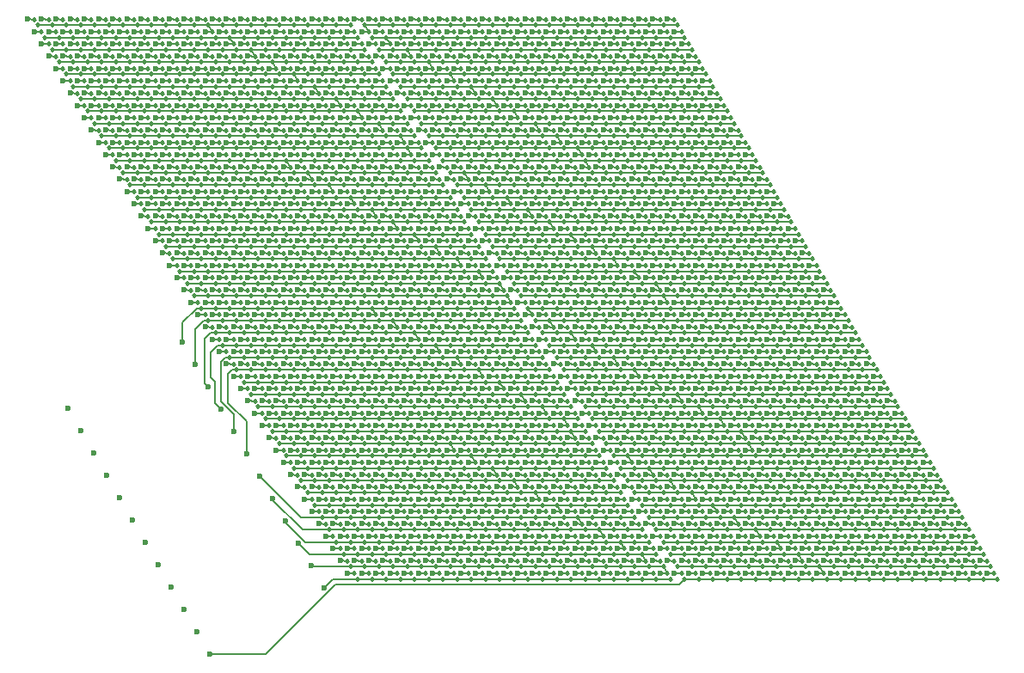
<source format=gtl>
%TF.GenerationSoftware,KiCad,Pcbnew,8.0.8*%
%TF.CreationDate,2025-03-26T11:08:01-07:00*%
%TF.ProjectId,led_mapper_850_mirrored,6c65645f-6d61-4707-9065-725f3835305f,rev?*%
%TF.SameCoordinates,Original*%
%TF.FileFunction,Copper,L1,Top*%
%TF.FilePolarity,Positive*%
%FSLAX46Y46*%
G04 Gerber Fmt 4.6, Leading zero omitted, Abs format (unit mm)*
G04 Created by KiCad (PCBNEW 8.0.8) date 2025-03-26 11:08:01*
%MOMM*%
%LPD*%
G01*
G04 APERTURE LIST*
G04 Aperture macros list*
%AMRoundRect*
0 Rectangle with rounded corners*
0 $1 Rounding radius*
0 $2 $3 $4 $5 $6 $7 $8 $9 X,Y pos of 4 corners*
0 Add a 4 corners polygon primitive as box body*
4,1,4,$2,$3,$4,$5,$6,$7,$8,$9,$2,$3,0*
0 Add four circle primitives for the rounded corners*
1,1,$1+$1,$2,$3*
1,1,$1+$1,$4,$5*
1,1,$1+$1,$6,$7*
1,1,$1+$1,$8,$9*
0 Add four rect primitives between the rounded corners*
20,1,$1+$1,$2,$3,$4,$5,0*
20,1,$1+$1,$4,$5,$6,$7,0*
20,1,$1+$1,$6,$7,$8,$9,0*
20,1,$1+$1,$8,$9,$2,$3,0*%
G04 Aperture macros list end*
%TA.AperFunction,SMDPad,CuDef*%
%ADD10RoundRect,0.100000X0.151603X-0.062583X0.021603X0.162583X-0.151603X0.062583X-0.021603X-0.162583X0*%
%TD*%
%TA.AperFunction,ViaPad*%
%ADD11C,0.600000*%
%TD*%
%TA.AperFunction,Conductor*%
%ADD12C,0.200000*%
%TD*%
G04 APERTURE END LIST*
D10*
%TO.P,D708,1,K*%
%TO.N,/P16*%
X6460000Y-23313403D03*
%TO.P,D708,2,A*%
%TO.N,/P6*%
X6140000Y-22759147D03*
%TD*%
%TO.P,D802,1,K*%
%TO.N,/P18*%
X7860000Y-20888532D03*
%TO.P,D802,2,A*%
%TO.N,/P4*%
X7540000Y-20334276D03*
%TD*%
%TO.P,D260,1,K*%
%TO.N,/P7*%
X-36940000Y-6339305D03*
%TO.P,D260,2,A*%
%TO.N,/P8*%
X-37260000Y-5785049D03*
%TD*%
%TO.P,D2075,1,K*%
%TO.N,/P23*%
X-540000Y-42712372D03*
%TO.P,D2075,2,A*%
%TO.N,/P19*%
X-860000Y-42158116D03*
%TD*%
%TO.P,D1828,1,K*%
%TO.N,/P6*%
X-20840000Y-48774550D03*
%TO.P,D1828,2,A*%
%TO.N,/P14*%
X-21160000Y-48220294D03*
%TD*%
%TO.P,D292,1,K*%
%TO.N,/P18*%
X-16640000Y-7551741D03*
%TO.P,D292,2,A*%
%TO.N,/P16*%
X-16960000Y-6997485D03*
%TD*%
%TO.P,D144,1,K*%
%TO.N,/P21*%
X-4740000Y-3914434D03*
%TO.P,D144,2,A*%
%TO.N,/P6*%
X-5060000Y-3360178D03*
%TD*%
%TO.P,D1299,1,K*%
%TO.N,/P19*%
X5760000Y-34225323D03*
%TO.P,D1299,2,A*%
%TO.N,/P11*%
X5440000Y-33671067D03*
%TD*%
%TO.P,D1122,1,K*%
%TO.N,/P23*%
X-6840000Y-29375581D03*
%TO.P,D1122,2,A*%
%TO.N,/P18*%
X-7160000Y-28821325D03*
%TD*%
%TO.P,D966,1,K*%
%TO.N,/P10*%
X-22940000Y-16038790D03*
%TO.P,D966,2,A*%
%TO.N,/P1*%
X-23260000Y-15484534D03*
%TD*%
%TO.P,D936,1,K*%
%TO.N,/P21*%
X160000Y-17251225D03*
%TO.P,D936,2,A*%
%TO.N,/P8*%
X-160000Y-16696969D03*
%TD*%
%TO.P,D2091,1,K*%
%TO.N,/P23*%
X21860000Y-42712372D03*
%TO.P,D2091,2,A*%
%TO.N,/P3*%
X21540000Y-42158116D03*
%TD*%
%TO.P,D992,1,K*%
%TO.N,/P11*%
X-51640000Y-14826354D03*
%TO.P,D992,2,A*%
%TO.N,/P22*%
X-51960000Y-14272098D03*
%TD*%
%TO.P,D1588,1,K*%
%TO.N,/P1*%
X-31340000Y-54836728D03*
%TO.P,D1588,2,A*%
%TO.N,/P24*%
X-31660000Y-54282472D03*
%TD*%
%TO.P,D471,1,K*%
%TO.N,/P14*%
X-6840000Y-12401483D03*
%TO.P,D471,2,A*%
%TO.N,/P11*%
X-7160000Y-11847227D03*
%TD*%
%TO.P,D1896,1,K*%
%TO.N,/P19*%
X9260000Y-47562115D03*
%TO.P,D1896,2,A*%
%TO.N,/P14*%
X8940000Y-47007859D03*
%TD*%
%TO.P,D937,1,K*%
%TO.N,/P21*%
X1560000Y-17251225D03*
%TO.P,D937,2,A*%
%TO.N,/P7*%
X1240000Y-16696969D03*
%TD*%
%TO.P,D1101,1,K*%
%TO.N,/P12*%
X-42540000Y-28163146D03*
%TO.P,D1101,2,A*%
%TO.N,/P21*%
X-42860000Y-27608890D03*
%TD*%
%TO.P,D442,1,K*%
%TO.N,/P3*%
X-31340000Y-11189048D03*
%TO.P,D442,2,A*%
%TO.N,/P6*%
X-31660000Y-10634792D03*
%TD*%
%TO.P,D1205,1,K*%
%TO.N,/P21*%
X7160000Y-31800452D03*
%TO.P,D1205,2,A*%
%TO.N,/P9*%
X6840000Y-31246196D03*
%TD*%
%TO.P,D878,1,K*%
%TO.N,/P20*%
X-15940000Y-18463661D03*
%TO.P,D878,2,A*%
%TO.N,/P21*%
X-16260000Y-17909405D03*
%TD*%
%TO.P,D1836,1,K*%
%TO.N,/P6*%
X-9640000Y-48774550D03*
%TO.P,D1836,2,A*%
%TO.N,/P5*%
X-9960000Y-48220294D03*
%TD*%
%TO.P,D2046,1,K*%
%TO.N,/P22*%
X23960000Y-43924808D03*
%TO.P,D2046,2,A*%
%TO.N,/P2*%
X23640000Y-43370552D03*
%TD*%
%TO.P,D565,1,K*%
%TO.N,/P13*%
X1560000Y-26950710D03*
%TO.P,D565,2,A*%
%TO.N,/P11*%
X1240000Y-26396454D03*
%TD*%
%TO.P,D1619,1,K*%
%TO.N,/P13*%
X12060000Y-54836728D03*
%TO.P,D1619,2,A*%
%TO.N,/P16*%
X11740000Y-54282472D03*
%TD*%
%TO.P,D1267,1,K*%
%TO.N,/P8*%
X-14540000Y-33012888D03*
%TO.P,D1267,2,A*%
%TO.N,/P2*%
X-14860000Y-32458632D03*
%TD*%
%TO.P,D1870,1,K*%
%TO.N,/P7*%
X-27140000Y-47562115D03*
%TO.P,D1870,2,A*%
%TO.N,/P18*%
X-27460000Y-47007859D03*
%TD*%
%TO.P,D1652,1,K*%
%TO.N,/P2*%
X-6840000Y-53624292D03*
%TO.P,D1652,2,A*%
%TO.N,/P6*%
X-7160000Y-53070036D03*
%TD*%
%TO.P,D1136,1,K*%
%TO.N,/P11*%
X-26440000Y-29375581D03*
%TO.P,D1136,2,A*%
%TO.N,/P9*%
X-26760000Y-28821325D03*
%TD*%
%TO.P,D1287,1,K*%
%TO.N,/P8*%
X-42540000Y-33012888D03*
%TO.P,D1287,2,A*%
%TO.N,/P23*%
X-42860000Y-32458632D03*
%TD*%
%TO.P,D1714,1,K*%
%TO.N,/P15*%
X14860000Y-52411857D03*
%TO.P,D1714,2,A*%
%TO.N,/P12*%
X14540000Y-51857601D03*
%TD*%
%TO.P,D1608,1,K*%
%TO.N,/P1*%
X-3340000Y-54836728D03*
%TO.P,D1608,2,A*%
%TO.N,/P4*%
X-3660000Y-54282472D03*
%TD*%
%TO.P,D1704,1,K*%
%TO.N,/P15*%
X860000Y-52411857D03*
%TO.P,D1704,2,A*%
%TO.N,/P23*%
X540000Y-51857601D03*
%TD*%
%TO.P,D489,1,K*%
%TO.N,/P2*%
X-32040000Y-12401483D03*
%TO.P,D489,2,A*%
%TO.N,/P7*%
X-32360000Y-11847227D03*
%TD*%
%TO.P,D459,1,K*%
%TO.N,/P3*%
X-55140000Y-11189048D03*
%TO.P,D459,2,A*%
%TO.N,/P23*%
X-55460000Y-10634792D03*
%TD*%
%TO.P,D482,1,K*%
%TO.N,/P14*%
X-22240000Y-12401483D03*
%TO.P,D482,2,A*%
%TO.N,/P23*%
X-22560000Y-11847227D03*
%TD*%
%TO.P,D1682,1,K*%
%TO.N,/P3*%
X-29940000Y-52411857D03*
%TO.P,D1682,2,A*%
%TO.N,/P22*%
X-30260000Y-51857601D03*
%TD*%
%TO.P,D924,1,K*%
%TO.N,/P21*%
X-16640000Y-17251225D03*
%TO.P,D924,2,A*%
%TO.N,/P20*%
X-16960000Y-16696969D03*
%TD*%
%TO.P,D990,1,K*%
%TO.N,/P11*%
X-54440000Y-14826354D03*
%TO.P,D990,2,A*%
%TO.N,/P24*%
X-54760000Y-14272098D03*
%TD*%
%TO.P,D472,1,K*%
%TO.N,/P14*%
X-8240000Y-12401483D03*
%TO.P,D472,2,A*%
%TO.N,/P12*%
X-8560000Y-11847227D03*
%TD*%
%TO.P,D1811,1,K*%
%TO.N,/P17*%
X20460000Y-49986986D03*
%TO.P,D1811,2,A*%
%TO.N,/P7*%
X20140000Y-49432730D03*
%TD*%
%TO.P,D2034,1,K*%
%TO.N,/P22*%
X7160000Y-43924808D03*
%TO.P,D2034,2,A*%
%TO.N,/P14*%
X6840000Y-43370552D03*
%TD*%
%TO.P,D800,1,K*%
%TO.N,/P18*%
X5060000Y-20888532D03*
%TO.P,D800,2,A*%
%TO.N,/P6*%
X4740000Y-20334276D03*
%TD*%
%TO.P,D734,1,K*%
%TO.N,/P5*%
X-22240000Y-22100968D03*
%TO.P,D734,2,A*%
%TO.N,/P3*%
X-22560000Y-21546712D03*
%TD*%
%TO.P,D602,1,K*%
%TO.N,/P14*%
X-11740000Y-25738274D03*
%TO.P,D602,2,A*%
%TO.N,/P21*%
X-12060000Y-25184018D03*
%TD*%
%TO.P,D517,1,K*%
%TO.N,/P13*%
X-6140000Y-13613919D03*
%TO.P,D517,2,A*%
%TO.N,/P11*%
X-6460000Y-13059663D03*
%TD*%
%TO.P,D1240,1,K*%
%TO.N,/P9*%
X-41840000Y-31800452D03*
%TO.P,D1240,2,A*%
%TO.N,/P22*%
X-42160000Y-31246196D03*
%TD*%
%TO.P,D969,1,K*%
%TO.N,/P22*%
X-18740000Y-16038790D03*
%TO.P,D969,2,A*%
%TO.N,/P21*%
X-19060000Y-15484534D03*
%TD*%
%TO.P,D1297,1,K*%
%TO.N,/P19*%
X8560000Y-34225323D03*
%TO.P,D1297,2,A*%
%TO.N,/P9*%
X8240000Y-33671067D03*
%TD*%
%TO.P,D1190,1,K*%
%TO.N,/P10*%
X-36940000Y-30588017D03*
%TO.P,D1190,2,A*%
%TO.N,/P18*%
X-37260000Y-30033761D03*
%TD*%
%TO.P,D819,1,K*%
%TO.N,/P7*%
X-33440000Y-19676097D03*
%TO.P,D819,2,A*%
%TO.N,/P11*%
X-33760000Y-19121841D03*
%TD*%
%TO.P,D1931,1,K*%
%TO.N,/P8*%
X-6840000Y-46349679D03*
%TO.P,D1931,2,A*%
%TO.N,/P2*%
X-7160000Y-45795423D03*
%TD*%
%TO.P,D30,1,K*%
%TO.N,/P12*%
X-40440000Y-277128D03*
%TO.P,D30,2,A*%
%TO.N,/P7*%
X-40760000Y277128D03*
%TD*%
%TO.P,D2092,1,K*%
%TO.N,/P23*%
X23260000Y-42712372D03*
%TO.P,D2092,2,A*%
%TO.N,/P2*%
X22940000Y-42158116D03*
%TD*%
%TO.P,D359,1,K*%
%TO.N,/P5*%
X-45340000Y-8764176D03*
%TO.P,D359,2,A*%
%TO.N,/P15*%
X-45660000Y-8209920D03*
%TD*%
%TO.P,D1874,1,K*%
%TO.N,/P7*%
X-21540000Y-47562115D03*
%TO.P,D1874,2,A*%
%TO.N,/P14*%
X-21860000Y-47007859D03*
%TD*%
%TO.P,D1664,1,K*%
%TO.N,/P14*%
X9960000Y-53624292D03*
%TO.P,D1664,2,A*%
%TO.N,/P17*%
X9640000Y-53070036D03*
%TD*%
%TO.P,D1076,1,K*%
%TO.N,/P24*%
X-7540000Y-28163146D03*
%TO.P,D1076,2,A*%
%TO.N,/P18*%
X-7860000Y-27608890D03*
%TD*%
%TO.P,D277,1,K*%
%TO.N,/P18*%
X4360000Y-7551741D03*
%TO.P,D277,2,A*%
%TO.N,/P1*%
X4040000Y-6997485D03*
%TD*%
%TO.P,D1638,1,K*%
%TO.N,/P2*%
X-26440000Y-53624292D03*
%TO.P,D1638,2,A*%
%TO.N,/P20*%
X-26760000Y-53070036D03*
%TD*%
%TO.P,D2063,1,K*%
%TO.N,/P11*%
X-17340000Y-42712372D03*
%TO.P,D2063,2,A*%
%TO.N,/P8*%
X-17660000Y-42158116D03*
%TD*%
%TO.P,D116,1,K*%
%TO.N,/P10*%
X-30640000Y-2701999D03*
%TO.P,D116,2,A*%
%TO.N,/P1*%
X-30960000Y-2147743D03*
%TD*%
%TO.P,D928,1,K*%
%TO.N,/P21*%
X-11040000Y-17251225D03*
%TO.P,D928,2,A*%
%TO.N,/P16*%
X-11360000Y-16696969D03*
%TD*%
%TO.P,D1165,1,K*%
%TO.N,/P22*%
X-1940000Y-30588017D03*
%TO.P,D1165,2,A*%
%TO.N,/P15*%
X-2260000Y-30033761D03*
%TD*%
%TO.P,D1067,1,K*%
%TO.N,/P24*%
X5060000Y-28163146D03*
%TO.P,D1067,2,A*%
%TO.N,/P9*%
X4740000Y-27608890D03*
%TD*%
%TO.P,D1054,1,K*%
%TO.N,/P12*%
X-29940000Y-13613919D03*
%TO.P,D1054,2,A*%
%TO.N,/P5*%
X-30260000Y-13059663D03*
%TD*%
%TO.P,D429,1,K*%
%TO.N,/P15*%
X-13140000Y-11189048D03*
%TO.P,D429,2,A*%
%TO.N,/P16*%
X-13460000Y-10634792D03*
%TD*%
%TO.P,D1394,1,K*%
%TO.N,/P17*%
X2960000Y-36650194D03*
%TO.P,D1394,2,A*%
%TO.N,/P14*%
X2640000Y-36095938D03*
%TD*%
%TO.P,D1792,1,K*%
%TO.N,/P5*%
X-6140000Y-49986986D03*
%TO.P,D1792,2,A*%
%TO.N,/P3*%
X-6460000Y-49432730D03*
%TD*%
%TO.P,D93,1,K*%
%TO.N,/P22*%
X1560000Y-2701999D03*
%TO.P,D93,2,A*%
%TO.N,/P1*%
X1240000Y-2147743D03*
%TD*%
%TO.P,D1614,1,K*%
%TO.N,/P13*%
X5060000Y-54836728D03*
%TO.P,D1614,2,A*%
%TO.N,/P21*%
X4740000Y-54282472D03*
%TD*%
%TO.P,D707,1,K*%
%TO.N,/P16*%
X5060000Y-23313403D03*
%TO.P,D707,2,A*%
%TO.N,/P7*%
X4740000Y-22759147D03*
%TD*%
%TO.P,D861,1,K*%
%TO.N,/P8*%
X-39740000Y-18463661D03*
%TO.P,D861,2,A*%
%TO.N,/P15*%
X-40060000Y-17909405D03*
%TD*%
%TO.P,D766,1,K*%
%TO.N,/P6*%
X-42540000Y-20888532D03*
%TO.P,D766,2,A*%
%TO.N,/P18*%
X-42860000Y-20334276D03*
%TD*%
%TO.P,D11,1,K*%
%TO.N,/P24*%
X-13840000Y-277128D03*
%TO.P,D11,2,A*%
%TO.N,/P11*%
X-14160000Y277128D03*
%TD*%
%TO.P,D1735,1,K*%
%TO.N,/P4*%
X-20840000Y-51199421D03*
%TO.P,D1735,2,A*%
%TO.N,/P15*%
X-21160000Y-50645165D03*
%TD*%
%TO.P,D1169,1,K*%
%TO.N,/P22*%
X-7540000Y-30588017D03*
%TO.P,D1169,2,A*%
%TO.N,/P19*%
X-7860000Y-30033761D03*
%TD*%
%TO.P,D1408,1,K*%
%TO.N,/P5*%
X-16640000Y-36650194D03*
%TO.P,D1408,2,A*%
%TO.N,/P6*%
X-16960000Y-36095938D03*
%TD*%
%TO.P,D1507,1,K*%
%TO.N,/P3*%
X-25040000Y-39075066D03*
%TO.P,D1507,2,A*%
%TO.N,/P13*%
X-25360000Y-38520810D03*
%TD*%
%TO.P,D102,1,K*%
%TO.N,/P22*%
X-11040000Y-2701999D03*
%TO.P,D102,2,A*%
%TO.N,/P10*%
X-11360000Y-2147743D03*
%TD*%
%TO.P,D1928,1,K*%
%TO.N,/P8*%
X-11040000Y-46349679D03*
%TO.P,D1928,2,A*%
%TO.N,/P5*%
X-11360000Y-45795423D03*
%TD*%
%TO.P,D1066,1,K*%
%TO.N,/P24*%
X6460000Y-28163146D03*
%TO.P,D1066,2,A*%
%TO.N,/P8*%
X6140000Y-27608890D03*
%TD*%
%TO.P,D1341,1,K*%
%TO.N,/P18*%
X12060000Y-35437759D03*
%TO.P,D1341,2,A*%
%TO.N,/P7*%
X11740000Y-34883503D03*
%TD*%
%TO.P,D645,1,K*%
%TO.N,/P15*%
X-16640000Y-24525839D03*
%TO.P,D645,2,A*%
%TO.N,/P24*%
X-16960000Y-23971583D03*
%TD*%
%TO.P,D1059,1,K*%
%TO.N,/P24*%
X16260000Y-28163146D03*
%TO.P,D1059,2,A*%
%TO.N,/P1*%
X15940000Y-27608890D03*
%TD*%
%TO.P,D1755,1,K*%
%TO.N,/P16*%
X7160000Y-51199421D03*
%TO.P,D1755,2,A*%
%TO.N,/P18*%
X6840000Y-50645165D03*
%TD*%
%TO.P,D1312,1,K*%
%TO.N,/P7*%
X-12440000Y-34225323D03*
%TO.P,D1312,2,A*%
%TO.N,/P1*%
X-12760000Y-33671067D03*
%TD*%
%TO.P,D1926,1,K*%
%TO.N,/P8*%
X-13840000Y-46349679D03*
%TO.P,D1926,2,A*%
%TO.N,/P7*%
X-14160000Y-45795423D03*
%TD*%
%TO.P,D1536,1,K*%
%TO.N,/P14*%
X-540000Y-40287501D03*
%TO.P,D1536,2,A*%
%TO.N,/P19*%
X-860000Y-39733245D03*
%TD*%
%TO.P,D487,1,K*%
%TO.N,/P2*%
X-29240000Y-12401483D03*
%TO.P,D487,2,A*%
%TO.N,/P5*%
X-29560000Y-11847227D03*
%TD*%
%TO.P,D1469,1,K*%
%TO.N,/P4*%
X-36940000Y-37862630D03*
%TO.P,D1469,2,A*%
%TO.N,/P21*%
X-37260000Y-37308374D03*
%TD*%
%TO.P,D847,1,K*%
%TO.N,/P19*%
X5760000Y-19676097D03*
%TO.P,D847,2,A*%
%TO.N,/P5*%
X5440000Y-19121841D03*
%TD*%
%TO.P,D1262,1,K*%
%TO.N,/P20*%
X-7540000Y-33012888D03*
%TO.P,D1262,2,A*%
%TO.N,/P21*%
X-7860000Y-32458632D03*
%TD*%
%TO.P,D1761,1,K*%
%TO.N,/P16*%
X15560000Y-51199421D03*
%TO.P,D1761,2,A*%
%TO.N,/P11*%
X15240000Y-50645165D03*
%TD*%
%TO.P,D47,1,K*%
%TO.N,/P23*%
X860000Y-1489563D03*
%TO.P,D47,2,A*%
%TO.N,/P1*%
X540000Y-935307D03*
%TD*%
%TO.P,D1114,1,K*%
%TO.N,/P23*%
X4360000Y-29375581D03*
%TO.P,D1114,2,A*%
%TO.N,/P10*%
X4040000Y-28821325D03*
%TD*%
%TO.P,D321,1,K*%
%TO.N,/P6*%
X-57240000Y-7551741D03*
%TO.P,D321,2,A*%
%TO.N,/P23*%
X-57560000Y-6997485D03*
%TD*%
%TO.P,D1188,1,K*%
%TO.N,/P10*%
X-34140000Y-30588017D03*
%TO.P,D1188,2,A*%
%TO.N,/P16*%
X-34460000Y-30033761D03*
%TD*%
%TO.P,D1983,1,K*%
%TO.N,/P21*%
X860000Y-45137243D03*
%TO.P,D1983,2,A*%
%TO.N,/P19*%
X540000Y-44582987D03*
%TD*%
%TO.P,D273,1,K*%
%TO.N,/P7*%
X-55140000Y-6339305D03*
%TO.P,D273,2,A*%
%TO.N,/P21*%
X-55460000Y-5785049D03*
%TD*%
%TO.P,D331,1,K*%
%TO.N,/P17*%
X-6140000Y-8764176D03*
%TO.P,D331,2,A*%
%TO.N,/P9*%
X-6460000Y-8209920D03*
%TD*%
%TO.P,D1011,1,K*%
%TO.N,/P11*%
X-25040000Y-14826354D03*
%TO.P,D1011,2,A*%
%TO.N,/P2*%
X-25360000Y-14272098D03*
%TD*%
%TO.P,D1247,1,K*%
%TO.N,/P20*%
X13460000Y-33012888D03*
%TO.P,D1247,2,A*%
%TO.N,/P5*%
X13140000Y-32458632D03*
%TD*%
%TO.P,D1860,1,K*%
%TO.N,/P18*%
X23960000Y-48774550D03*
%TO.P,D1860,2,A*%
%TO.N,/P4*%
X23640000Y-48220294D03*
%TD*%
%TO.P,D1502,1,K*%
%TO.N,/P3*%
X-18040000Y-39075066D03*
%TO.P,D1502,2,A*%
%TO.N,/P8*%
X-18360000Y-38520810D03*
%TD*%
%TO.P,D799,1,K*%
%TO.N,/P18*%
X3660000Y-20888532D03*
%TO.P,D799,2,A*%
%TO.N,/P7*%
X3340000Y-20334276D03*
%TD*%
%TO.P,D184,1,K*%
%TO.N,/P9*%
X-60740000Y-3914434D03*
%TO.P,D184,2,A*%
%TO.N,/P24*%
X-61060000Y-3360178D03*
%TD*%
%TO.P,D1823,1,K*%
%TO.N,/P6*%
X-27840000Y-48774550D03*
%TO.P,D1823,2,A*%
%TO.N,/P19*%
X-28160000Y-48220294D03*
%TD*%
%TO.P,D1028,1,K*%
%TO.N,/P23*%
X-1240000Y-14826354D03*
%TO.P,D1028,2,A*%
%TO.N,/P8*%
X-1560000Y-14272098D03*
%TD*%
%TO.P,D462,1,K*%
%TO.N,/P14*%
X5760000Y-12401483D03*
%TO.P,D462,2,A*%
%TO.N,/P2*%
X5440000Y-11847227D03*
%TD*%
%TO.P,D1736,1,K*%
%TO.N,/P4*%
X-19440000Y-51199421D03*
%TO.P,D1736,2,A*%
%TO.N,/P14*%
X-19760000Y-50645165D03*
%TD*%
%TO.P,D197,1,K*%
%TO.N,/P20*%
X-13840000Y-5126870D03*
%TO.P,D197,2,A*%
%TO.N,/P13*%
X-14160000Y-4572614D03*
%TD*%
%TO.P,D556,1,K*%
%TO.N,/P13*%
X-11040000Y-26950710D03*
%TO.P,D556,2,A*%
%TO.N,/P21*%
X-11360000Y-26396454D03*
%TD*%
%TO.P,D1038,1,K*%
%TO.N,/P12*%
X-52340000Y-13613919D03*
%TO.P,D1038,2,A*%
%TO.N,/P22*%
X-52660000Y-13059663D03*
%TD*%
%TO.P,D223,1,K*%
%TO.N,/P8*%
X-50240000Y-5126870D03*
%TO.P,D223,2,A*%
%TO.N,/P17*%
X-50560000Y-4572614D03*
%TD*%
%TO.P,D1846,1,K*%
%TO.N,/P18*%
X4360000Y-48774550D03*
%TO.P,D1846,2,A*%
%TO.N,/P19*%
X4040000Y-48220294D03*
%TD*%
%TO.P,D1876,1,K*%
%TO.N,/P7*%
X-18740000Y-47562115D03*
%TO.P,D1876,2,A*%
%TO.N,/P12*%
X-19060000Y-47007859D03*
%TD*%
%TO.P,D900,1,K*%
%TO.N,/P9*%
X-50240000Y-17251225D03*
%TO.P,D900,2,A*%
%TO.N,/P22*%
X-50560000Y-16696969D03*
%TD*%
%TO.P,D1257,1,K*%
%TO.N,/P20*%
X-540000Y-33012888D03*
%TO.P,D1257,2,A*%
%TO.N,/P15*%
X-860000Y-32458632D03*
%TD*%
%TO.P,D1859,1,K*%
%TO.N,/P18*%
X22560000Y-48774550D03*
%TO.P,D1859,2,A*%
%TO.N,/P5*%
X22240000Y-48220294D03*
%TD*%
%TO.P,D1333,1,K*%
%TO.N,/P7*%
X-41840000Y-34225323D03*
%TO.P,D1333,2,A*%
%TO.N,/P23*%
X-42160000Y-33671067D03*
%TD*%
%TO.P,D718,1,K*%
%TO.N,/P5*%
X-44640000Y-22100968D03*
%TO.P,D718,2,A*%
%TO.N,/P20*%
X-44960000Y-21546712D03*
%TD*%
%TO.P,D1292,1,K*%
%TO.N,/P19*%
X15560000Y-34225323D03*
%TO.P,D1292,2,A*%
%TO.N,/P4*%
X15240000Y-33671067D03*
%TD*%
%TO.P,D993,1,K*%
%TO.N,/P11*%
X-50240000Y-14826354D03*
%TO.P,D993,2,A*%
%TO.N,/P21*%
X-50560000Y-14272098D03*
%TD*%
%TO.P,D52,1,K*%
%TO.N,/P23*%
X-6140000Y-1489563D03*
%TO.P,D52,2,A*%
%TO.N,/P6*%
X-6460000Y-935307D03*
%TD*%
%TO.P,D1134,1,K*%
%TO.N,/P11*%
X-23640000Y-29375581D03*
%TO.P,D1134,2,A*%
%TO.N,/P7*%
X-23960000Y-28821325D03*
%TD*%
%TO.P,D282,1,K*%
%TO.N,/P18*%
X-2640000Y-7551741D03*
%TO.P,D282,2,A*%
%TO.N,/P6*%
X-2960000Y-6997485D03*
%TD*%
%TO.P,D1121,1,K*%
%TO.N,/P23*%
X-5440000Y-29375581D03*
%TO.P,D1121,2,A*%
%TO.N,/P17*%
X-5760000Y-28821325D03*
%TD*%
%TO.P,D1598,1,K*%
%TO.N,/P1*%
X-17340000Y-54836728D03*
%TO.P,D1598,2,A*%
%TO.N,/P14*%
X-17660000Y-54282472D03*
%TD*%
%TO.P,D1816,1,K*%
%TO.N,/P17*%
X27460000Y-49986986D03*
%TO.P,D1816,2,A*%
%TO.N,/P2*%
X27140000Y-49432730D03*
%TD*%
%TO.P,D96,1,K*%
%TO.N,/P22*%
X-2640000Y-2701999D03*
%TO.P,D96,2,A*%
%TO.N,/P4*%
X-2960000Y-2147743D03*
%TD*%
%TO.P,D598,1,K*%
%TO.N,/P2*%
X-17340000Y-25738274D03*
%TO.P,D598,2,A*%
%TO.N,/P1*%
X-17660000Y-25184018D03*
%TD*%
%TO.P,D1248,1,K*%
%TO.N,/P20*%
X12060000Y-33012888D03*
%TO.P,D1248,2,A*%
%TO.N,/P6*%
X11740000Y-32458632D03*
%TD*%
%TO.P,D778,1,K*%
%TO.N,/P6*%
X-25740000Y-20888532D03*
%TO.P,D778,2,A*%
%TO.N,/P5*%
X-26060000Y-20334276D03*
%TD*%
%TO.P,D343,1,K*%
%TO.N,/P17*%
X-22940000Y-8764176D03*
%TO.P,D343,2,A*%
%TO.N,/P22*%
X-23260000Y-8209920D03*
%TD*%
%TO.P,D342,1,K*%
%TO.N,/P17*%
X-21540000Y-8764176D03*
%TO.P,D342,2,A*%
%TO.N,/P21*%
X-21860000Y-8209920D03*
%TD*%
%TO.P,D1848,1,K*%
%TO.N,/P18*%
X7160000Y-48774550D03*
%TO.P,D1848,2,A*%
%TO.N,/P16*%
X6840000Y-48220294D03*
%TD*%
%TO.P,D1690,1,K*%
%TO.N,/P3*%
X-18740000Y-52411857D03*
%TO.P,D1690,2,A*%
%TO.N,/P14*%
X-19060000Y-51857601D03*
%TD*%
%TO.P,D666,1,K*%
%TO.N,/P15*%
X12760000Y-24525839D03*
%TO.P,D666,2,A*%
%TO.N,/P2*%
X12440000Y-23971583D03*
%TD*%
%TO.P,D1888,1,K*%
%TO.N,/P19*%
X-1940000Y-47562115D03*
%TO.P,D1888,2,A*%
%TO.N,/P23*%
X-2260000Y-47007859D03*
%TD*%
%TO.P,D1681,1,K*%
%TO.N,/P3*%
X-31340000Y-52411857D03*
%TO.P,D1681,2,A*%
%TO.N,/P23*%
X-31660000Y-51857601D03*
%TD*%
%TO.P,D2070,1,K*%
%TO.N,/P11*%
X-7540000Y-42712372D03*
%TO.P,D2070,2,A*%
%TO.N,/P1*%
X-7860000Y-42158116D03*
%TD*%
%TO.P,D1647,1,K*%
%TO.N,/P2*%
X-13840000Y-53624292D03*
%TO.P,D1647,2,A*%
%TO.N,/P11*%
X-14160000Y-53070036D03*
%TD*%
%TO.P,D300,1,K*%
%TO.N,/P6*%
X-27840000Y-7551741D03*
%TO.P,D300,2,A*%
%TO.N,/P1*%
X-28160000Y-6997485D03*
%TD*%
%TO.P,D1241,1,K*%
%TO.N,/P9*%
X-43240000Y-31800452D03*
%TO.P,D1241,2,A*%
%TO.N,/P23*%
X-43560000Y-31246196D03*
%TD*%
%TO.P,D215,1,K*%
%TO.N,/P8*%
X-39040000Y-5126870D03*
%TO.P,D215,2,A*%
%TO.N,/P9*%
X-39360000Y-4572614D03*
%TD*%
%TO.P,D1013,1,K*%
%TO.N,/P23*%
X-22240000Y-14826354D03*
%TO.P,D1013,2,A*%
%TO.N,/P24*%
X-22560000Y-14272098D03*
%TD*%
%TO.P,D1396,1,K*%
%TO.N,/P17*%
X160000Y-36650194D03*
%TO.P,D1396,2,A*%
%TO.N,/P16*%
X-160000Y-36095938D03*
%TD*%
%TO.P,D311,1,K*%
%TO.N,/P6*%
X-43240000Y-7551741D03*
%TO.P,D311,2,A*%
%TO.N,/P13*%
X-43560000Y-6997485D03*
%TD*%
%TO.P,D1817,1,K*%
%TO.N,/P17*%
X28860000Y-49986986D03*
%TO.P,D1817,2,A*%
%TO.N,/P1*%
X28540000Y-49432730D03*
%TD*%
%TO.P,D862,1,K*%
%TO.N,/P8*%
X-38340000Y-18463661D03*
%TO.P,D862,2,A*%
%TO.N,/P14*%
X-38660000Y-17909405D03*
%TD*%
%TO.P,D1481,1,K*%
%TO.N,/P15*%
X11360000Y-39075066D03*
%TO.P,D1481,2,A*%
%TO.N,/P9*%
X11040000Y-38520810D03*
%TD*%
%TO.P,D1833,1,K*%
%TO.N,/P6*%
X-13840000Y-48774550D03*
%TO.P,D1833,2,A*%
%TO.N,/P9*%
X-14160000Y-48220294D03*
%TD*%
%TO.P,D1884,1,K*%
%TO.N,/P7*%
X-7540000Y-47562115D03*
%TO.P,D1884,2,A*%
%TO.N,/P3*%
X-7860000Y-47007859D03*
%TD*%
%TO.P,D501,1,K*%
%TO.N,/P2*%
X-48840000Y-12401483D03*
%TO.P,D501,2,A*%
%TO.N,/P19*%
X-49160000Y-11847227D03*
%TD*%
%TO.P,D544,1,K*%
%TO.N,/P1*%
X-27840000Y-26950710D03*
%TO.P,D544,2,A*%
%TO.N,/P10*%
X-28160000Y-26396454D03*
%TD*%
%TO.P,D1886,1,K*%
%TO.N,/P7*%
X-4740000Y-47562115D03*
%TO.P,D1886,2,A*%
%TO.N,/P1*%
X-5060000Y-47007859D03*
%TD*%
%TO.P,D200,1,K*%
%TO.N,/P20*%
X-18040000Y-5126870D03*
%TO.P,D200,2,A*%
%TO.N,/P16*%
X-18360000Y-4572614D03*
%TD*%
%TO.P,D1665,1,K*%
%TO.N,/P14*%
X11360000Y-53624292D03*
%TO.P,D1665,2,A*%
%TO.N,/P16*%
X11040000Y-53070036D03*
%TD*%
%TO.P,D2051,1,K*%
%TO.N,/P11*%
X-34140000Y-42712372D03*
%TO.P,D2051,2,A*%
%TO.N,/P21*%
X-34460000Y-42158116D03*
%TD*%
%TO.P,D980,1,K*%
%TO.N,/P22*%
X-3340000Y-16038790D03*
%TO.P,D980,2,A*%
%TO.N,/P10*%
X-3660000Y-15484534D03*
%TD*%
%TO.P,D1892,1,K*%
%TO.N,/P19*%
X3660000Y-47562115D03*
%TO.P,D1892,2,A*%
%TO.N,/P18*%
X3340000Y-47007859D03*
%TD*%
%TO.P,D193,1,K*%
%TO.N,/P20*%
X-8240000Y-5126870D03*
%TO.P,D193,2,A*%
%TO.N,/P9*%
X-8560000Y-4572614D03*
%TD*%
%TO.P,D1555,1,K*%
%TO.N,/P2*%
X-27140000Y-40287501D03*
%TO.P,D1555,2,A*%
%TO.N,/P15*%
X-27460000Y-39733245D03*
%TD*%
%TO.P,D370,1,K*%
%TO.N,/P16*%
X4360000Y-9976612D03*
%TO.P,D370,2,A*%
%TO.N,/P2*%
X4040000Y-9422356D03*
%TD*%
%TO.P,D720,1,K*%
%TO.N,/P5*%
X-41840000Y-22100968D03*
%TO.P,D720,2,A*%
%TO.N,/P18*%
X-42160000Y-21546712D03*
%TD*%
%TO.P,D498,1,K*%
%TO.N,/P2*%
X-44640000Y-12401483D03*
%TO.P,D498,2,A*%
%TO.N,/P16*%
X-44960000Y-11847227D03*
%TD*%
%TO.P,D77,1,K*%
%TO.N,/P11*%
X-41140000Y-1489563D03*
%TO.P,D77,2,A*%
%TO.N,/P8*%
X-41460000Y-935307D03*
%TD*%
%TO.P,D483,1,K*%
%TO.N,/P14*%
X-23640000Y-12401483D03*
%TO.P,D483,2,A*%
%TO.N,/P24*%
X-23960000Y-11847227D03*
%TD*%
%TO.P,D554,1,K*%
%TO.N,/P13*%
X-13840000Y-26950710D03*
%TO.P,D554,2,A*%
%TO.N,/P23*%
X-14160000Y-26396454D03*
%TD*%
%TO.P,D1734,1,K*%
%TO.N,/P4*%
X-22240000Y-51199421D03*
%TO.P,D1734,2,A*%
%TO.N,/P16*%
X-22560000Y-50645165D03*
%TD*%
%TO.P,D771,1,K*%
%TO.N,/P6*%
X-35540000Y-20888532D03*
%TO.P,D771,2,A*%
%TO.N,/P13*%
X-35860000Y-20334276D03*
%TD*%
%TO.P,D1458,1,K*%
%TO.N,/P4*%
X-21540000Y-37862630D03*
%TO.P,D1458,2,A*%
%TO.N,/P10*%
X-21860000Y-37308374D03*
%TD*%
%TO.P,D1713,1,K*%
%TO.N,/P15*%
X13460000Y-52411857D03*
%TO.P,D1713,2,A*%
%TO.N,/P13*%
X13140000Y-51857601D03*
%TD*%
%TO.P,D593,1,K*%
%TO.N,/P2*%
X-24340000Y-25738274D03*
%TO.P,D593,2,A*%
%TO.N,/P7*%
X-24660000Y-25184018D03*
%TD*%
%TO.P,D796,1,K*%
%TO.N,/P18*%
X-540000Y-20888532D03*
%TO.P,D796,2,A*%
%TO.N,/P10*%
X-860000Y-20334276D03*
%TD*%
%TO.P,D98,1,K*%
%TO.N,/P22*%
X-5440000Y-2701999D03*
%TO.P,D98,2,A*%
%TO.N,/P6*%
X-5760000Y-2147743D03*
%TD*%
%TO.P,D160,1,K*%
%TO.N,/P21*%
X-27140000Y-3914434D03*
%TO.P,D160,2,A*%
%TO.N,/P23*%
X-27460000Y-3360178D03*
%TD*%
%TO.P,D338,1,K*%
%TO.N,/P17*%
X-15940000Y-8764176D03*
%TO.P,D338,2,A*%
%TO.N,/P16*%
X-16260000Y-8209920D03*
%TD*%
%TO.P,D1106,1,K*%
%TO.N,/P23*%
X15560000Y-29375581D03*
%TO.P,D1106,2,A*%
%TO.N,/P2*%
X15240000Y-28821325D03*
%TD*%
%TO.P,D563,1,K*%
%TO.N,/P13*%
X-1240000Y-26950710D03*
%TO.P,D563,2,A*%
%TO.N,/P14*%
X-1560000Y-26396454D03*
%TD*%
%TO.P,D647,1,K*%
%TO.N,/P15*%
X-13840000Y-24525839D03*
%TO.P,D647,2,A*%
%TO.N,/P22*%
X-14160000Y-23971583D03*
%TD*%
%TO.P,D798,1,K*%
%TO.N,/P18*%
X2260000Y-20888532D03*
%TO.P,D798,2,A*%
%TO.N,/P8*%
X1940000Y-20334276D03*
%TD*%
%TO.P,D1467,1,K*%
%TO.N,/P4*%
X-34140000Y-37862630D03*
%TO.P,D1467,2,A*%
%TO.N,/P19*%
X-34460000Y-37308374D03*
%TD*%
%TO.P,D1327,1,K*%
%TO.N,/P7*%
X-33440000Y-34225323D03*
%TO.P,D1327,2,A*%
%TO.N,/P17*%
X-33760000Y-33671067D03*
%TD*%
%TO.P,D408,1,K*%
%TO.N,/P4*%
X-48840000Y-9976612D03*
%TO.P,D408,2,A*%
%TO.N,/P18*%
X-49160000Y-9422356D03*
%TD*%
%TO.P,D451,1,K*%
%TO.N,/P3*%
X-43940000Y-11189048D03*
%TO.P,D451,2,A*%
%TO.N,/P15*%
X-44260000Y-10634792D03*
%TD*%
%TO.P,D887,1,K*%
%TO.N,/P20*%
X-3340000Y-18463661D03*
%TO.P,D887,2,A*%
%TO.N,/P11*%
X-3660000Y-17909405D03*
%TD*%
%TO.P,D811,1,K*%
%TO.N,/P7*%
X-44640000Y-19676097D03*
%TO.P,D811,2,A*%
%TO.N,/P19*%
X-44960000Y-19121841D03*
%TD*%
%TO.P,D2009,1,K*%
%TO.N,/P10*%
X-27840000Y-43924808D03*
%TO.P,D2009,2,A*%
%TO.N,/P17*%
X-28160000Y-43370552D03*
%TD*%
%TO.P,D882,1,K*%
%TO.N,/P20*%
X-10340000Y-18463661D03*
%TO.P,D882,2,A*%
%TO.N,/P16*%
X-10660000Y-17909405D03*
%TD*%
%TO.P,D952,1,K*%
%TO.N,/P10*%
X-42540000Y-16038790D03*
%TO.P,D952,2,A*%
%TO.N,/P16*%
X-42860000Y-15484534D03*
%TD*%
%TO.P,D139,1,K*%
%TO.N,/P21*%
X2260000Y-3914434D03*
%TO.P,D139,2,A*%
%TO.N,/P1*%
X1940000Y-3360178D03*
%TD*%
%TO.P,D1123,1,K*%
%TO.N,/P23*%
X-8240000Y-29375581D03*
%TO.P,D1123,2,A*%
%TO.N,/P19*%
X-8560000Y-28821325D03*
%TD*%
%TO.P,D2044,1,K*%
%TO.N,/P22*%
X21160000Y-43924808D03*
%TO.P,D2044,2,A*%
%TO.N,/P4*%
X20840000Y-43370552D03*
%TD*%
%TO.P,D1561,1,K*%
%TO.N,/P2*%
X-35540000Y-40287501D03*
%TO.P,D1561,2,A*%
%TO.N,/P21*%
X-35860000Y-39733245D03*
%TD*%
%TO.P,D958,1,K*%
%TO.N,/P10*%
X-34140000Y-16038790D03*
%TO.P,D958,2,A*%
%TO.N,/P9*%
X-34460000Y-15484534D03*
%TD*%
%TO.P,D765,1,K*%
%TO.N,/P6*%
X-43940000Y-20888532D03*
%TO.P,D765,2,A*%
%TO.N,/P19*%
X-44260000Y-20334276D03*
%TD*%
%TO.P,D931,1,K*%
%TO.N,/P21*%
X-6840000Y-17251225D03*
%TO.P,D931,2,A*%
%TO.N,/P13*%
X-7160000Y-16696969D03*
%TD*%
%TO.P,D101,1,K*%
%TO.N,/P22*%
X-9640000Y-2701999D03*
%TO.P,D101,2,A*%
%TO.N,/P9*%
X-9960000Y-2147743D03*
%TD*%
%TO.P,D1754,1,K*%
%TO.N,/P16*%
X5760000Y-51199421D03*
%TO.P,D1754,2,A*%
%TO.N,/P19*%
X5440000Y-50645165D03*
%TD*%
%TO.P,D2081,1,K*%
%TO.N,/P23*%
X7860000Y-42712372D03*
%TO.P,D2081,2,A*%
%TO.N,/P13*%
X7540000Y-42158116D03*
%TD*%
%TO.P,D1695,1,K*%
%TO.N,/P3*%
X-11740000Y-52411857D03*
%TO.P,D1695,2,A*%
%TO.N,/P9*%
X-12060000Y-51857601D03*
%TD*%
%TO.P,D51,1,K*%
%TO.N,/P23*%
X-4740000Y-1489563D03*
%TO.P,D51,2,A*%
%TO.N,/P5*%
X-5060000Y-935307D03*
%TD*%
%TO.P,D376,1,K*%
%TO.N,/P16*%
X-4040000Y-9976612D03*
%TO.P,D376,2,A*%
%TO.N,/P8*%
X-4360000Y-9422356D03*
%TD*%
%TO.P,D1280,1,K*%
%TO.N,/P8*%
X-32740000Y-33012888D03*
%TO.P,D1280,2,A*%
%TO.N,/P16*%
X-33060000Y-32458632D03*
%TD*%
%TO.P,D1885,1,K*%
%TO.N,/P7*%
X-6140000Y-47562115D03*
%TO.P,D1885,2,A*%
%TO.N,/P2*%
X-6460000Y-47007859D03*
%TD*%
%TO.P,D813,1,K*%
%TO.N,/P7*%
X-41840000Y-19676097D03*
%TO.P,D813,2,A*%
%TO.N,/P17*%
X-42160000Y-19121841D03*
%TD*%
%TO.P,D1439,1,K*%
%TO.N,/P16*%
X5060000Y-37862630D03*
%TO.P,D1439,2,A*%
%TO.N,/P13*%
X4740000Y-37308374D03*
%TD*%
%TO.P,D2037,1,K*%
%TO.N,/P22*%
X11360000Y-43924808D03*
%TO.P,D2037,2,A*%
%TO.N,/P11*%
X11040000Y-43370552D03*
%TD*%
%TO.P,D1430,1,K*%
%TO.N,/P16*%
X17660000Y-37862630D03*
%TO.P,D1430,2,A*%
%TO.N,/P4*%
X17340000Y-37308374D03*
%TD*%
%TO.P,D210,1,K*%
%TO.N,/P8*%
X-32040000Y-5126870D03*
%TO.P,D210,2,A*%
%TO.N,/P3*%
X-32360000Y-4572614D03*
%TD*%
%TO.P,D2049,1,K*%
%TO.N,/P11*%
X-36940000Y-42712372D03*
%TO.P,D2049,2,A*%
%TO.N,/P23*%
X-37260000Y-42158116D03*
%TD*%
%TO.P,D1587,1,K*%
%TO.N,/P13*%
X-6840000Y-41499937D03*
%TO.P,D1587,2,A*%
%TO.N,/P24*%
X-7160000Y-40945681D03*
%TD*%
%TO.P,D1111,1,K*%
%TO.N,/P23*%
X8560000Y-29375581D03*
%TO.P,D1111,2,A*%
%TO.N,/P7*%
X8240000Y-28821325D03*
%TD*%
%TO.P,D909,1,K*%
%TO.N,/P9*%
X-37640000Y-17251225D03*
%TO.P,D909,2,A*%
%TO.N,/P13*%
X-37960000Y-16696969D03*
%TD*%
%TO.P,D1590,1,K*%
%TO.N,/P1*%
X-28540000Y-54836728D03*
%TO.P,D1590,2,A*%
%TO.N,/P22*%
X-28860000Y-54282472D03*
%TD*%
%TO.P,D930,1,K*%
%TO.N,/P21*%
X-8240000Y-17251225D03*
%TO.P,D930,2,A*%
%TO.N,/P14*%
X-8560000Y-16696969D03*
%TD*%
%TO.P,D428,1,K*%
%TO.N,/P15*%
X-11740000Y-11189048D03*
%TO.P,D428,2,A*%
%TO.N,/P14*%
X-12060000Y-10634792D03*
%TD*%
%TO.P,D1578,1,K*%
%TO.N,/P13*%
X5760000Y-41499937D03*
%TO.P,D1578,2,A*%
%TO.N,/P15*%
X5440000Y-40945681D03*
%TD*%
%TO.P,D1563,1,K*%
%TO.N,/P2*%
X-38340000Y-40287501D03*
%TO.P,D1563,2,A*%
%TO.N,/P23*%
X-38660000Y-39733245D03*
%TD*%
%TO.P,D244,1,K*%
%TO.N,/P19*%
X-14540000Y-6339305D03*
%TO.P,D244,2,A*%
%TO.N,/P14*%
X-14860000Y-5785049D03*
%TD*%
%TO.P,D449,1,K*%
%TO.N,/P3*%
X-41140000Y-11189048D03*
%TO.P,D449,2,A*%
%TO.N,/P13*%
X-41460000Y-10634792D03*
%TD*%
%TO.P,D1855,1,K*%
%TO.N,/P18*%
X16960000Y-48774550D03*
%TO.P,D1855,2,A*%
%TO.N,/P9*%
X16640000Y-48220294D03*
%TD*%
%TO.P,D1865,1,K*%
%TO.N,/P7*%
X-34140000Y-47562115D03*
%TO.P,D1865,2,A*%
%TO.N,/P23*%
X-34460000Y-47007859D03*
%TD*%
%TO.P,D626,1,K*%
%TO.N,/P3*%
X-43240000Y-24525839D03*
%TO.P,D626,2,A*%
%TO.N,/P20*%
X-43560000Y-23971583D03*
%TD*%
%TO.P,D684,1,K*%
%TO.N,/P4*%
X-27140000Y-23313403D03*
%TO.P,D684,2,A*%
%TO.N,/P8*%
X-27460000Y-22759147D03*
%TD*%
%TO.P,D76,1,K*%
%TO.N,/P11*%
X-39740000Y-1489563D03*
%TO.P,D76,2,A*%
%TO.N,/P7*%
X-40060000Y-935307D03*
%TD*%
%TO.P,D711,1,K*%
%TO.N,/P16*%
X10660000Y-23313403D03*
%TO.P,D711,2,A*%
%TO.N,/P3*%
X10340000Y-22759147D03*
%TD*%
%TO.P,D441,1,K*%
%TO.N,/P3*%
X-29940000Y-11189048D03*
%TO.P,D441,2,A*%
%TO.N,/P5*%
X-30260000Y-10634792D03*
%TD*%
%TO.P,D1701,1,K*%
%TO.N,/P3*%
X-3340000Y-52411857D03*
%TO.P,D1701,2,A*%
%TO.N,/P2*%
X-3660000Y-51857601D03*
%TD*%
%TO.P,D423,1,K*%
%TO.N,/P15*%
X-4740000Y-11189048D03*
%TO.P,D423,2,A*%
%TO.N,/P9*%
X-5060000Y-10634792D03*
%TD*%
%TO.P,D402,1,K*%
%TO.N,/P4*%
X-40440000Y-9976612D03*
%TO.P,D402,2,A*%
%TO.N,/P12*%
X-40760000Y-9422356D03*
%TD*%
%TO.P,D938,1,K*%
%TO.N,/P21*%
X2960000Y-17251225D03*
%TO.P,D938,2,A*%
%TO.N,/P6*%
X2640000Y-16696969D03*
%TD*%
%TO.P,D336,1,K*%
%TO.N,/P17*%
X-13140000Y-8764176D03*
%TO.P,D336,2,A*%
%TO.N,/P14*%
X-13460000Y-8209920D03*
%TD*%
%TO.P,D2031,1,K*%
%TO.N,/P22*%
X2960000Y-43924808D03*
%TO.P,D2031,2,A*%
%TO.N,/P17*%
X2640000Y-43370552D03*
%TD*%
%TO.P,D296,1,K*%
%TO.N,/P18*%
X-22240000Y-7551741D03*
%TO.P,D296,2,A*%
%TO.N,/P21*%
X-22560000Y-6997485D03*
%TD*%
%TO.P,D1675,1,K*%
%TO.N,/P14*%
X25360000Y-53624292D03*
%TO.P,D1675,2,A*%
%TO.N,/P5*%
X25040000Y-53070036D03*
%TD*%
%TO.P,D1781,1,K*%
%TO.N,/P5*%
X-21540000Y-49986986D03*
%TO.P,D1781,2,A*%
%TO.N,/P15*%
X-21860000Y-49432730D03*
%TD*%
%TO.P,D1460,1,K*%
%TO.N,/P4*%
X-24340000Y-37862630D03*
%TO.P,D1460,2,A*%
%TO.N,/P12*%
X-24660000Y-37308374D03*
%TD*%
%TO.P,D383,1,K*%
%TO.N,/P16*%
X-13840000Y-9976612D03*
%TO.P,D383,2,A*%
%TO.N,/P15*%
X-14160000Y-9422356D03*
%TD*%
%TO.P,D1685,1,K*%
%TO.N,/P3*%
X-25740000Y-52411857D03*
%TO.P,D1685,2,A*%
%TO.N,/P19*%
X-26060000Y-51857601D03*
%TD*%
%TO.P,D1351,1,K*%
%TO.N,/P18*%
X-1940000Y-35437759D03*
%TO.P,D1351,2,A*%
%TO.N,/P17*%
X-2260000Y-34883503D03*
%TD*%
%TO.P,D1891,1,K*%
%TO.N,/P19*%
X2260000Y-47562115D03*
%TO.P,D1891,2,A*%
%TO.N,/P20*%
X1940000Y-47007859D03*
%TD*%
%TO.P,D1180,1,K*%
%TO.N,/P10*%
X-22940000Y-30588017D03*
%TO.P,D1180,2,A*%
%TO.N,/P7*%
X-23260000Y-30033761D03*
%TD*%
%TO.P,D10,1,K*%
%TO.N,/P24*%
X-12440000Y-277128D03*
%TO.P,D10,2,A*%
%TO.N,/P10*%
X-12760000Y277128D03*
%TD*%
%TO.P,D1670,1,K*%
%TO.N,/P14*%
X18360000Y-53624292D03*
%TO.P,D1670,2,A*%
%TO.N,/P10*%
X18040000Y-53070036D03*
%TD*%
%TO.P,D1850,1,K*%
%TO.N,/P18*%
X9960000Y-48774550D03*
%TO.P,D1850,2,A*%
%TO.N,/P14*%
X9640000Y-48220294D03*
%TD*%
%TO.P,D391,1,K*%
%TO.N,/P16*%
X-25040000Y-9976612D03*
%TO.P,D391,2,A*%
%TO.N,/P24*%
X-25360000Y-9422356D03*
%TD*%
%TO.P,D17,1,K*%
%TO.N,/P24*%
X-22240000Y-277128D03*
%TO.P,D17,2,A*%
%TO.N,/P17*%
X-22560000Y277128D03*
%TD*%
%TO.P,D268,1,K*%
%TO.N,/P7*%
X-48140000Y-6339305D03*
%TO.P,D268,2,A*%
%TO.N,/P16*%
X-48460000Y-5785049D03*
%TD*%
%TO.P,D741,1,K*%
%TO.N,/P17*%
X-12440000Y-22100968D03*
%TO.P,D741,2,A*%
%TO.N,/P20*%
X-12760000Y-21546712D03*
%TD*%
%TO.P,D465,1,K*%
%TO.N,/P14*%
X1560000Y-12401483D03*
%TO.P,D465,2,A*%
%TO.N,/P5*%
X1240000Y-11847227D03*
%TD*%
%TO.P,D228,1,K*%
%TO.N,/P8*%
X-57240000Y-5126870D03*
%TO.P,D228,2,A*%
%TO.N,/P22*%
X-57560000Y-4572614D03*
%TD*%
%TO.P,D1711,1,K*%
%TO.N,/P15*%
X10660000Y-52411857D03*
%TO.P,D1711,2,A*%
%TO.N,/P16*%
X10340000Y-51857601D03*
%TD*%
%TO.P,D133,1,K*%
%TO.N,/P10*%
X-54440000Y-2701999D03*
%TO.P,D133,2,A*%
%TO.N,/P19*%
X-54760000Y-2147743D03*
%TD*%
%TO.P,D1882,1,K*%
%TO.N,/P7*%
X-10340000Y-47562115D03*
%TO.P,D1882,2,A*%
%TO.N,/P5*%
X-10660000Y-47007859D03*
%TD*%
%TO.P,D763,1,K*%
%TO.N,/P6*%
X-46740000Y-20888532D03*
%TO.P,D763,2,A*%
%TO.N,/P21*%
X-47060000Y-20334276D03*
%TD*%
%TO.P,D1581,1,K*%
%TO.N,/P13*%
X1560000Y-41499937D03*
%TO.P,D1581,2,A*%
%TO.N,/P18*%
X1240000Y-40945681D03*
%TD*%
%TO.P,D659,1,K*%
%TO.N,/P15*%
X2960000Y-24525839D03*
%TO.P,D659,2,A*%
%TO.N,/P9*%
X2640000Y-23971583D03*
%TD*%
%TO.P,D1820,1,K*%
%TO.N,/P6*%
X-32040000Y-48774550D03*
%TO.P,D1820,2,A*%
%TO.N,/P22*%
X-32360000Y-48220294D03*
%TD*%
%TO.P,D1809,1,K*%
%TO.N,/P17*%
X17660000Y-49986986D03*
%TO.P,D1809,2,A*%
%TO.N,/P9*%
X17340000Y-49432730D03*
%TD*%
%TO.P,D1233,1,K*%
%TO.N,/P9*%
X-32040000Y-31800452D03*
%TO.P,D1233,2,A*%
%TO.N,/P15*%
X-32360000Y-31246196D03*
%TD*%
%TO.P,D1623,1,K*%
%TO.N,/P13*%
X17660000Y-54836728D03*
%TO.P,D1623,2,A*%
%TO.N,/P11*%
X17340000Y-54282472D03*
%TD*%
%TO.P,D291,1,K*%
%TO.N,/P18*%
X-15240000Y-7551741D03*
%TO.P,D291,2,A*%
%TO.N,/P15*%
X-15560000Y-6997485D03*
%TD*%
%TO.P,D1289,1,K*%
%TO.N,/P19*%
X19760000Y-34225323D03*
%TO.P,D1289,2,A*%
%TO.N,/P1*%
X19440000Y-33671067D03*
%TD*%
%TO.P,D351,1,K*%
%TO.N,/P5*%
X-34140000Y-8764176D03*
%TO.P,D351,2,A*%
%TO.N,/P7*%
X-34460000Y-8209920D03*
%TD*%
%TO.P,D2069,1,K*%
%TO.N,/P11*%
X-8940000Y-42712372D03*
%TO.P,D2069,2,A*%
%TO.N,/P2*%
X-9260000Y-42158116D03*
%TD*%
%TO.P,D360,1,K*%
%TO.N,/P5*%
X-46740000Y-8764176D03*
%TO.P,D360,2,A*%
%TO.N,/P16*%
X-47060000Y-8209920D03*
%TD*%
%TO.P,D1785,1,K*%
%TO.N,/P5*%
X-15940000Y-49986986D03*
%TO.P,D1785,2,A*%
%TO.N,/P11*%
X-16260000Y-49432730D03*
%TD*%
%TO.P,D1274,1,K*%
%TO.N,/P8*%
X-24340000Y-33012888D03*
%TO.P,D1274,2,A*%
%TO.N,/P10*%
X-24660000Y-32458632D03*
%TD*%
%TO.P,D600,1,K*%
%TO.N,/P14*%
X-14540000Y-25738274D03*
%TO.P,D600,2,A*%
%TO.N,/P23*%
X-14860000Y-25184018D03*
%TD*%
%TO.P,D615,1,K*%
%TO.N,/P14*%
X6460000Y-25738274D03*
%TO.P,D615,2,A*%
%TO.N,/P7*%
X6140000Y-25184018D03*
%TD*%
%TO.P,D2010,1,K*%
%TO.N,/P10*%
X-26440000Y-43924808D03*
%TO.P,D2010,2,A*%
%TO.N,/P16*%
X-26760000Y-43370552D03*
%TD*%
%TO.P,D1268,1,K*%
%TO.N,/P8*%
X-15940000Y-33012888D03*
%TO.P,D1268,2,A*%
%TO.N,/P3*%
X-16260000Y-32458632D03*
%TD*%
%TO.P,D724,1,K*%
%TO.N,/P5*%
X-36240000Y-22100968D03*
%TO.P,D724,2,A*%
%TO.N,/P14*%
X-36560000Y-21546712D03*
%TD*%
%TO.P,D436,1,K*%
%TO.N,/P15*%
X-22940000Y-11189048D03*
%TO.P,D436,2,A*%
%TO.N,/P23*%
X-23260000Y-10634792D03*
%TD*%
%TO.P,D907,1,K*%
%TO.N,/P9*%
X-40440000Y-17251225D03*
%TO.P,D907,2,A*%
%TO.N,/P15*%
X-40760000Y-16696969D03*
%TD*%
%TO.P,D21,1,K*%
%TO.N,/P24*%
X-27840000Y-277128D03*
%TO.P,D21,2,A*%
%TO.N,/P21*%
X-28160000Y277128D03*
%TD*%
%TO.P,D195,1,K*%
%TO.N,/P20*%
X-11040000Y-5126870D03*
%TO.P,D195,2,A*%
%TO.N,/P11*%
X-11360000Y-4572614D03*
%TD*%
%TO.P,D50,1,K*%
%TO.N,/P23*%
X-3340000Y-1489563D03*
%TO.P,D50,2,A*%
%TO.N,/P4*%
X-3660000Y-935307D03*
%TD*%
%TO.P,D968,1,K*%
%TO.N,/P22*%
X-20140000Y-16038790D03*
%TO.P,D968,2,A*%
%TO.N,/P23*%
X-20460000Y-15484534D03*
%TD*%
%TO.P,D1616,1,K*%
%TO.N,/P13*%
X7860000Y-54836728D03*
%TO.P,D1616,2,A*%
%TO.N,/P19*%
X7540000Y-54282472D03*
%TD*%
%TO.P,D1927,1,K*%
%TO.N,/P8*%
X-12440000Y-46349679D03*
%TO.P,D1927,2,A*%
%TO.N,/P6*%
X-12760000Y-45795423D03*
%TD*%
%TO.P,D1719,1,K*%
%TO.N,/P15*%
X21860000Y-52411857D03*
%TO.P,D1719,2,A*%
%TO.N,/P7*%
X21540000Y-51857601D03*
%TD*%
%TO.P,D651,1,K*%
%TO.N,/P15*%
X-8240000Y-24525839D03*
%TO.P,D651,2,A*%
%TO.N,/P18*%
X-8560000Y-23971583D03*
%TD*%
%TO.P,D1069,1,K*%
%TO.N,/P24*%
X2260000Y-28163146D03*
%TO.P,D1069,2,A*%
%TO.N,/P11*%
X1940000Y-27608890D03*
%TD*%
%TO.P,D1330,1,K*%
%TO.N,/P7*%
X-37640000Y-34225323D03*
%TO.P,D1330,2,A*%
%TO.N,/P20*%
X-37960000Y-33671067D03*
%TD*%
%TO.P,D185,1,K*%
%TO.N,/P20*%
X2960000Y-5126870D03*
%TO.P,D185,2,A*%
%TO.N,/P1*%
X2640000Y-4572614D03*
%TD*%
%TO.P,D618,1,K*%
%TO.N,/P14*%
X10660000Y-25738274D03*
%TO.P,D618,2,A*%
%TO.N,/P4*%
X10340000Y-25184018D03*
%TD*%
%TO.P,D831,1,K*%
%TO.N,/P19*%
X-16640000Y-19676097D03*
%TO.P,D831,2,A*%
%TO.N,/P22*%
X-16960000Y-19121841D03*
%TD*%
%TO.P,D1095,1,K*%
%TO.N,/P12*%
X-34140000Y-28163146D03*
%TO.P,D1095,2,A*%
%TO.N,/P15*%
X-34460000Y-27608890D03*
%TD*%
%TO.P,D919,1,K*%
%TO.N,/P9*%
X-23640000Y-17251225D03*
%TO.P,D919,2,A*%
%TO.N,/P2*%
X-23960000Y-16696969D03*
%TD*%
%TO.P,D1925,1,K*%
%TO.N,/P8*%
X-15240000Y-46349679D03*
%TO.P,D1925,2,A*%
%TO.N,/P9*%
X-15560000Y-45795423D03*
%TD*%
%TO.P,D1231,1,K*%
%TO.N,/P9*%
X-29240000Y-31800452D03*
%TO.P,D1231,2,A*%
%TO.N,/P13*%
X-29560000Y-31246196D03*
%TD*%
%TO.P,D1412,1,K*%
%TO.N,/P5*%
X-22240000Y-36650194D03*
%TO.P,D1412,2,A*%
%TO.N,/P10*%
X-22560000Y-36095938D03*
%TD*%
%TO.P,D1124,1,K*%
%TO.N,/P23*%
X-9640000Y-29375581D03*
%TO.P,D1124,2,A*%
%TO.N,/P20*%
X-9960000Y-28821325D03*
%TD*%
%TO.P,D148,1,K*%
%TO.N,/P21*%
X-10340000Y-3914434D03*
%TO.P,D148,2,A*%
%TO.N,/P10*%
X-10660000Y-3360178D03*
%TD*%
%TO.P,D617,1,K*%
%TO.N,/P14*%
X9260000Y-25738274D03*
%TO.P,D617,2,A*%
%TO.N,/P5*%
X8940000Y-25184018D03*
%TD*%
%TO.P,D1531,1,K*%
%TO.N,/P14*%
X6460000Y-40287501D03*
%TO.P,D1531,2,A*%
%TO.N,/P13*%
X6140000Y-39733245D03*
%TD*%
%TO.P,D1281,1,K*%
%TO.N,/P8*%
X-34140000Y-33012888D03*
%TO.P,D1281,2,A*%
%TO.N,/P17*%
X-34460000Y-32458632D03*
%TD*%
%TO.P,D1837,1,K*%
%TO.N,/P6*%
X-8240000Y-48774550D03*
%TO.P,D1837,2,A*%
%TO.N,/P4*%
X-8560000Y-48220294D03*
%TD*%
%TO.P,D1687,1,K*%
%TO.N,/P3*%
X-22940000Y-52411857D03*
%TO.P,D1687,2,A*%
%TO.N,/P17*%
X-23260000Y-51857601D03*
%TD*%
%TO.P,D344,1,K*%
%TO.N,/P17*%
X-24340000Y-8764176D03*
%TO.P,D344,2,A*%
%TO.N,/P23*%
X-24660000Y-8209920D03*
%TD*%
%TO.P,D384,1,K*%
%TO.N,/P16*%
X-15240000Y-9976612D03*
%TO.P,D384,2,A*%
%TO.N,/P17*%
X-15560000Y-9422356D03*
%TD*%
%TO.P,D1649,1,K*%
%TO.N,/P2*%
X-11040000Y-53624292D03*
%TO.P,D1649,2,A*%
%TO.N,/P9*%
X-11360000Y-53070036D03*
%TD*%
%TO.P,D500,1,K*%
%TO.N,/P2*%
X-47440000Y-12401483D03*
%TO.P,D500,2,A*%
%TO.N,/P18*%
X-47760000Y-11847227D03*
%TD*%
%TO.P,D552,1,K*%
%TO.N,/P1*%
X-16640000Y-26950710D03*
%TO.P,D552,2,A*%
%TO.N,/P2*%
X-16960000Y-26396454D03*
%TD*%
%TO.P,D2107,1,K*%
%TO.N,/P12*%
X-20840000Y-41499937D03*
%TO.P,D2107,2,A*%
%TO.N,/P10*%
X-21160000Y-40945681D03*
%TD*%
%TO.P,D590,1,K*%
%TO.N,/P2*%
X-28540000Y-25738274D03*
%TO.P,D590,2,A*%
%TO.N,/P10*%
X-28860000Y-25184018D03*
%TD*%
%TO.P,D678,1,K*%
%TO.N,/P4*%
X-35540000Y-23313403D03*
%TO.P,D678,2,A*%
%TO.N,/P14*%
X-35860000Y-22759147D03*
%TD*%
%TO.P,D2096,1,K*%
%TO.N,/P12*%
X-36240000Y-41499937D03*
%TO.P,D2096,2,A*%
%TO.N,/P22*%
X-36560000Y-40945681D03*
%TD*%
%TO.P,D519,1,K*%
%TO.N,/P13*%
X-8940000Y-13613919D03*
%TO.P,D519,2,A*%
%TO.N,/P14*%
X-9260000Y-13059663D03*
%TD*%
%TO.P,D1694,1,K*%
%TO.N,/P3*%
X-13140000Y-52411857D03*
%TO.P,D1694,2,A*%
%TO.N,/P10*%
X-13460000Y-51857601D03*
%TD*%
%TO.P,D791,1,K*%
%TO.N,/P18*%
X-7540000Y-20888532D03*
%TO.P,D791,2,A*%
%TO.N,/P15*%
X-7860000Y-20334276D03*
%TD*%
%TO.P,D284,1,K*%
%TO.N,/P18*%
X-5440000Y-7551741D03*
%TO.P,D284,2,A*%
%TO.N,/P8*%
X-5760000Y-6997485D03*
%TD*%
%TO.P,D1094,1,K*%
%TO.N,/P12*%
X-32740000Y-28163146D03*
%TO.P,D1094,2,A*%
%TO.N,/P14*%
X-33060000Y-27608890D03*
%TD*%
%TO.P,D430,1,K*%
%TO.N,/P15*%
X-14540000Y-11189048D03*
%TO.P,D430,2,A*%
%TO.N,/P17*%
X-14860000Y-10634792D03*
%TD*%
%TO.P,D673,1,K*%
%TO.N,/P4*%
X-42540000Y-23313403D03*
%TO.P,D673,2,A*%
%TO.N,/P19*%
X-42860000Y-22759147D03*
%TD*%
%TO.P,D1932,1,K*%
%TO.N,/P8*%
X-5440000Y-46349679D03*
%TO.P,D1932,2,A*%
%TO.N,/P1*%
X-5760000Y-45795423D03*
%TD*%
%TO.P,D2040,1,K*%
%TO.N,/P22*%
X15560000Y-43924808D03*
%TO.P,D2040,2,A*%
%TO.N,/P8*%
X15240000Y-43370552D03*
%TD*%
%TO.P,D261,1,K*%
%TO.N,/P7*%
X-38340000Y-6339305D03*
%TO.P,D261,2,A*%
%TO.N,/P9*%
X-38660000Y-5785049D03*
%TD*%
%TO.P,D1562,1,K*%
%TO.N,/P2*%
X-36940000Y-40287501D03*
%TO.P,D1562,2,A*%
%TO.N,/P22*%
X-37260000Y-39733245D03*
%TD*%
%TO.P,D1717,1,K*%
%TO.N,/P15*%
X19060000Y-52411857D03*
%TO.P,D1717,2,A*%
%TO.N,/P9*%
X18740000Y-51857601D03*
%TD*%
%TO.P,D1765,1,K*%
%TO.N,/P16*%
X21160000Y-51199421D03*
%TO.P,D1765,2,A*%
%TO.N,/P7*%
X20840000Y-50645165D03*
%TD*%
%TO.P,D994,1,K*%
%TO.N,/P11*%
X-48840000Y-14826354D03*
%TO.P,D994,2,A*%
%TO.N,/P20*%
X-49160000Y-14272098D03*
%TD*%
%TO.P,D367,1,K*%
%TO.N,/P5*%
X-56540000Y-8764176D03*
%TO.P,D367,2,A*%
%TO.N,/P23*%
X-56860000Y-8209920D03*
%TD*%
%TO.P,D279,1,K*%
%TO.N,/P18*%
X1560000Y-7551741D03*
%TO.P,D279,2,A*%
%TO.N,/P3*%
X1240000Y-6997485D03*
%TD*%
%TO.P,D473,1,K*%
%TO.N,/P14*%
X-9640000Y-12401483D03*
%TO.P,D473,2,A*%
%TO.N,/P13*%
X-9960000Y-11847227D03*
%TD*%
%TO.P,D1224,1,K*%
%TO.N,/P9*%
X-19440000Y-31800452D03*
%TO.P,D1224,2,A*%
%TO.N,/P5*%
X-19760000Y-31246196D03*
%TD*%
%TO.P,D1575,1,K*%
%TO.N,/P13*%
X9960000Y-41499937D03*
%TO.P,D1575,2,A*%
%TO.N,/P11*%
X9640000Y-40945681D03*
%TD*%
%TO.P,D363,1,K*%
%TO.N,/P5*%
X-50940000Y-8764176D03*
%TO.P,D363,2,A*%
%TO.N,/P19*%
X-51260000Y-8209920D03*
%TD*%
%TO.P,D1435,1,K*%
%TO.N,/P16*%
X10660000Y-37862630D03*
%TO.P,D1435,2,A*%
%TO.N,/P9*%
X10340000Y-37308374D03*
%TD*%
%TO.P,D1198,1,K*%
%TO.N,/P21*%
X16960000Y-31800452D03*
%TO.P,D1198,2,A*%
%TO.N,/P2*%
X16640000Y-31246196D03*
%TD*%
%TO.P,D220,1,K*%
%TO.N,/P8*%
X-46040000Y-5126870D03*
%TO.P,D220,2,A*%
%TO.N,/P14*%
X-46360000Y-4572614D03*
%TD*%
%TO.P,D1026,1,K*%
%TO.N,/P23*%
X-4040000Y-14826354D03*
%TO.P,D1026,2,A*%
%TO.N,/P10*%
X-4360000Y-14272098D03*
%TD*%
%TO.P,D916,1,K*%
%TO.N,/P9*%
X-27840000Y-17251225D03*
%TO.P,D916,2,A*%
%TO.N,/P5*%
X-28160000Y-16696969D03*
%TD*%
%TO.P,D534,1,K*%
%TO.N,/P1*%
X-41840000Y-26950710D03*
%TO.P,D534,2,A*%
%TO.N,/P20*%
X-42160000Y-26396454D03*
%TD*%
%TO.P,D417,1,K*%
%TO.N,/P15*%
X3660000Y-11189048D03*
%TO.P,D417,2,A*%
%TO.N,/P3*%
X3340000Y-10634792D03*
%TD*%
%TO.P,D1141,1,K*%
%TO.N,/P11*%
X-33440000Y-29375581D03*
%TO.P,D1141,2,A*%
%TO.N,/P15*%
X-33760000Y-28821325D03*
%TD*%
%TO.P,D1388,1,K*%
%TO.N,/P17*%
X11360000Y-36650194D03*
%TO.P,D1388,2,A*%
%TO.N,/P8*%
X11040000Y-36095938D03*
%TD*%
%TO.P,D559,1,K*%
%TO.N,/P13*%
X-6840000Y-26950710D03*
%TO.P,D559,2,A*%
%TO.N,/P18*%
X-7160000Y-26396454D03*
%TD*%
%TO.P,D1218,1,K*%
%TO.N,/P21*%
X-11040000Y-31800452D03*
%TO.P,D1218,2,A*%
%TO.N,/P23*%
X-11360000Y-31246196D03*
%TD*%
%TO.P,D1998,1,K*%
%TO.N,/P21*%
X21860000Y-45137243D03*
%TO.P,D1998,2,A*%
%TO.N,/P4*%
X21540000Y-44582987D03*
%TD*%
%TO.P,D1275,1,K*%
%TO.N,/P8*%
X-25740000Y-33012888D03*
%TO.P,D1275,2,A*%
%TO.N,/P11*%
X-26060000Y-32458632D03*
%TD*%
%TO.P,D1428,1,K*%
%TO.N,/P16*%
X20460000Y-37862630D03*
%TO.P,D1428,2,A*%
%TO.N,/P2*%
X20140000Y-37308374D03*
%TD*%
%TO.P,D1549,1,K*%
%TO.N,/P2*%
X-18740000Y-40287501D03*
%TO.P,D1549,2,A*%
%TO.N,/P9*%
X-19060000Y-39733245D03*
%TD*%
%TO.P,D1254,1,K*%
%TO.N,/P20*%
X3660000Y-33012888D03*
%TO.P,D1254,2,A*%
%TO.N,/P12*%
X3340000Y-32458632D03*
%TD*%
%TO.P,D16,1,K*%
%TO.N,/P24*%
X-20840000Y-277128D03*
%TO.P,D16,2,A*%
%TO.N,/P16*%
X-21160000Y277128D03*
%TD*%
%TO.P,D1482,1,K*%
%TO.N,/P15*%
X9960000Y-39075066D03*
%TO.P,D1482,2,A*%
%TO.N,/P10*%
X9640000Y-38520810D03*
%TD*%
%TO.P,D576,1,K*%
%TO.N,/P2*%
X-48140000Y-25738274D03*
%TO.P,D576,2,A*%
%TO.N,/P24*%
X-48460000Y-25184018D03*
%TD*%
%TO.P,D1680,1,K*%
%TO.N,/P3*%
X-32740000Y-52411857D03*
%TO.P,D1680,2,A*%
%TO.N,/P24*%
X-33060000Y-51857601D03*
%TD*%
%TO.P,D1657,1,K*%
%TO.N,/P14*%
X160000Y-53624292D03*
%TO.P,D1657,2,A*%
%TO.N,/P24*%
X-160000Y-53070036D03*
%TD*%
%TO.P,D663,1,K*%
%TO.N,/P15*%
X8560000Y-24525839D03*
%TO.P,D663,2,A*%
%TO.N,/P5*%
X8240000Y-23971583D03*
%TD*%
%TO.P,D1512,1,K*%
%TO.N,/P3*%
X-32040000Y-39075066D03*
%TO.P,D1512,2,A*%
%TO.N,/P18*%
X-32360000Y-38520810D03*
%TD*%
%TO.P,D1021,1,K*%
%TO.N,/P23*%
X-11040000Y-14826354D03*
%TO.P,D1021,2,A*%
%TO.N,/P15*%
X-11360000Y-14272098D03*
%TD*%
%TO.P,D1179,1,K*%
%TO.N,/P10*%
X-21540000Y-30588017D03*
%TO.P,D1179,2,A*%
%TO.N,/P6*%
X-21860000Y-30033761D03*
%TD*%
%TO.P,D1152,1,K*%
%TO.N,/P22*%
X16260000Y-30588017D03*
%TO.P,D1152,2,A*%
%TO.N,/P2*%
X15940000Y-30033761D03*
%TD*%
%TO.P,D764,1,K*%
%TO.N,/P6*%
X-45340000Y-20888532D03*
%TO.P,D764,2,A*%
%TO.N,/P20*%
X-45660000Y-20334276D03*
%TD*%
%TO.P,D2057,1,K*%
%TO.N,/P11*%
X-25740000Y-42712372D03*
%TO.P,D2057,2,A*%
%TO.N,/P15*%
X-26060000Y-42158116D03*
%TD*%
%TO.P,D1332,1,K*%
%TO.N,/P7*%
X-40440000Y-34225323D03*
%TO.P,D1332,2,A*%
%TO.N,/P22*%
X-40760000Y-33671067D03*
%TD*%
%TO.P,D1861,1,K*%
%TO.N,/P18*%
X25360000Y-48774550D03*
%TO.P,D1861,2,A*%
%TO.N,/P3*%
X25040000Y-48220294D03*
%TD*%
%TO.P,D1762,1,K*%
%TO.N,/P16*%
X16960000Y-51199421D03*
%TO.P,D1762,2,A*%
%TO.N,/P10*%
X16640000Y-50645165D03*
%TD*%
%TO.P,D1697,1,K*%
%TO.N,/P3*%
X-8940000Y-52411857D03*
%TO.P,D1697,2,A*%
%TO.N,/P7*%
X-9260000Y-51857601D03*
%TD*%
%TO.P,D601,1,K*%
%TO.N,/P14*%
X-13140000Y-25738274D03*
%TO.P,D601,2,A*%
%TO.N,/P22*%
X-13460000Y-25184018D03*
%TD*%
%TO.P,D1016,1,K*%
%TO.N,/P23*%
X-18040000Y-14826354D03*
%TO.P,D1016,2,A*%
%TO.N,/P20*%
X-18360000Y-14272098D03*
%TD*%
%TO.P,D682,1,K*%
%TO.N,/P4*%
X-29940000Y-23313403D03*
%TO.P,D682,2,A*%
%TO.N,/P10*%
X-30260000Y-22759147D03*
%TD*%
%TO.P,D869,1,K*%
%TO.N,/P8*%
X-28540000Y-18463661D03*
%TO.P,D869,2,A*%
%TO.N,/P6*%
X-28860000Y-17909405D03*
%TD*%
%TO.P,D1019,1,K*%
%TO.N,/P23*%
X-13840000Y-14826354D03*
%TO.P,D1019,2,A*%
%TO.N,/P17*%
X-14160000Y-14272098D03*
%TD*%
%TO.P,D317,1,K*%
%TO.N,/P6*%
X-51640000Y-7551741D03*
%TO.P,D317,2,A*%
%TO.N,/P19*%
X-51960000Y-6997485D03*
%TD*%
%TO.P,D1962,1,K*%
%TO.N,/P9*%
X-28540000Y-45137243D03*
%TO.P,D1962,2,A*%
%TO.N,/P18*%
X-28860000Y-44582987D03*
%TD*%
%TO.P,D1540,1,K*%
%TO.N,/P14*%
X-6140000Y-40287501D03*
%TO.P,D1540,2,A*%
%TO.N,/P23*%
X-6460000Y-39733245D03*
%TD*%
%TO.P,D2048,1,K*%
%TO.N,/P11*%
X-38340000Y-42712372D03*
%TO.P,D2048,2,A*%
%TO.N,/P24*%
X-38660000Y-42158116D03*
%TD*%
%TO.P,D2062,1,K*%
%TO.N,/P11*%
X-18740000Y-42712372D03*
%TO.P,D2062,2,A*%
%TO.N,/P9*%
X-19060000Y-42158116D03*
%TD*%
%TO.P,D775,1,K*%
%TO.N,/P6*%
X-29940000Y-20888532D03*
%TO.P,D775,2,A*%
%TO.N,/P9*%
X-30260000Y-20334276D03*
%TD*%
%TO.P,D1985,1,K*%
%TO.N,/P21*%
X3660000Y-45137243D03*
%TO.P,D1985,2,A*%
%TO.N,/P17*%
X3340000Y-44582987D03*
%TD*%
%TO.P,D627,1,K*%
%TO.N,/P3*%
X-41840000Y-24525839D03*
%TO.P,D627,2,A*%
%TO.N,/P19*%
X-42160000Y-23971583D03*
%TD*%
%TO.P,D2011,1,K*%
%TO.N,/P10*%
X-25040000Y-43924808D03*
%TO.P,D2011,2,A*%
%TO.N,/P15*%
X-25360000Y-43370552D03*
%TD*%
%TO.P,D398,1,K*%
%TO.N,/P4*%
X-34840000Y-9976612D03*
%TO.P,D398,2,A*%
%TO.N,/P8*%
X-35160000Y-9422356D03*
%TD*%
%TO.P,D1144,1,K*%
%TO.N,/P11*%
X-37640000Y-29375581D03*
%TO.P,D1144,2,A*%
%TO.N,/P18*%
X-37960000Y-28821325D03*
%TD*%
%TO.P,D355,1,K*%
%TO.N,/P5*%
X-39740000Y-8764176D03*
%TO.P,D355,2,A*%
%TO.N,/P11*%
X-40060000Y-8209920D03*
%TD*%
%TO.P,D1197,1,K*%
%TO.N,/P21*%
X18360000Y-31800452D03*
%TO.P,D1197,2,A*%
%TO.N,/P1*%
X18040000Y-31246196D03*
%TD*%
%TO.P,D1635,1,K*%
%TO.N,/P2*%
X-30640000Y-53624292D03*
%TO.P,D1635,2,A*%
%TO.N,/P23*%
X-30960000Y-53070036D03*
%TD*%
%TO.P,D738,1,K*%
%TO.N,/P17*%
X-16640000Y-22100968D03*
%TO.P,D738,2,A*%
%TO.N,/P23*%
X-16960000Y-21546712D03*
%TD*%
%TO.P,D2032,1,K*%
%TO.N,/P22*%
X4360000Y-43924808D03*
%TO.P,D2032,2,A*%
%TO.N,/P16*%
X4040000Y-43370552D03*
%TD*%
%TO.P,D75,1,K*%
%TO.N,/P11*%
X-38340000Y-1489563D03*
%TO.P,D75,2,A*%
%TO.N,/P6*%
X-38660000Y-935307D03*
%TD*%
%TO.P,D1560,1,K*%
%TO.N,/P2*%
X-34140000Y-40287501D03*
%TO.P,D1560,2,A*%
%TO.N,/P20*%
X-34460000Y-39733245D03*
%TD*%
%TO.P,D1040,1,K*%
%TO.N,/P12*%
X-49540000Y-13613919D03*
%TO.P,D1040,2,A*%
%TO.N,/P20*%
X-49860000Y-13059663D03*
%TD*%
%TO.P,D1377,1,K*%
%TO.N,/P6*%
X-38340000Y-35437759D03*
%TO.P,D1377,2,A*%
%TO.N,/P21*%
X-38660000Y-34883503D03*
%TD*%
%TO.P,D1062,1,K*%
%TO.N,/P24*%
X12060000Y-28163146D03*
%TO.P,D1062,2,A*%
%TO.N,/P4*%
X11740000Y-27608890D03*
%TD*%
%TO.P,D1542,1,K*%
%TO.N,/P2*%
X-8940000Y-40287501D03*
%TO.P,D1542,2,A*%
%TO.N,/P1*%
X-9260000Y-39733245D03*
%TD*%
%TO.P,D1500,1,K*%
%TO.N,/P3*%
X-15240000Y-39075066D03*
%TO.P,D1500,2,A*%
%TO.N,/P6*%
X-15560000Y-38520810D03*
%TD*%
%TO.P,D1993,1,K*%
%TO.N,/P21*%
X14860000Y-45137243D03*
%TO.P,D1993,2,A*%
%TO.N,/P9*%
X14540000Y-44582987D03*
%TD*%
%TO.P,D290,1,K*%
%TO.N,/P18*%
X-13840000Y-7551741D03*
%TO.P,D290,2,A*%
%TO.N,/P14*%
X-14160000Y-6997485D03*
%TD*%
%TO.P,D240,1,K*%
%TO.N,/P19*%
X-8940000Y-6339305D03*
%TO.P,D240,2,A*%
%TO.N,/P10*%
X-9260000Y-5785049D03*
%TD*%
%TO.P,D1693,1,K*%
%TO.N,/P3*%
X-14540000Y-52411857D03*
%TO.P,D1693,2,A*%
%TO.N,/P11*%
X-14860000Y-51857601D03*
%TD*%
%TO.P,D1091,1,K*%
%TO.N,/P12*%
X-28540000Y-28163146D03*
%TO.P,D1091,2,A*%
%TO.N,/P10*%
X-28860000Y-27608890D03*
%TD*%
%TO.P,D113,1,K*%
%TO.N,/P22*%
X-26440000Y-2701999D03*
%TO.P,D113,2,A*%
%TO.N,/P21*%
X-26760000Y-2147743D03*
%TD*%
%TO.P,D1226,1,K*%
%TO.N,/P9*%
X-22240000Y-31800452D03*
%TO.P,D1226,2,A*%
%TO.N,/P7*%
X-22560000Y-31246196D03*
%TD*%
%TO.P,D1090,1,K*%
%TO.N,/P12*%
X-27140000Y-28163146D03*
%TO.P,D1090,2,A*%
%TO.N,/P9*%
X-27460000Y-27608890D03*
%TD*%
%TO.P,D1217,1,K*%
%TO.N,/P21*%
X-9640000Y-31800452D03*
%TO.P,D1217,2,A*%
%TO.N,/P22*%
X-9960000Y-31246196D03*
%TD*%
%TO.P,D1868,1,K*%
%TO.N,/P7*%
X-29940000Y-47562115D03*
%TO.P,D1868,2,A*%
%TO.N,/P20*%
X-30260000Y-47007859D03*
%TD*%
%TO.P,D539,1,K*%
%TO.N,/P1*%
X-34840000Y-26950710D03*
%TO.P,D539,2,A*%
%TO.N,/P15*%
X-35160000Y-26396454D03*
%TD*%
%TO.P,D480,1,K*%
%TO.N,/P14*%
X-19440000Y-12401483D03*
%TO.P,D480,2,A*%
%TO.N,/P21*%
X-19760000Y-11847227D03*
%TD*%
%TO.P,D999,1,K*%
%TO.N,/P11*%
X-41840000Y-14826354D03*
%TO.P,D999,2,A*%
%TO.N,/P15*%
X-42160000Y-14272098D03*
%TD*%
%TO.P,D1022,1,K*%
%TO.N,/P23*%
X-9640000Y-14826354D03*
%TO.P,D1022,2,A*%
%TO.N,/P14*%
X-9960000Y-14272098D03*
%TD*%
%TO.P,D1223,1,K*%
%TO.N,/P9*%
X-18040000Y-31800452D03*
%TO.P,D1223,2,A*%
%TO.N,/P4*%
X-18360000Y-31246196D03*
%TD*%
%TO.P,D1849,1,K*%
%TO.N,/P18*%
X8560000Y-48774550D03*
%TO.P,D1849,2,A*%
%TO.N,/P15*%
X8240000Y-48220294D03*
%TD*%
%TO.P,D479,1,K*%
%TO.N,/P14*%
X-18040000Y-12401483D03*
%TO.P,D479,2,A*%
%TO.N,/P20*%
X-18360000Y-11847227D03*
%TD*%
%TO.P,D1486,1,K*%
%TO.N,/P15*%
X4360000Y-39075066D03*
%TO.P,D1486,2,A*%
%TO.N,/P14*%
X4040000Y-38520810D03*
%TD*%
%TO.P,D1847,1,K*%
%TO.N,/P18*%
X5760000Y-48774550D03*
%TO.P,D1847,2,A*%
%TO.N,/P17*%
X5440000Y-48220294D03*
%TD*%
%TO.P,D1071,1,K*%
%TO.N,/P24*%
X-540000Y-28163146D03*
%TO.P,D1071,2,A*%
%TO.N,/P13*%
X-860000Y-27608890D03*
%TD*%
%TO.P,D1175,1,K*%
%TO.N,/P10*%
X-15940000Y-30588017D03*
%TO.P,D1175,2,A*%
%TO.N,/P2*%
X-16260000Y-30033761D03*
%TD*%
%TO.P,D1030,1,K*%
%TO.N,/P23*%
X1560000Y-14826354D03*
%TO.P,D1030,2,A*%
%TO.N,/P6*%
X1240000Y-14272098D03*
%TD*%
%TO.P,D1352,1,K*%
%TO.N,/P18*%
X-3340000Y-35437759D03*
%TO.P,D1352,2,A*%
%TO.N,/P19*%
X-3660000Y-34883503D03*
%TD*%
%TO.P,D1976,1,K*%
%TO.N,/P9*%
X-8940000Y-45137243D03*
%TO.P,D1976,2,A*%
%TO.N,/P3*%
X-9260000Y-44582987D03*
%TD*%
%TO.P,D137,1,K*%
%TO.N,/P10*%
X-60040000Y-2701999D03*
%TO.P,D137,2,A*%
%TO.N,/P23*%
X-60360000Y-2147743D03*
%TD*%
%TO.P,D85,1,K*%
%TO.N,/P11*%
X-52340000Y-1489563D03*
%TO.P,D85,2,A*%
%TO.N,/P17*%
X-52660000Y-935307D03*
%TD*%
%TO.P,D1157,1,K*%
%TO.N,/P22*%
X9260000Y-30588017D03*
%TO.P,D1157,2,A*%
%TO.N,/P7*%
X8940000Y-30033761D03*
%TD*%
%TO.P,D335,1,K*%
%TO.N,/P17*%
X-11740000Y-8764176D03*
%TO.P,D335,2,A*%
%TO.N,/P13*%
X-12060000Y-8209920D03*
%TD*%
%TO.P,D558,1,K*%
%TO.N,/P13*%
X-8240000Y-26950710D03*
%TO.P,D558,2,A*%
%TO.N,/P19*%
X-8560000Y-26396454D03*
%TD*%
%TO.P,D1974,1,K*%
%TO.N,/P9*%
X-11740000Y-45137243D03*
%TO.P,D1974,2,A*%
%TO.N,/P5*%
X-12060000Y-44582987D03*
%TD*%
%TO.P,D122,1,K*%
%TO.N,/P10*%
X-39040000Y-2701999D03*
%TO.P,D122,2,A*%
%TO.N,/P7*%
X-39360000Y-2147743D03*
%TD*%
%TO.P,D1303,1,K*%
%TO.N,/P19*%
X160000Y-34225323D03*
%TO.P,D1303,2,A*%
%TO.N,/P15*%
X-160000Y-33671067D03*
%TD*%
%TO.P,D1551,1,K*%
%TO.N,/P2*%
X-21540000Y-40287501D03*
%TO.P,D1551,2,A*%
%TO.N,/P11*%
X-21860000Y-39733245D03*
%TD*%
%TO.P,D535,1,K*%
%TO.N,/P1*%
X-40440000Y-26950710D03*
%TO.P,D535,2,A*%
%TO.N,/P19*%
X-40760000Y-26396454D03*
%TD*%
%TO.P,D971,1,K*%
%TO.N,/P22*%
X-15940000Y-16038790D03*
%TO.P,D971,2,A*%
%TO.N,/P19*%
X-16260000Y-15484534D03*
%TD*%
%TO.P,D852,1,K*%
%TO.N,/P8*%
X-52340000Y-18463661D03*
%TO.P,D852,2,A*%
%TO.N,/P24*%
X-52660000Y-17909405D03*
%TD*%
%TO.P,D1374,1,K*%
%TO.N,/P6*%
X-34140000Y-35437759D03*
%TO.P,D1374,2,A*%
%TO.N,/P18*%
X-34460000Y-34883503D03*
%TD*%
%TO.P,D997,1,K*%
%TO.N,/P11*%
X-44640000Y-14826354D03*
%TO.P,D997,2,A*%
%TO.N,/P17*%
X-44960000Y-14272098D03*
%TD*%
%TO.P,D474,1,K*%
%TO.N,/P14*%
X-11040000Y-12401483D03*
%TO.P,D474,2,A*%
%TO.N,/P15*%
X-11360000Y-11847227D03*
%TD*%
%TO.P,D1777,1,K*%
%TO.N,/P5*%
X-27140000Y-49986986D03*
%TO.P,D1777,2,A*%
%TO.N,/P19*%
X-27460000Y-49432730D03*
%TD*%
%TO.P,D366,1,K*%
%TO.N,/P5*%
X-55140000Y-8764176D03*
%TO.P,D366,2,A*%
%TO.N,/P22*%
X-55460000Y-8209920D03*
%TD*%
%TO.P,D1723,1,K*%
%TO.N,/P15*%
X27460000Y-52411857D03*
%TO.P,D1723,2,A*%
%TO.N,/P3*%
X27140000Y-51857601D03*
%TD*%
%TO.P,D597,1,K*%
%TO.N,/P2*%
X-18740000Y-25738274D03*
%TO.P,D597,2,A*%
%TO.N,/P3*%
X-19060000Y-25184018D03*
%TD*%
%TO.P,D620,1,K*%
%TO.N,/P14*%
X13460000Y-25738274D03*
%TO.P,D620,2,A*%
%TO.N,/P2*%
X13140000Y-25184018D03*
%TD*%
%TO.P,D874,1,K*%
%TO.N,/P8*%
X-21540000Y-18463661D03*
%TO.P,D874,2,A*%
%TO.N,/P1*%
X-21860000Y-17909405D03*
%TD*%
%TO.P,D1207,1,K*%
%TO.N,/P21*%
X4360000Y-31800452D03*
%TO.P,D1207,2,A*%
%TO.N,/P11*%
X4040000Y-31246196D03*
%TD*%
%TO.P,D107,1,K*%
%TO.N,/P22*%
X-18040000Y-2701999D03*
%TO.P,D107,2,A*%
%TO.N,/P15*%
X-18360000Y-2147743D03*
%TD*%
%TO.P,D373,1,K*%
%TO.N,/P16*%
X160000Y-9976612D03*
%TO.P,D373,2,A*%
%TO.N,/P5*%
X-160000Y-9422356D03*
%TD*%
%TO.P,D1084,1,K*%
%TO.N,/P12*%
X-18740000Y-28163146D03*
%TO.P,D1084,2,A*%
%TO.N,/P3*%
X-19060000Y-27608890D03*
%TD*%
%TO.P,D1466,1,K*%
%TO.N,/P4*%
X-32740000Y-37862630D03*
%TO.P,D1466,2,A*%
%TO.N,/P18*%
X-33060000Y-37308374D03*
%TD*%
%TO.P,D60,1,K*%
%TO.N,/P23*%
X-17340000Y-1489563D03*
%TO.P,D60,2,A*%
%TO.N,/P14*%
X-17660000Y-935307D03*
%TD*%
%TO.P,D1302,1,K*%
%TO.N,/P19*%
X1560000Y-34225323D03*
%TO.P,D1302,2,A*%
%TO.N,/P14*%
X1240000Y-33671067D03*
%TD*%
%TO.P,D72,1,K*%
%TO.N,/P11*%
X-34140000Y-1489563D03*
%TO.P,D72,2,A*%
%TO.N,/P3*%
X-34460000Y-935307D03*
%TD*%
%TO.P,D1025,1,K*%
%TO.N,/P23*%
X-5440000Y-14826354D03*
%TO.P,D1025,2,A*%
%TO.N,/P11*%
X-5760000Y-14272098D03*
%TD*%
%TO.P,D1138,1,K*%
%TO.N,/P11*%
X-29240000Y-29375581D03*
%TO.P,D1138,2,A*%
%TO.N,/P12*%
X-29560000Y-28821325D03*
%TD*%
%TO.P,D1371,1,K*%
%TO.N,/P6*%
X-29940000Y-35437759D03*
%TO.P,D1371,2,A*%
%TO.N,/P15*%
X-30260000Y-34883503D03*
%TD*%
%TO.P,D1427,1,K*%
%TO.N,/P16*%
X21860000Y-37862630D03*
%TO.P,D1427,2,A*%
%TO.N,/P1*%
X21540000Y-37308374D03*
%TD*%
%TO.P,D35,1,K*%
%TO.N,/P12*%
X-47440000Y-277128D03*
%TO.P,D35,2,A*%
%TO.N,/P13*%
X-47760000Y277128D03*
%TD*%
%TO.P,D1359,1,K*%
%TO.N,/P6*%
X-13140000Y-35437759D03*
%TO.P,D1359,2,A*%
%TO.N,/P2*%
X-13460000Y-34883503D03*
%TD*%
%TO.P,D49,1,K*%
%TO.N,/P23*%
X-1940000Y-1489563D03*
%TO.P,D49,2,A*%
%TO.N,/P3*%
X-2260000Y-935307D03*
%TD*%
%TO.P,D1418,1,K*%
%TO.N,/P5*%
X-30640000Y-36650194D03*
%TO.P,D1418,2,A*%
%TO.N,/P16*%
X-30960000Y-36095938D03*
%TD*%
%TO.P,D1378,1,K*%
%TO.N,/P6*%
X-39740000Y-35437759D03*
%TO.P,D1378,2,A*%
%TO.N,/P22*%
X-40060000Y-34883503D03*
%TD*%
%TO.P,D986,1,K*%
%TO.N,/P22*%
X5060000Y-16038790D03*
%TO.P,D986,2,A*%
%TO.N,/P4*%
X4740000Y-15484534D03*
%TD*%
%TO.P,D187,1,K*%
%TO.N,/P20*%
X160000Y-5126870D03*
%TO.P,D187,2,A*%
%TO.N,/P3*%
X-160000Y-4572614D03*
%TD*%
%TO.P,D1005,1,K*%
%TO.N,/P11*%
X-33440000Y-14826354D03*
%TO.P,D1005,2,A*%
%TO.N,/P8*%
X-33760000Y-14272098D03*
%TD*%
%TO.P,D1778,1,K*%
%TO.N,/P5*%
X-25740000Y-49986986D03*
%TO.P,D1778,2,A*%
%TO.N,/P18*%
X-26060000Y-49432730D03*
%TD*%
%TO.P,D1463,1,K*%
%TO.N,/P4*%
X-28540000Y-37862630D03*
%TO.P,D1463,2,A*%
%TO.N,/P15*%
X-28860000Y-37308374D03*
%TD*%
%TO.P,D1646,1,K*%
%TO.N,/P2*%
X-15240000Y-53624292D03*
%TO.P,D1646,2,A*%
%TO.N,/P12*%
X-15560000Y-53070036D03*
%TD*%
%TO.P,D870,1,K*%
%TO.N,/P8*%
X-27140000Y-18463661D03*
%TO.P,D870,2,A*%
%TO.N,/P5*%
X-27460000Y-17909405D03*
%TD*%
%TO.P,D369,1,K*%
%TO.N,/P16*%
X5760000Y-9976612D03*
%TO.P,D369,2,A*%
%TO.N,/P1*%
X5440000Y-9422356D03*
%TD*%
%TO.P,D1246,1,K*%
%TO.N,/P20*%
X14860000Y-33012888D03*
%TO.P,D1246,2,A*%
%TO.N,/P4*%
X14540000Y-32458632D03*
%TD*%
%TO.P,D1552,1,K*%
%TO.N,/P2*%
X-22940000Y-40287501D03*
%TO.P,D1552,2,A*%
%TO.N,/P12*%
X-23260000Y-39733245D03*
%TD*%
%TO.P,D186,1,K*%
%TO.N,/P20*%
X1560000Y-5126870D03*
%TO.P,D186,2,A*%
%TO.N,/P2*%
X1240000Y-4572614D03*
%TD*%
%TO.P,D1160,1,K*%
%TO.N,/P22*%
X5060000Y-30588017D03*
%TO.P,D1160,2,A*%
%TO.N,/P10*%
X4740000Y-30033761D03*
%TD*%
%TO.P,D230,1,K*%
%TO.N,/P8*%
X-60040000Y-5126870D03*
%TO.P,D230,2,A*%
%TO.N,/P24*%
X-60360000Y-4572614D03*
%TD*%
%TO.P,D817,1,K*%
%TO.N,/P7*%
X-36240000Y-19676097D03*
%TO.P,D817,2,A*%
%TO.N,/P13*%
X-36560000Y-19121841D03*
%TD*%
%TO.P,D2088,1,K*%
%TO.N,/P23*%
X17660000Y-42712372D03*
%TO.P,D2088,2,A*%
%TO.N,/P6*%
X17340000Y-42158116D03*
%TD*%
%TO.P,D194,1,K*%
%TO.N,/P20*%
X-9640000Y-5126870D03*
%TO.P,D194,2,A*%
%TO.N,/P10*%
X-9960000Y-4572614D03*
%TD*%
%TO.P,D1508,1,K*%
%TO.N,/P3*%
X-26440000Y-39075066D03*
%TO.P,D1508,2,A*%
%TO.N,/P14*%
X-26760000Y-38520810D03*
%TD*%
%TO.P,D1360,1,K*%
%TO.N,/P6*%
X-14540000Y-35437759D03*
%TO.P,D1360,2,A*%
%TO.N,/P3*%
X-14860000Y-34883503D03*
%TD*%
%TO.P,D1313,1,K*%
%TO.N,/P7*%
X-13840000Y-34225323D03*
%TO.P,D1313,2,A*%
%TO.N,/P2*%
X-14160000Y-33671067D03*
%TD*%
%TO.P,D606,1,K*%
%TO.N,/P14*%
X-6140000Y-25738274D03*
%TO.P,D606,2,A*%
%TO.N,/P17*%
X-6460000Y-25184018D03*
%TD*%
%TO.P,D79,1,K*%
%TO.N,/P11*%
X-43940000Y-1489563D03*
%TO.P,D79,2,A*%
%TO.N,/P10*%
X-44260000Y-935307D03*
%TD*%
%TO.P,D438,1,K*%
%TO.N,/P3*%
X-25740000Y-11189048D03*
%TO.P,D438,2,A*%
%TO.N,/P1*%
X-26060000Y-10634792D03*
%TD*%
%TO.P,D1034,1,K*%
%TO.N,/P23*%
X7160000Y-14826354D03*
%TO.P,D1034,2,A*%
%TO.N,/P2*%
X6840000Y-14272098D03*
%TD*%
%TO.P,D231,1,K*%
%TO.N,/P19*%
X3660000Y-6339305D03*
%TO.P,D231,2,A*%
%TO.N,/P1*%
X3340000Y-5785049D03*
%TD*%
%TO.P,D2115,1,K*%
%TO.N,/P12*%
X-9640000Y-41499937D03*
%TO.P,D2115,2,A*%
%TO.N,/P2*%
X-9960000Y-40945681D03*
%TD*%
%TO.P,D616,1,K*%
%TO.N,/P14*%
X7860000Y-25738274D03*
%TO.P,D616,2,A*%
%TO.N,/P6*%
X7540000Y-25184018D03*
%TD*%
%TO.P,D1709,1,K*%
%TO.N,/P15*%
X7860000Y-52411857D03*
%TO.P,D1709,2,A*%
%TO.N,/P18*%
X7540000Y-51857601D03*
%TD*%
%TO.P,D2020,1,K*%
%TO.N,/P10*%
X-12440000Y-43924808D03*
%TO.P,D2020,2,A*%
%TO.N,/P5*%
X-12760000Y-43370552D03*
%TD*%
%TO.P,D1195,1,K*%
%TO.N,/P10*%
X-43940000Y-30588017D03*
%TO.P,D1195,2,A*%
%TO.N,/P23*%
X-44260000Y-30033761D03*
%TD*%
%TO.P,D422,1,K*%
%TO.N,/P15*%
X-3340000Y-11189048D03*
%TO.P,D422,2,A*%
%TO.N,/P8*%
X-3660000Y-10634792D03*
%TD*%
%TO.P,D1050,1,K*%
%TO.N,/P12*%
X-35540000Y-13613919D03*
%TO.P,D1050,2,A*%
%TO.N,/P9*%
X-35860000Y-13059663D03*
%TD*%
%TO.P,D1702,1,K*%
%TO.N,/P3*%
X-1940000Y-52411857D03*
%TO.P,D1702,2,A*%
%TO.N,/P1*%
X-2260000Y-51857601D03*
%TD*%
%TO.P,D843,1,K*%
%TO.N,/P19*%
X160000Y-19676097D03*
%TO.P,D843,2,A*%
%TO.N,/P9*%
X-160000Y-19121841D03*
%TD*%
%TO.P,D701,1,K*%
%TO.N,/P16*%
X-3340000Y-23313403D03*
%TO.P,D701,2,A*%
%TO.N,/P13*%
X-3660000Y-22759147D03*
%TD*%
%TO.P,D302,1,K*%
%TO.N,/P6*%
X-30640000Y-7551741D03*
%TO.P,D302,2,A*%
%TO.N,/P3*%
X-30960000Y-6997485D03*
%TD*%
%TO.P,D486,1,K*%
%TO.N,/P2*%
X-27840000Y-12401483D03*
%TO.P,D486,2,A*%
%TO.N,/P4*%
X-28160000Y-11847227D03*
%TD*%
%TO.P,D1010,1,K*%
%TO.N,/P11*%
X-26440000Y-14826354D03*
%TO.P,D1010,2,A*%
%TO.N,/P3*%
X-26760000Y-14272098D03*
%TD*%
%TO.P,D635,1,K*%
%TO.N,/P3*%
X-30640000Y-24525839D03*
%TO.P,D635,2,A*%
%TO.N,/P11*%
X-30960000Y-23971583D03*
%TD*%
%TO.P,D63,1,K*%
%TO.N,/P23*%
X-21540000Y-1489563D03*
%TO.P,D63,2,A*%
%TO.N,/P17*%
X-21860000Y-935307D03*
%TD*%
%TO.P,D1033,1,K*%
%TO.N,/P23*%
X5760000Y-14826354D03*
%TO.P,D1033,2,A*%
%TO.N,/P3*%
X5440000Y-14272098D03*
%TD*%
%TO.P,D2065,1,K*%
%TO.N,/P11*%
X-14540000Y-42712372D03*
%TO.P,D2065,2,A*%
%TO.N,/P6*%
X-14860000Y-42158116D03*
%TD*%
%TO.P,D1782,1,K*%
%TO.N,/P5*%
X-20140000Y-49986986D03*
%TO.P,D1782,2,A*%
%TO.N,/P14*%
X-20460000Y-49432730D03*
%TD*%
%TO.P,D490,1,K*%
%TO.N,/P2*%
X-33440000Y-12401483D03*
%TO.P,D490,2,A*%
%TO.N,/P8*%
X-33760000Y-11847227D03*
%TD*%
%TO.P,D690,1,K*%
%TO.N,/P4*%
X-18740000Y-23313403D03*
%TO.P,D690,2,A*%
%TO.N,/P1*%
X-19060000Y-22759147D03*
%TD*%
%TO.P,D662,1,K*%
%TO.N,/P15*%
X7160000Y-24525839D03*
%TO.P,D662,2,A*%
%TO.N,/P6*%
X6840000Y-23971583D03*
%TD*%
%TO.P,D1331,1,K*%
%TO.N,/P7*%
X-39040000Y-34225323D03*
%TO.P,D1331,2,A*%
%TO.N,/P21*%
X-39360000Y-33671067D03*
%TD*%
%TO.P,D1052,1,K*%
%TO.N,/P12*%
X-32740000Y-13613919D03*
%TO.P,D1052,2,A*%
%TO.N,/P7*%
X-33060000Y-13059663D03*
%TD*%
%TO.P,D1089,1,K*%
%TO.N,/P12*%
X-25740000Y-28163146D03*
%TO.P,D1089,2,A*%
%TO.N,/P8*%
X-26060000Y-27608890D03*
%TD*%
%TO.P,D157,1,K*%
%TO.N,/P21*%
X-22940000Y-3914434D03*
%TO.P,D157,2,A*%
%TO.N,/P19*%
X-23260000Y-3360178D03*
%TD*%
%TO.P,D1964,1,K*%
%TO.N,/P9*%
X-25740000Y-45137243D03*
%TO.P,D1964,2,A*%
%TO.N,/P16*%
X-26060000Y-44582987D03*
%TD*%
%TO.P,D2074,1,K*%
%TO.N,/P23*%
X-1940000Y-42712372D03*
%TO.P,D2074,2,A*%
%TO.N,/P20*%
X-2260000Y-42158116D03*
%TD*%
%TO.P,D1945,1,K*%
%TO.N,/P20*%
X12760000Y-46349679D03*
%TO.P,D1945,2,A*%
%TO.N,/P11*%
X12440000Y-45795423D03*
%TD*%
%TO.P,D703,1,K*%
%TO.N,/P16*%
X-540000Y-23313403D03*
%TO.P,D703,2,A*%
%TO.N,/P11*%
X-860000Y-22759147D03*
%TD*%
%TO.P,D794,1,K*%
%TO.N,/P18*%
X-3340000Y-20888532D03*
%TO.P,D794,2,A*%
%TO.N,/P12*%
X-3660000Y-20334276D03*
%TD*%
%TO.P,D1906,1,K*%
%TO.N,/P19*%
X23260000Y-47562115D03*
%TO.P,D1906,2,A*%
%TO.N,/P4*%
X22940000Y-47007859D03*
%TD*%
%TO.P,D1345,1,K*%
%TO.N,/P18*%
X6460000Y-35437759D03*
%TO.P,D1345,2,A*%
%TO.N,/P11*%
X6140000Y-34883503D03*
%TD*%
%TO.P,D432,1,K*%
%TO.N,/P15*%
X-17340000Y-11189048D03*
%TO.P,D432,2,A*%
%TO.N,/P19*%
X-17660000Y-10634792D03*
%TD*%
%TO.P,D392,1,K*%
%TO.N,/P4*%
X-26440000Y-9976612D03*
%TO.P,D392,2,A*%
%TO.N,/P1*%
X-26760000Y-9422356D03*
%TD*%
%TO.P,D1640,1,K*%
%TO.N,/P2*%
X-23640000Y-53624292D03*
%TO.P,D1640,2,A*%
%TO.N,/P18*%
X-23960000Y-53070036D03*
%TD*%
%TO.P,D752,1,K*%
%TO.N,/P17*%
X2960000Y-22100968D03*
%TO.P,D752,2,A*%
%TO.N,/P8*%
X2640000Y-21546712D03*
%TD*%
%TO.P,D1725,1,K*%
%TO.N,/P15*%
X30260000Y-52411857D03*
%TO.P,D1725,2,A*%
%TO.N,/P1*%
X29940000Y-51857601D03*
%TD*%
%TO.P,D1154,1,K*%
%TO.N,/P22*%
X13460000Y-30588017D03*
%TO.P,D1154,2,A*%
%TO.N,/P4*%
X13140000Y-30033761D03*
%TD*%
%TO.P,D2047,1,K*%
%TO.N,/P22*%
X25360000Y-43924808D03*
%TO.P,D2047,2,A*%
%TO.N,/P1*%
X25040000Y-43370552D03*
%TD*%
%TO.P,D226,1,K*%
%TO.N,/P8*%
X-54440000Y-5126870D03*
%TO.P,D226,2,A*%
%TO.N,/P20*%
X-54760000Y-4572614D03*
%TD*%
%TO.P,D904,1,K*%
%TO.N,/P9*%
X-44640000Y-17251225D03*
%TO.P,D904,2,A*%
%TO.N,/P18*%
X-44960000Y-16696969D03*
%TD*%
%TO.P,D1397,1,K*%
%TO.N,/P17*%
X-1240000Y-36650194D03*
%TO.P,D1397,2,A*%
%TO.N,/P18*%
X-1560000Y-36095938D03*
%TD*%
%TO.P,D245,1,K*%
%TO.N,/P19*%
X-15940000Y-6339305D03*
%TO.P,D245,2,A*%
%TO.N,/P15*%
X-16260000Y-5785049D03*
%TD*%
%TO.P,D1529,1,K*%
%TO.N,/P14*%
X9260000Y-40287501D03*
%TO.P,D1529,2,A*%
%TO.N,/P11*%
X8940000Y-39733245D03*
%TD*%
%TO.P,D824,1,K*%
%TO.N,/P7*%
X-26440000Y-19676097D03*
%TO.P,D824,2,A*%
%TO.N,/P5*%
X-26760000Y-19121841D03*
%TD*%
%TO.P,D950,1,K*%
%TO.N,/P10*%
X-45340000Y-16038790D03*
%TO.P,D950,2,A*%
%TO.N,/P18*%
X-45660000Y-15484534D03*
%TD*%
%TO.P,D117,1,K*%
%TO.N,/P10*%
X-32040000Y-2701999D03*
%TO.P,D117,2,A*%
%TO.N,/P2*%
X-32360000Y-2147743D03*
%TD*%
%TO.P,D1083,1,K*%
%TO.N,/P12*%
X-17340000Y-28163146D03*
%TO.P,D1083,2,A*%
%TO.N,/P2*%
X-17660000Y-27608890D03*
%TD*%
%TO.P,D251,1,K*%
%TO.N,/P19*%
X-24340000Y-6339305D03*
%TO.P,D251,2,A*%
%TO.N,/P22*%
X-24660000Y-5785049D03*
%TD*%
%TO.P,D1432,1,K*%
%TO.N,/P16*%
X14860000Y-37862630D03*
%TO.P,D1432,2,A*%
%TO.N,/P6*%
X14540000Y-37308374D03*
%TD*%
%TO.P,D728,1,K*%
%TO.N,/P5*%
X-30640000Y-22100968D03*
%TO.P,D728,2,A*%
%TO.N,/P10*%
X-30960000Y-21546712D03*
%TD*%
%TO.P,D2111,1,K*%
%TO.N,/P12*%
X-15240000Y-41499937D03*
%TO.P,D2111,2,A*%
%TO.N,/P6*%
X-15560000Y-40945681D03*
%TD*%
%TO.P,D2068,1,K*%
%TO.N,/P11*%
X-10340000Y-42712372D03*
%TO.P,D2068,2,A*%
%TO.N,/P3*%
X-10660000Y-42158116D03*
%TD*%
%TO.P,D1139,1,K*%
%TO.N,/P11*%
X-30640000Y-29375581D03*
%TO.P,D1139,2,A*%
%TO.N,/P13*%
X-30960000Y-28821325D03*
%TD*%
%TO.P,D549,1,K*%
%TO.N,/P1*%
X-20840000Y-26950710D03*
%TO.P,D549,2,A*%
%TO.N,/P5*%
X-21160000Y-26396454D03*
%TD*%
%TO.P,D2006,1,K*%
%TO.N,/P10*%
X-32040000Y-43924808D03*
%TO.P,D2006,2,A*%
%TO.N,/P20*%
X-32360000Y-43370552D03*
%TD*%
%TO.P,D837,1,K*%
%TO.N,/P19*%
X-8240000Y-19676097D03*
%TO.P,D837,2,A*%
%TO.N,/P15*%
X-8560000Y-19121841D03*
%TD*%
%TO.P,D382,1,K*%
%TO.N,/P16*%
X-12440000Y-9976612D03*
%TO.P,D382,2,A*%
%TO.N,/P14*%
X-12760000Y-9422356D03*
%TD*%
%TO.P,D1603,1,K*%
%TO.N,/P1*%
X-10340000Y-54836728D03*
%TO.P,D1603,2,A*%
%TO.N,/P9*%
X-10660000Y-54282472D03*
%TD*%
%TO.P,D1237,1,K*%
%TO.N,/P9*%
X-37640000Y-31800452D03*
%TO.P,D1237,2,A*%
%TO.N,/P19*%
X-37960000Y-31246196D03*
%TD*%
%TO.P,D944,1,K*%
%TO.N,/P10*%
X-53740000Y-16038790D03*
%TO.P,D944,2,A*%
%TO.N,/P24*%
X-54060000Y-15484534D03*
%TD*%
%TO.P,D37,1,K*%
%TO.N,/P12*%
X-50240000Y-277128D03*
%TO.P,D37,2,A*%
%TO.N,/P15*%
X-50560000Y277128D03*
%TD*%
%TO.P,D1599,1,K*%
%TO.N,/P1*%
X-15940000Y-54836728D03*
%TO.P,D1599,2,A*%
%TO.N,/P13*%
X-16260000Y-54282472D03*
%TD*%
%TO.P,D1511,1,K*%
%TO.N,/P3*%
X-30640000Y-39075066D03*
%TO.P,D1511,2,A*%
%TO.N,/P17*%
X-30960000Y-38520810D03*
%TD*%
%TO.P,D838,1,K*%
%TO.N,/P19*%
X-6840000Y-19676097D03*
%TO.P,D838,2,A*%
%TO.N,/P14*%
X-7160000Y-19121841D03*
%TD*%
%TO.P,D1496,1,K*%
%TO.N,/P3*%
X-9640000Y-39075066D03*
%TO.P,D1496,2,A*%
%TO.N,/P1*%
X-9960000Y-38520810D03*
%TD*%
%TO.P,D1183,1,K*%
%TO.N,/P10*%
X-27140000Y-30588017D03*
%TO.P,D1183,2,A*%
%TO.N,/P11*%
X-27460000Y-30033761D03*
%TD*%
%TO.P,D596,1,K*%
%TO.N,/P2*%
X-20140000Y-25738274D03*
%TO.P,D596,2,A*%
%TO.N,/P4*%
X-20460000Y-25184018D03*
%TD*%
%TO.P,D756,1,K*%
%TO.N,/P17*%
X8560000Y-22100968D03*
%TO.P,D756,2,A*%
%TO.N,/P4*%
X8240000Y-21546712D03*
%TD*%
%TO.P,D803,1,K*%
%TO.N,/P18*%
X9260000Y-20888532D03*
%TO.P,D803,2,A*%
%TO.N,/P3*%
X8940000Y-20334276D03*
%TD*%
%TO.P,D1788,1,K*%
%TO.N,/P5*%
X-11740000Y-49986986D03*
%TO.P,D1788,2,A*%
%TO.N,/P8*%
X-12060000Y-49432730D03*
%TD*%
%TO.P,D329,1,K*%
%TO.N,/P17*%
X-3340000Y-8764176D03*
%TO.P,D329,2,A*%
%TO.N,/P7*%
X-3660000Y-8209920D03*
%TD*%
%TO.P,D40,1,K*%
%TO.N,/P12*%
X-54440000Y-277128D03*
%TO.P,D40,2,A*%
%TO.N,/P18*%
X-54760000Y277128D03*
%TD*%
%TO.P,D71,1,K*%
%TO.N,/P11*%
X-32740000Y-1489563D03*
%TO.P,D71,2,A*%
%TO.N,/P2*%
X-33060000Y-935307D03*
%TD*%
%TO.P,D526,1,K*%
%TO.N,/P13*%
X-18740000Y-13613919D03*
%TO.P,D526,2,A*%
%TO.N,/P21*%
X-19060000Y-13059663D03*
%TD*%
%TO.P,D1905,1,K*%
%TO.N,/P19*%
X21860000Y-47562115D03*
%TO.P,D1905,2,A*%
%TO.N,/P5*%
X21540000Y-47007859D03*
%TD*%
%TO.P,D893,1,K*%
%TO.N,/P20*%
X5060000Y-18463661D03*
%TO.P,D893,2,A*%
%TO.N,/P5*%
X4740000Y-17909405D03*
%TD*%
%TO.P,D412,1,K*%
%TO.N,/P4*%
X-54440000Y-9976612D03*
%TO.P,D412,2,A*%
%TO.N,/P22*%
X-54760000Y-9422356D03*
%TD*%
%TO.P,D189,1,K*%
%TO.N,/P20*%
X-2640000Y-5126870D03*
%TO.P,D189,2,A*%
%TO.N,/P5*%
X-2960000Y-4572614D03*
%TD*%
%TO.P,D1727,1,K*%
%TO.N,/P4*%
X-32040000Y-51199421D03*
%TO.P,D1727,2,A*%
%TO.N,/P23*%
X-32360000Y-50645165D03*
%TD*%
%TO.P,D1564,1,K*%
%TO.N,/P2*%
X-39740000Y-40287501D03*
%TO.P,D1564,2,A*%
%TO.N,/P24*%
X-40060000Y-39733245D03*
%TD*%
%TO.P,D1812,1,K*%
%TO.N,/P17*%
X21860000Y-49986986D03*
%TO.P,D1812,2,A*%
%TO.N,/P6*%
X21540000Y-49432730D03*
%TD*%
%TO.P,D1393,1,K*%
%TO.N,/P17*%
X4360000Y-36650194D03*
%TO.P,D1393,2,A*%
%TO.N,/P13*%
X4040000Y-36095938D03*
%TD*%
%TO.P,D27,1,K*%
%TO.N,/P12*%
X-36240000Y-277128D03*
%TO.P,D27,2,A*%
%TO.N,/P4*%
X-36560000Y277128D03*
%TD*%
%TO.P,D653,1,K*%
%TO.N,/P15*%
X-5440000Y-24525839D03*
%TO.P,D653,2,A*%
%TO.N,/P16*%
X-5760000Y-23971583D03*
%TD*%
%TO.P,D797,1,K*%
%TO.N,/P18*%
X860000Y-20888532D03*
%TO.P,D797,2,A*%
%TO.N,/P9*%
X540000Y-20334276D03*
%TD*%
%TO.P,D1579,1,K*%
%TO.N,/P13*%
X4360000Y-41499937D03*
%TO.P,D1579,2,A*%
%TO.N,/P16*%
X4040000Y-40945681D03*
%TD*%
%TO.P,D880,1,K*%
%TO.N,/P20*%
X-13140000Y-18463661D03*
%TO.P,D880,2,A*%
%TO.N,/P18*%
X-13460000Y-17909405D03*
%TD*%
%TO.P,D440,1,K*%
%TO.N,/P3*%
X-28540000Y-11189048D03*
%TO.P,D440,2,A*%
%TO.N,/P4*%
X-28860000Y-10634792D03*
%TD*%
%TO.P,D56,1,K*%
%TO.N,/P23*%
X-11740000Y-1489563D03*
%TO.P,D56,2,A*%
%TO.N,/P10*%
X-12060000Y-935307D03*
%TD*%
%TO.P,D1766,1,K*%
%TO.N,/P16*%
X22560000Y-51199421D03*
%TO.P,D1766,2,A*%
%TO.N,/P6*%
X22240000Y-50645165D03*
%TD*%
%TO.P,D171,1,K*%
%TO.N,/P9*%
X-42540000Y-3914434D03*
%TO.P,D171,2,A*%
%TO.N,/P11*%
X-42860000Y-3360178D03*
%TD*%
%TO.P,D2061,1,K*%
%TO.N,/P11*%
X-20140000Y-42712372D03*
%TO.P,D2061,2,A*%
%TO.N,/P10*%
X-20460000Y-42158116D03*
%TD*%
%TO.P,D1143,1,K*%
%TO.N,/P11*%
X-36240000Y-29375581D03*
%TO.P,D1143,2,A*%
%TO.N,/P17*%
X-36560000Y-28821325D03*
%TD*%
%TO.P,D1999,1,K*%
%TO.N,/P21*%
X23260000Y-45137243D03*
%TO.P,D1999,2,A*%
%TO.N,/P3*%
X22940000Y-44582987D03*
%TD*%
%TO.P,D1037,1,K*%
%TO.N,/P12*%
X-53740000Y-13613919D03*
%TO.P,D1037,2,A*%
%TO.N,/P23*%
X-54060000Y-13059663D03*
%TD*%
%TO.P,D278,1,K*%
%TO.N,/P18*%
X2960000Y-7551741D03*
%TO.P,D278,2,A*%
%TO.N,/P2*%
X2640000Y-6997485D03*
%TD*%
%TO.P,D668,1,K*%
%TO.N,/P4*%
X-49540000Y-23313403D03*
%TO.P,D668,2,A*%
%TO.N,/P24*%
X-49860000Y-22759147D03*
%TD*%
%TO.P,D309,1,K*%
%TO.N,/P6*%
X-40440000Y-7551741D03*
%TO.P,D309,2,A*%
%TO.N,/P11*%
X-40760000Y-6997485D03*
%TD*%
%TO.P,D2076,1,K*%
%TO.N,/P23*%
X860000Y-42712372D03*
%TO.P,D2076,2,A*%
%TO.N,/P18*%
X540000Y-42158116D03*
%TD*%
%TO.P,D587,1,K*%
%TO.N,/P2*%
X-32740000Y-25738274D03*
%TO.P,D587,2,A*%
%TO.N,/P13*%
X-33060000Y-25184018D03*
%TD*%
%TO.P,D1032,1,K*%
%TO.N,/P23*%
X4360000Y-14826354D03*
%TO.P,D1032,2,A*%
%TO.N,/P4*%
X4040000Y-14272098D03*
%TD*%
%TO.P,D497,1,K*%
%TO.N,/P2*%
X-43240000Y-12401483D03*
%TO.P,D497,2,A*%
%TO.N,/P15*%
X-43560000Y-11847227D03*
%TD*%
%TO.P,D190,1,K*%
%TO.N,/P20*%
X-4040000Y-5126870D03*
%TO.P,D190,2,A*%
%TO.N,/P6*%
X-4360000Y-4572614D03*
%TD*%
%TO.P,D1728,1,K*%
%TO.N,/P4*%
X-30640000Y-51199421D03*
%TO.P,D1728,2,A*%
%TO.N,/P22*%
X-30960000Y-50645165D03*
%TD*%
%TO.P,D1671,1,K*%
%TO.N,/P14*%
X19760000Y-53624292D03*
%TO.P,D1671,2,A*%
%TO.N,/P9*%
X19440000Y-53070036D03*
%TD*%
%TO.P,D1077,1,K*%
%TO.N,/P24*%
X-8940000Y-28163146D03*
%TO.P,D1077,2,A*%
%TO.N,/P19*%
X-9260000Y-27608890D03*
%TD*%
%TO.P,D1917,1,K*%
%TO.N,/P8*%
X-26440000Y-46349679D03*
%TO.P,D1917,2,A*%
%TO.N,/P17*%
X-26760000Y-45795423D03*
%TD*%
%TO.P,D859,1,K*%
%TO.N,/P8*%
X-42540000Y-18463661D03*
%TO.P,D859,2,A*%
%TO.N,/P17*%
X-42860000Y-17909405D03*
%TD*%
%TO.P,D2023,1,K*%
%TO.N,/P10*%
X-8240000Y-43924808D03*
%TO.P,D2023,2,A*%
%TO.N,/P2*%
X-8560000Y-43370552D03*
%TD*%
%TO.P,D884,1,K*%
%TO.N,/P20*%
X-7540000Y-18463661D03*
%TO.P,D884,2,A*%
%TO.N,/P14*%
X-7860000Y-17909405D03*
%TD*%
%TO.P,D216,1,K*%
%TO.N,/P8*%
X-40440000Y-5126870D03*
%TO.P,D216,2,A*%
%TO.N,/P10*%
X-40760000Y-4572614D03*
%TD*%
%TO.P,D1130,1,K*%
%TO.N,/P11*%
X-18040000Y-29375581D03*
%TO.P,D1130,2,A*%
%TO.N,/P3*%
X-18360000Y-28821325D03*
%TD*%
%TO.P,D1110,1,K*%
%TO.N,/P23*%
X9960000Y-29375581D03*
%TO.P,D1110,2,A*%
%TO.N,/P6*%
X9640000Y-28821325D03*
%TD*%
%TO.P,D543,1,K*%
%TO.N,/P1*%
X-29240000Y-26950710D03*
%TO.P,D543,2,A*%
%TO.N,/P11*%
X-29560000Y-26396454D03*
%TD*%
%TO.P,D227,1,K*%
%TO.N,/P8*%
X-55840000Y-5126870D03*
%TO.P,D227,2,A*%
%TO.N,/P21*%
X-56160000Y-4572614D03*
%TD*%
%TO.P,D396,1,K*%
%TO.N,/P4*%
X-32040000Y-9976612D03*
%TO.P,D396,2,A*%
%TO.N,/P6*%
X-32360000Y-9422356D03*
%TD*%
%TO.P,D1406,1,K*%
%TO.N,/P5*%
X-13840000Y-36650194D03*
%TO.P,D1406,2,A*%
%TO.N,/P3*%
X-14160000Y-36095938D03*
%TD*%
%TO.P,D410,1,K*%
%TO.N,/P4*%
X-51640000Y-9976612D03*
%TO.P,D410,2,A*%
%TO.N,/P20*%
X-51960000Y-9422356D03*
%TD*%
%TO.P,D198,1,K*%
%TO.N,/P20*%
X-15240000Y-5126870D03*
%TO.P,D198,2,A*%
%TO.N,/P14*%
X-15560000Y-4572614D03*
%TD*%
%TO.P,D306,1,K*%
%TO.N,/P6*%
X-36240000Y-7551741D03*
%TO.P,D306,2,A*%
%TO.N,/P8*%
X-36560000Y-6997485D03*
%TD*%
%TO.P,D2056,1,K*%
%TO.N,/P11*%
X-27140000Y-42712372D03*
%TO.P,D2056,2,A*%
%TO.N,/P16*%
X-27460000Y-42158116D03*
%TD*%
%TO.P,D570,1,K*%
%TO.N,/P13*%
X8560000Y-26950710D03*
%TO.P,D570,2,A*%
%TO.N,/P6*%
X8240000Y-26396454D03*
%TD*%
%TO.P,D1515,1,K*%
%TO.N,/P3*%
X-36240000Y-39075066D03*
%TO.P,D1515,2,A*%
%TO.N,/P21*%
X-36560000Y-38520810D03*
%TD*%
%TO.P,D1343,1,K*%
%TO.N,/P18*%
X9260000Y-35437759D03*
%TO.P,D1343,2,A*%
%TO.N,/P9*%
X8940000Y-34883503D03*
%TD*%
%TO.P,D891,1,K*%
%TO.N,/P20*%
X2260000Y-18463661D03*
%TO.P,D891,2,A*%
%TO.N,/P7*%
X1940000Y-17909405D03*
%TD*%
%TO.P,D1293,1,K*%
%TO.N,/P19*%
X14160000Y-34225323D03*
%TO.P,D1293,2,A*%
%TO.N,/P5*%
X13840000Y-33671067D03*
%TD*%
%TO.P,D1813,1,K*%
%TO.N,/P17*%
X23260000Y-49986986D03*
%TO.P,D1813,2,A*%
%TO.N,/P5*%
X22940000Y-49432730D03*
%TD*%
%TO.P,D70,1,K*%
%TO.N,/P11*%
X-31340000Y-1489563D03*
%TO.P,D70,2,A*%
%TO.N,/P1*%
X-31660000Y-935307D03*
%TD*%
%TO.P,D41,1,K*%
%TO.N,/P12*%
X-55840000Y-277128D03*
%TO.P,D41,2,A*%
%TO.N,/P19*%
X-56160000Y277128D03*
%TD*%
%TO.P,D1070,1,K*%
%TO.N,/P24*%
X860000Y-28163146D03*
%TO.P,D1070,2,A*%
%TO.N,/P12*%
X540000Y-27608890D03*
%TD*%
%TO.P,D1366,1,K*%
%TO.N,/P6*%
X-22940000Y-35437759D03*
%TO.P,D1366,2,A*%
%TO.N,/P10*%
X-23260000Y-34883503D03*
%TD*%
%TO.P,D1405,1,K*%
%TO.N,/P5*%
X-12440000Y-36650194D03*
%TO.P,D1405,2,A*%
%TO.N,/P2*%
X-12760000Y-36095938D03*
%TD*%
%TO.P,D805,1,K*%
%TO.N,/P18*%
X12060000Y-20888532D03*
%TO.P,D805,2,A*%
%TO.N,/P1*%
X11740000Y-20334276D03*
%TD*%
%TO.P,D1300,1,K*%
%TO.N,/P19*%
X4360000Y-34225323D03*
%TO.P,D1300,2,A*%
%TO.N,/P12*%
X4040000Y-33671067D03*
%TD*%
%TO.P,D628,1,K*%
%TO.N,/P3*%
X-40440000Y-24525839D03*
%TO.P,D628,2,A*%
%TO.N,/P18*%
X-40760000Y-23971583D03*
%TD*%
%TO.P,D569,1,K*%
%TO.N,/P13*%
X7160000Y-26950710D03*
%TO.P,D569,2,A*%
%TO.N,/P7*%
X6840000Y-26396454D03*
%TD*%
%TO.P,D829,1,K*%
%TO.N,/P19*%
X-19440000Y-19676097D03*
%TO.P,D829,2,A*%
%TO.N,/P24*%
X-19760000Y-19121841D03*
%TD*%
%TO.P,D1829,1,K*%
%TO.N,/P6*%
X-19440000Y-48774550D03*
%TO.P,D1829,2,A*%
%TO.N,/P13*%
X-19760000Y-48220294D03*
%TD*%
%TO.P,D1078,1,K*%
%TO.N,/P24*%
X-10340000Y-28163146D03*
%TO.P,D1078,2,A*%
%TO.N,/P20*%
X-10660000Y-27608890D03*
%TD*%
%TO.P,D1571,1,K*%
%TO.N,/P13*%
X15560000Y-41499937D03*
%TO.P,D1571,2,A*%
%TO.N,/P7*%
X15240000Y-40945681D03*
%TD*%
%TO.P,D825,1,K*%
%TO.N,/P7*%
X-25040000Y-19676097D03*
%TO.P,D825,2,A*%
%TO.N,/P4*%
X-25360000Y-19121841D03*
%TD*%
%TO.P,D592,1,K*%
%TO.N,/P2*%
X-25740000Y-25738274D03*
%TO.P,D592,2,A*%
%TO.N,/P8*%
X-26060000Y-25184018D03*
%TD*%
%TO.P,D2033,1,K*%
%TO.N,/P22*%
X5760000Y-43924808D03*
%TO.P,D2033,2,A*%
%TO.N,/P15*%
X5440000Y-43370552D03*
%TD*%
%TO.P,D1498,1,K*%
%TO.N,/P3*%
X-12440000Y-39075066D03*
%TO.P,D1498,2,A*%
%TO.N,/P4*%
X-12760000Y-38520810D03*
%TD*%
%TO.P,D1288,1,K*%
%TO.N,/P8*%
X-43940000Y-33012888D03*
%TO.P,D1288,2,A*%
%TO.N,/P24*%
X-44260000Y-32458632D03*
%TD*%
%TO.P,D103,1,K*%
%TO.N,/P22*%
X-12440000Y-2701999D03*
%TO.P,D103,2,A*%
%TO.N,/P11*%
X-12760000Y-2147743D03*
%TD*%
%TO.P,D127,1,K*%
%TO.N,/P10*%
X-46040000Y-2701999D03*
%TO.P,D127,2,A*%
%TO.N,/P13*%
X-46360000Y-2147743D03*
%TD*%
%TO.P,D743,1,K*%
%TO.N,/P17*%
X-9640000Y-22100968D03*
%TO.P,D743,2,A*%
%TO.N,/P18*%
X-9960000Y-21546712D03*
%TD*%
%TO.P,D1918,1,K*%
%TO.N,/P8*%
X-25040000Y-46349679D03*
%TO.P,D1918,2,A*%
%TO.N,/P16*%
X-25360000Y-45795423D03*
%TD*%
%TO.P,D9,1,K*%
%TO.N,/P24*%
X-11040000Y-277128D03*
%TO.P,D9,2,A*%
%TO.N,/P9*%
X-11360000Y277128D03*
%TD*%
%TO.P,D254,1,K*%
%TO.N,/P7*%
X-28540000Y-6339305D03*
%TO.P,D254,2,A*%
%TO.N,/P1*%
X-28860000Y-5785049D03*
%TD*%
%TO.P,D207,1,K*%
%TO.N,/P20*%
X-27840000Y-5126870D03*
%TO.P,D207,2,A*%
%TO.N,/P24*%
X-28160000Y-4572614D03*
%TD*%
%TO.P,D372,1,K*%
%TO.N,/P16*%
X1560000Y-9976612D03*
%TO.P,D372,2,A*%
%TO.N,/P4*%
X1240000Y-9422356D03*
%TD*%
%TO.P,D669,1,K*%
%TO.N,/P4*%
X-48140000Y-23313403D03*
%TO.P,D669,2,A*%
%TO.N,/P23*%
X-48460000Y-22759147D03*
%TD*%
%TO.P,D1230,1,K*%
%TO.N,/P9*%
X-27840000Y-31800452D03*
%TO.P,D1230,2,A*%
%TO.N,/P12*%
X-28160000Y-31246196D03*
%TD*%
%TO.P,D1168,1,K*%
%TO.N,/P22*%
X-6140000Y-30588017D03*
%TO.P,D1168,2,A*%
%TO.N,/P18*%
X-6460000Y-30033761D03*
%TD*%
%TO.P,D1381,1,K*%
%TO.N,/P17*%
X21160000Y-36650194D03*
%TO.P,D1381,2,A*%
%TO.N,/P1*%
X20840000Y-36095938D03*
%TD*%
%TO.P,D1310,1,K*%
%TO.N,/P19*%
X-9640000Y-34225323D03*
%TO.P,D1310,2,A*%
%TO.N,/P23*%
X-9960000Y-33671067D03*
%TD*%
%TO.P,D1112,1,K*%
%TO.N,/P23*%
X7160000Y-29375581D03*
%TO.P,D1112,2,A*%
%TO.N,/P8*%
X6840000Y-28821325D03*
%TD*%
%TO.P,D750,1,K*%
%TO.N,/P17*%
X160000Y-22100968D03*
%TO.P,D750,2,A*%
%TO.N,/P10*%
X-160000Y-21546712D03*
%TD*%
%TO.P,D1100,1,K*%
%TO.N,/P12*%
X-41140000Y-28163146D03*
%TO.P,D1100,2,A*%
%TO.N,/P20*%
X-41460000Y-27608890D03*
%TD*%
%TO.P,D349,1,K*%
%TO.N,/P5*%
X-31340000Y-8764176D03*
%TO.P,D349,2,A*%
%TO.N,/P4*%
X-31660000Y-8209920D03*
%TD*%
%TO.P,D1970,1,K*%
%TO.N,/P9*%
X-17340000Y-45137243D03*
%TO.P,D1970,2,A*%
%TO.N,/P10*%
X-17660000Y-44582987D03*
%TD*%
%TO.P,D1818,1,K*%
%TO.N,/P6*%
X-34840000Y-48774550D03*
%TO.P,D1818,2,A*%
%TO.N,/P24*%
X-35160000Y-48220294D03*
%TD*%
%TO.P,D1126,1,K*%
%TO.N,/P23*%
X-12440000Y-29375581D03*
%TO.P,D1126,2,A*%
%TO.N,/P22*%
X-12760000Y-28821325D03*
%TD*%
%TO.P,D1872,1,K*%
%TO.N,/P7*%
X-24340000Y-47562115D03*
%TO.P,D1872,2,A*%
%TO.N,/P16*%
X-24660000Y-47007859D03*
%TD*%
%TO.P,D2003,1,K*%
%TO.N,/P10*%
X-36240000Y-43924808D03*
%TO.P,D2003,2,A*%
%TO.N,/P23*%
X-36560000Y-43370552D03*
%TD*%
%TO.P,D2086,1,K*%
%TO.N,/P23*%
X14860000Y-42712372D03*
%TO.P,D2086,2,A*%
%TO.N,/P8*%
X14540000Y-42158116D03*
%TD*%
%TO.P,D1666,1,K*%
%TO.N,/P14*%
X12760000Y-53624292D03*
%TO.P,D1666,2,A*%
%TO.N,/P15*%
X12440000Y-53070036D03*
%TD*%
%TO.P,D1279,1,K*%
%TO.N,/P8*%
X-31340000Y-33012888D03*
%TO.P,D1279,2,A*%
%TO.N,/P15*%
X-31660000Y-32458632D03*
%TD*%
%TO.P,D203,1,K*%
%TO.N,/P20*%
X-22240000Y-5126870D03*
%TO.P,D203,2,A*%
%TO.N,/P19*%
X-22560000Y-4572614D03*
%TD*%
%TO.P,D347,1,K*%
%TO.N,/P5*%
X-28540000Y-8764176D03*
%TO.P,D347,2,A*%
%TO.N,/P2*%
X-28860000Y-8209920D03*
%TD*%
%TO.P,D1559,1,K*%
%TO.N,/P2*%
X-32740000Y-40287501D03*
%TO.P,D1559,2,A*%
%TO.N,/P19*%
X-33060000Y-39733245D03*
%TD*%
%TO.P,D850,1,K*%
%TO.N,/P19*%
X9960000Y-19676097D03*
%TO.P,D850,2,A*%
%TO.N,/P2*%
X9640000Y-19121841D03*
%TD*%
%TO.P,D1526,1,K*%
%TO.N,/P14*%
X13460000Y-40287501D03*
%TO.P,D1526,2,A*%
%TO.N,/P8*%
X13140000Y-39733245D03*
%TD*%
%TO.P,D1696,1,K*%
%TO.N,/P3*%
X-10340000Y-52411857D03*
%TO.P,D1696,2,A*%
%TO.N,/P8*%
X-10660000Y-51857601D03*
%TD*%
%TO.P,D538,1,K*%
%TO.N,/P1*%
X-36240000Y-26950710D03*
%TO.P,D538,2,A*%
%TO.N,/P16*%
X-36560000Y-26396454D03*
%TD*%
%TO.P,D361,1,K*%
%TO.N,/P5*%
X-48140000Y-8764176D03*
%TO.P,D361,2,A*%
%TO.N,/P17*%
X-48460000Y-8209920D03*
%TD*%
%TO.P,D1433,1,K*%
%TO.N,/P16*%
X13460000Y-37862630D03*
%TO.P,D1433,2,A*%
%TO.N,/P7*%
X13140000Y-37308374D03*
%TD*%
%TO.P,D810,1,K*%
%TO.N,/P7*%
X-46040000Y-19676097D03*
%TO.P,D810,2,A*%
%TO.N,/P20*%
X-46360000Y-19121841D03*
%TD*%
%TO.P,D1950,1,K*%
%TO.N,/P20*%
X19760000Y-46349679D03*
%TO.P,D1950,2,A*%
%TO.N,/P6*%
X19440000Y-45795423D03*
%TD*%
%TO.P,D748,1,K*%
%TO.N,/P17*%
X-2640000Y-22100968D03*
%TO.P,D748,2,A*%
%TO.N,/P12*%
X-2960000Y-21546712D03*
%TD*%
%TO.P,D1415,1,K*%
%TO.N,/P5*%
X-26440000Y-36650194D03*
%TO.P,D1415,2,A*%
%TO.N,/P13*%
X-26760000Y-36095938D03*
%TD*%
%TO.P,D2002,1,K*%
%TO.N,/P10*%
X-37640000Y-43924808D03*
%TO.P,D2002,2,A*%
%TO.N,/P24*%
X-37960000Y-43370552D03*
%TD*%
%TO.P,D521,1,K*%
%TO.N,/P13*%
X-11740000Y-13613919D03*
%TO.P,D521,2,A*%
%TO.N,/P16*%
X-12060000Y-13059663D03*
%TD*%
%TO.P,D1972,1,K*%
%TO.N,/P9*%
X-14540000Y-45137243D03*
%TO.P,D1972,2,A*%
%TO.N,/P7*%
X-14860000Y-44582987D03*
%TD*%
%TO.P,D555,1,K*%
%TO.N,/P13*%
X-12440000Y-26950710D03*
%TO.P,D555,2,A*%
%TO.N,/P22*%
X-12760000Y-26396454D03*
%TD*%
%TO.P,D1087,1,K*%
%TO.N,/P12*%
X-22940000Y-28163146D03*
%TO.P,D1087,2,A*%
%TO.N,/P6*%
X-23260000Y-27608890D03*
%TD*%
%TO.P,D516,1,K*%
%TO.N,/P13*%
X-4740000Y-13613919D03*
%TO.P,D516,2,A*%
%TO.N,/P10*%
X-5060000Y-13059663D03*
%TD*%
%TO.P,D362,1,K*%
%TO.N,/P5*%
X-49540000Y-8764176D03*
%TO.P,D362,2,A*%
%TO.N,/P18*%
X-49860000Y-8209920D03*
%TD*%
%TO.P,D1120,1,K*%
%TO.N,/P23*%
X-4040000Y-29375581D03*
%TO.P,D1120,2,A*%
%TO.N,/P16*%
X-4360000Y-28821325D03*
%TD*%
%TO.P,D1003,1,K*%
%TO.N,/P11*%
X-36240000Y-14826354D03*
%TO.P,D1003,2,A*%
%TO.N,/P10*%
X-36560000Y-14272098D03*
%TD*%
%TO.P,D903,1,K*%
%TO.N,/P9*%
X-46040000Y-17251225D03*
%TO.P,D903,2,A*%
%TO.N,/P19*%
X-46360000Y-16696969D03*
%TD*%
%TO.P,D973,1,K*%
%TO.N,/P22*%
X-13140000Y-16038790D03*
%TO.P,D973,2,A*%
%TO.N,/P17*%
X-13460000Y-15484534D03*
%TD*%
%TO.P,D2015,1,K*%
%TO.N,/P10*%
X-19440000Y-43924808D03*
%TO.P,D2015,2,A*%
%TO.N,/P11*%
X-19760000Y-43370552D03*
%TD*%
%TO.P,D1883,1,K*%
%TO.N,/P7*%
X-8940000Y-47562115D03*
%TO.P,D1883,2,A*%
%TO.N,/P4*%
X-9260000Y-47007859D03*
%TD*%
%TO.P,D1743,1,K*%
%TO.N,/P4*%
X-9640000Y-51199421D03*
%TO.P,D1743,2,A*%
%TO.N,/P7*%
X-9960000Y-50645165D03*
%TD*%
%TO.P,D836,1,K*%
%TO.N,/P19*%
X-9640000Y-19676097D03*
%TO.P,D836,2,A*%
%TO.N,/P16*%
X-9960000Y-19121841D03*
%TD*%
%TO.P,D536,1,K*%
%TO.N,/P1*%
X-39040000Y-26950710D03*
%TO.P,D536,2,A*%
%TO.N,/P18*%
X-39360000Y-26396454D03*
%TD*%
%TO.P,D1149,1,K*%
%TO.N,/P11*%
X-44640000Y-29375581D03*
%TO.P,D1149,2,A*%
%TO.N,/P23*%
X-44960000Y-28821325D03*
%TD*%
%TO.P,D374,1,K*%
%TO.N,/P16*%
X-1240000Y-9976612D03*
%TO.P,D374,2,A*%
%TO.N,/P6*%
X-1560000Y-9422356D03*
%TD*%
%TO.P,D1200,1,K*%
%TO.N,/P21*%
X14160000Y-31800452D03*
%TO.P,D1200,2,A*%
%TO.N,/P4*%
X13840000Y-31246196D03*
%TD*%
%TO.P,D388,1,K*%
%TO.N,/P16*%
X-20840000Y-9976612D03*
%TO.P,D388,2,A*%
%TO.N,/P21*%
X-21160000Y-9422356D03*
%TD*%
%TO.P,D2106,1,K*%
%TO.N,/P12*%
X-22240000Y-41499937D03*
%TO.P,D2106,2,A*%
%TO.N,/P11*%
X-22560000Y-40945681D03*
%TD*%
%TO.P,D1960,1,K*%
%TO.N,/P9*%
X-31340000Y-45137243D03*
%TO.P,D1960,2,A*%
%TO.N,/P20*%
X-31660000Y-44582987D03*
%TD*%
%TO.P,D779,1,K*%
%TO.N,/P6*%
X-24340000Y-20888532D03*
%TO.P,D779,2,A*%
%TO.N,/P4*%
X-24660000Y-20334276D03*
%TD*%
%TO.P,D492,1,K*%
%TO.N,/P2*%
X-36240000Y-12401483D03*
%TO.P,D492,2,A*%
%TO.N,/P10*%
X-36560000Y-11847227D03*
%TD*%
%TO.P,D1965,1,K*%
%TO.N,/P9*%
X-24340000Y-45137243D03*
%TO.P,D1965,2,A*%
%TO.N,/P15*%
X-24660000Y-44582987D03*
%TD*%
%TO.P,D180,1,K*%
%TO.N,/P9*%
X-55140000Y-3914434D03*
%TO.P,D180,2,A*%
%TO.N,/P20*%
X-55460000Y-3360178D03*
%TD*%
%TO.P,D66,1,K*%
%TO.N,/P23*%
X-25740000Y-1489563D03*
%TO.P,D66,2,A*%
%TO.N,/P20*%
X-26060000Y-935307D03*
%TD*%
%TO.P,D1296,1,K*%
%TO.N,/P19*%
X9960000Y-34225323D03*
%TO.P,D1296,2,A*%
%TO.N,/P8*%
X9640000Y-33671067D03*
%TD*%
%TO.P,D2082,1,K*%
%TO.N,/P23*%
X9260000Y-42712372D03*
%TO.P,D2082,2,A*%
%TO.N,/P12*%
X8940000Y-42158116D03*
%TD*%
%TO.P,D697,1,K*%
%TO.N,/P16*%
X-8940000Y-23313403D03*
%TO.P,D697,2,A*%
%TO.N,/P18*%
X-9260000Y-22759147D03*
%TD*%
%TO.P,D1776,1,K*%
%TO.N,/P5*%
X-28540000Y-49986986D03*
%TO.P,D1776,2,A*%
%TO.N,/P20*%
X-28860000Y-49432730D03*
%TD*%
%TO.P,D1982,1,K*%
%TO.N,/P21*%
X-540000Y-45137243D03*
%TO.P,D1982,2,A*%
%TO.N,/P20*%
X-860000Y-44582987D03*
%TD*%
%TO.P,D1042,1,K*%
%TO.N,/P12*%
X-46740000Y-13613919D03*
%TO.P,D1042,2,A*%
%TO.N,/P18*%
X-47060000Y-13059663D03*
%TD*%
%TO.P,D110,1,K*%
%TO.N,/P22*%
X-22240000Y-2701999D03*
%TO.P,D110,2,A*%
%TO.N,/P18*%
X-22560000Y-2147743D03*
%TD*%
%TO.P,D286,1,K*%
%TO.N,/P18*%
X-8240000Y-7551741D03*
%TO.P,D286,2,A*%
%TO.N,/P10*%
X-8560000Y-6997485D03*
%TD*%
%TO.P,D257,1,K*%
%TO.N,/P7*%
X-32740000Y-6339305D03*
%TO.P,D257,2,A*%
%TO.N,/P4*%
X-33060000Y-5785049D03*
%TD*%
%TO.P,D1290,1,K*%
%TO.N,/P19*%
X18360000Y-34225323D03*
%TO.P,D1290,2,A*%
%TO.N,/P2*%
X18040000Y-33671067D03*
%TD*%
%TO.P,D1453,1,K*%
%TO.N,/P4*%
X-14540000Y-37862630D03*
%TO.P,D1453,2,A*%
%TO.N,/P5*%
X-14860000Y-37308374D03*
%TD*%
%TO.P,D1742,1,K*%
%TO.N,/P4*%
X-11040000Y-51199421D03*
%TO.P,D1742,2,A*%
%TO.N,/P8*%
X-11360000Y-50645165D03*
%TD*%
%TO.P,D1795,1,K*%
%TO.N,/P17*%
X-1940000Y-49986986D03*
%TO.P,D1795,2,A*%
%TO.N,/P24*%
X-2260000Y-49432730D03*
%TD*%
%TO.P,D1320,1,K*%
%TO.N,/P7*%
X-23640000Y-34225323D03*
%TO.P,D1320,2,A*%
%TO.N,/P10*%
X-23960000Y-33671067D03*
%TD*%
%TO.P,D253,1,K*%
%TO.N,/P19*%
X-27140000Y-6339305D03*
%TO.P,D253,2,A*%
%TO.N,/P24*%
X-27460000Y-5785049D03*
%TD*%
%TO.P,D397,1,K*%
%TO.N,/P4*%
X-33440000Y-9976612D03*
%TO.P,D397,2,A*%
%TO.N,/P7*%
X-33760000Y-9422356D03*
%TD*%
%TO.P,D527,1,K*%
%TO.N,/P13*%
X-20140000Y-13613919D03*
%TO.P,D527,2,A*%
%TO.N,/P22*%
X-20460000Y-13059663D03*
%TD*%
%TO.P,D670,1,K*%
%TO.N,/P4*%
X-46740000Y-23313403D03*
%TO.P,D670,2,A*%
%TO.N,/P22*%
X-47060000Y-22759147D03*
%TD*%
%TO.P,D1058,1,K*%
%TO.N,/P12*%
X-24340000Y-13613919D03*
%TO.P,D1058,2,A*%
%TO.N,/P1*%
X-24660000Y-13059663D03*
%TD*%
%TO.P,D927,1,K*%
%TO.N,/P21*%
X-12440000Y-17251225D03*
%TO.P,D927,2,A*%
%TO.N,/P17*%
X-12760000Y-16696969D03*
%TD*%
%TO.P,D926,1,K*%
%TO.N,/P21*%
X-13840000Y-17251225D03*
%TO.P,D926,2,A*%
%TO.N,/P18*%
X-14160000Y-16696969D03*
%TD*%
%TO.P,D1163,1,K*%
%TO.N,/P22*%
X860000Y-30588017D03*
%TO.P,D1163,2,A*%
%TO.N,/P13*%
X540000Y-30033761D03*
%TD*%
%TO.P,D13,1,K*%
%TO.N,/P24*%
X-16640000Y-277128D03*
%TO.P,D13,2,A*%
%TO.N,/P13*%
X-16960000Y277128D03*
%TD*%
%TO.P,D943,1,K*%
%TO.N,/P21*%
X9960000Y-17251225D03*
%TO.P,D943,2,A*%
%TO.N,/P1*%
X9640000Y-16696969D03*
%TD*%
%TO.P,D595,1,K*%
%TO.N,/P2*%
X-21540000Y-25738274D03*
%TO.P,D595,2,A*%
%TO.N,/P5*%
X-21860000Y-25184018D03*
%TD*%
%TO.P,D767,1,K*%
%TO.N,/P6*%
X-41140000Y-20888532D03*
%TO.P,D767,2,A*%
%TO.N,/P17*%
X-41460000Y-20334276D03*
%TD*%
%TO.P,D275,1,K*%
%TO.N,/P7*%
X-57940000Y-6339305D03*
%TO.P,D275,2,A*%
%TO.N,/P23*%
X-58260000Y-5785049D03*
%TD*%
%TO.P,D379,1,K*%
%TO.N,/P16*%
X-8240000Y-9976612D03*
%TO.P,D379,2,A*%
%TO.N,/P11*%
X-8560000Y-9422356D03*
%TD*%
%TO.P,D305,1,K*%
%TO.N,/P6*%
X-34840000Y-7551741D03*
%TO.P,D305,2,A*%
%TO.N,/P7*%
X-35160000Y-6997485D03*
%TD*%
%TO.P,D1426,1,K*%
%TO.N,/P5*%
X-41840000Y-36650194D03*
%TO.P,D1426,2,A*%
%TO.N,/P24*%
X-42160000Y-36095938D03*
%TD*%
%TO.P,D1763,1,K*%
%TO.N,/P16*%
X18360000Y-51199421D03*
%TO.P,D1763,2,A*%
%TO.N,/P9*%
X18040000Y-50645165D03*
%TD*%
%TO.P,D1461,1,K*%
%TO.N,/P4*%
X-25740000Y-37862630D03*
%TO.P,D1461,2,A*%
%TO.N,/P13*%
X-26060000Y-37308374D03*
%TD*%
%TO.P,D1098,1,K*%
%TO.N,/P12*%
X-38340000Y-28163146D03*
%TO.P,D1098,2,A*%
%TO.N,/P18*%
X-38660000Y-27608890D03*
%TD*%
%TO.P,D1749,1,K*%
%TO.N,/P16*%
X-1240000Y-51199421D03*
%TO.P,D1749,2,A*%
%TO.N,/P24*%
X-1560000Y-50645165D03*
%TD*%
%TO.P,D1944,1,K*%
%TO.N,/P20*%
X11360000Y-46349679D03*
%TO.P,D1944,2,A*%
%TO.N,/P12*%
X11040000Y-45795423D03*
%TD*%
%TO.P,D1556,1,K*%
%TO.N,/P2*%
X-28540000Y-40287501D03*
%TO.P,D1556,2,A*%
%TO.N,/P16*%
X-28860000Y-39733245D03*
%TD*%
%TO.P,D243,1,K*%
%TO.N,/P19*%
X-13140000Y-6339305D03*
%TO.P,D243,2,A*%
%TO.N,/P13*%
X-13460000Y-5785049D03*
%TD*%
%TO.P,D657,1,K*%
%TO.N,/P15*%
X160000Y-24525839D03*
%TO.P,D657,2,A*%
%TO.N,/P11*%
X-160000Y-23971583D03*
%TD*%
%TO.P,D1705,1,K*%
%TO.N,/P15*%
X2260000Y-52411857D03*
%TO.P,D1705,2,A*%
%TO.N,/P22*%
X1940000Y-51857601D03*
%TD*%
%TO.P,D1269,1,K*%
%TO.N,/P8*%
X-17340000Y-33012888D03*
%TO.P,D1269,2,A*%
%TO.N,/P4*%
X-17660000Y-32458632D03*
%TD*%
%TO.P,D1192,1,K*%
%TO.N,/P10*%
X-39740000Y-30588017D03*
%TO.P,D1192,2,A*%
%TO.N,/P20*%
X-40060000Y-30033761D03*
%TD*%
%TO.P,D1193,1,K*%
%TO.N,/P10*%
X-41140000Y-30588017D03*
%TO.P,D1193,2,A*%
%TO.N,/P21*%
X-41460000Y-30033761D03*
%TD*%
%TO.P,D285,1,K*%
%TO.N,/P18*%
X-6840000Y-7551741D03*
%TO.P,D285,2,A*%
%TO.N,/P9*%
X-7160000Y-6997485D03*
%TD*%
%TO.P,D1658,1,K*%
%TO.N,/P14*%
X1560000Y-53624292D03*
%TO.P,D1658,2,A*%
%TO.N,/P23*%
X1240000Y-53070036D03*
%TD*%
%TO.P,D1570,1,K*%
%TO.N,/P13*%
X16960000Y-41499937D03*
%TO.P,D1570,2,A*%
%TO.N,/P6*%
X16640000Y-40945681D03*
%TD*%
%TO.P,D727,1,K*%
%TO.N,/P5*%
X-32040000Y-22100968D03*
%TO.P,D727,2,A*%
%TO.N,/P11*%
X-32360000Y-21546712D03*
%TD*%
%TO.P,D2025,1,K*%
%TO.N,/P22*%
X-5440000Y-43924808D03*
%TO.P,D2025,2,A*%
%TO.N,/P24*%
X-5760000Y-43370552D03*
%TD*%
%TO.P,D675,1,K*%
%TO.N,/P4*%
X-39740000Y-23313403D03*
%TO.P,D675,2,A*%
%TO.N,/P17*%
X-40060000Y-22759147D03*
%TD*%
%TO.P,D896,1,K*%
%TO.N,/P20*%
X9260000Y-18463661D03*
%TO.P,D896,2,A*%
%TO.N,/P2*%
X8940000Y-17909405D03*
%TD*%
%TO.P,D1447,1,K*%
%TO.N,/P16*%
X-6140000Y-37862630D03*
%TO.P,D1447,2,A*%
%TO.N,/P22*%
X-6460000Y-37308374D03*
%TD*%
%TO.P,D1602,1,K*%
%TO.N,/P1*%
X-11740000Y-54836728D03*
%TO.P,D1602,2,A*%
%TO.N,/P10*%
X-12060000Y-54282472D03*
%TD*%
%TO.P,D1842,1,K*%
%TO.N,/P18*%
X-1240000Y-48774550D03*
%TO.P,D1842,2,A*%
%TO.N,/P23*%
X-1560000Y-48220294D03*
%TD*%
%TO.P,D1547,1,K*%
%TO.N,/P2*%
X-15940000Y-40287501D03*
%TO.P,D1547,2,A*%
%TO.N,/P7*%
X-16260000Y-39733245D03*
%TD*%
%TO.P,D698,1,K*%
%TO.N,/P16*%
X-7540000Y-23313403D03*
%TO.P,D698,2,A*%
%TO.N,/P17*%
X-7860000Y-22759147D03*
%TD*%
%TO.P,D1328,1,K*%
%TO.N,/P7*%
X-34840000Y-34225323D03*
%TO.P,D1328,2,A*%
%TO.N,/P18*%
X-35160000Y-33671067D03*
%TD*%
%TO.P,D737,1,K*%
%TO.N,/P17*%
X-18040000Y-22100968D03*
%TO.P,D737,2,A*%
%TO.N,/P24*%
X-18360000Y-21546712D03*
%TD*%
%TO.P,D1783,1,K*%
%TO.N,/P5*%
X-18740000Y-49986986D03*
%TO.P,D1783,2,A*%
%TO.N,/P13*%
X-19060000Y-49432730D03*
%TD*%
%TO.P,D109,1,K*%
%TO.N,/P22*%
X-20840000Y-2701999D03*
%TO.P,D109,2,A*%
%TO.N,/P17*%
X-21160000Y-2147743D03*
%TD*%
%TO.P,D1830,1,K*%
%TO.N,/P6*%
X-18040000Y-48774550D03*
%TO.P,D1830,2,A*%
%TO.N,/P12*%
X-18360000Y-48220294D03*
%TD*%
%TO.P,D692,1,K*%
%TO.N,/P16*%
X-15940000Y-23313403D03*
%TO.P,D692,2,A*%
%TO.N,/P23*%
X-16260000Y-22759147D03*
%TD*%
%TO.P,D2089,1,K*%
%TO.N,/P23*%
X19060000Y-42712372D03*
%TO.P,D2089,2,A*%
%TO.N,/P5*%
X18740000Y-42158116D03*
%TD*%
%TO.P,D1677,1,K*%
%TO.N,/P14*%
X28160000Y-53624292D03*
%TO.P,D1677,2,A*%
%TO.N,/P3*%
X27840000Y-53070036D03*
%TD*%
%TO.P,D2008,1,K*%
%TO.N,/P10*%
X-29240000Y-43924808D03*
%TO.P,D2008,2,A*%
%TO.N,/P18*%
X-29560000Y-43370552D03*
%TD*%
%TO.P,D1708,1,K*%
%TO.N,/P15*%
X6460000Y-52411857D03*
%TO.P,D1708,2,A*%
%TO.N,/P19*%
X6140000Y-51857601D03*
%TD*%
%TO.P,D970,1,K*%
%TO.N,/P22*%
X-17340000Y-16038790D03*
%TO.P,D970,2,A*%
%TO.N,/P20*%
X-17660000Y-15484534D03*
%TD*%
%TO.P,D1802,1,K*%
%TO.N,/P17*%
X7860000Y-49986986D03*
%TO.P,D1802,2,A*%
%TO.N,/P16*%
X7540000Y-49432730D03*
%TD*%
%TO.P,D610,1,K*%
%TO.N,/P14*%
X-540000Y-25738274D03*
%TO.P,D610,2,A*%
%TO.N,/P12*%
X-860000Y-25184018D03*
%TD*%
%TO.P,D1316,1,K*%
%TO.N,/P7*%
X-18040000Y-34225323D03*
%TO.P,D1316,2,A*%
%TO.N,/P5*%
X-18360000Y-33671067D03*
%TD*%
%TO.P,D1510,1,K*%
%TO.N,/P3*%
X-29240000Y-39075066D03*
%TO.P,D1510,2,A*%
%TO.N,/P16*%
X-29560000Y-38520810D03*
%TD*%
%TO.P,D1808,1,K*%
%TO.N,/P17*%
X16260000Y-49986986D03*
%TO.P,D1808,2,A*%
%TO.N,/P10*%
X15940000Y-49432730D03*
%TD*%
%TO.P,D1391,1,K*%
%TO.N,/P17*%
X7160000Y-36650194D03*
%TO.P,D1391,2,A*%
%TO.N,/P11*%
X6840000Y-36095938D03*
%TD*%
%TO.P,D2109,1,K*%
%TO.N,/P12*%
X-18040000Y-41499937D03*
%TO.P,D2109,2,A*%
%TO.N,/P8*%
X-18360000Y-40945681D03*
%TD*%
%TO.P,D358,1,K*%
%TO.N,/P5*%
X-43940000Y-8764176D03*
%TO.P,D358,2,A*%
%TO.N,/P14*%
X-44260000Y-8209920D03*
%TD*%
%TO.P,D1294,1,K*%
%TO.N,/P19*%
X12760000Y-34225323D03*
%TO.P,D1294,2,A*%
%TO.N,/P6*%
X12440000Y-33671067D03*
%TD*%
%TO.P,D2084,1,K*%
%TO.N,/P23*%
X12060000Y-42712372D03*
%TO.P,D2084,2,A*%
%TO.N,/P10*%
X11740000Y-42158116D03*
%TD*%
%TO.P,D1548,1,K*%
%TO.N,/P2*%
X-17340000Y-40287501D03*
%TO.P,D1548,2,A*%
%TO.N,/P8*%
X-17660000Y-39733245D03*
%TD*%
%TO.P,D959,1,K*%
%TO.N,/P10*%
X-32740000Y-16038790D03*
%TO.P,D959,2,A*%
%TO.N,/P8*%
X-33060000Y-15484534D03*
%TD*%
%TO.P,D1004,1,K*%
%TO.N,/P11*%
X-34840000Y-14826354D03*
%TO.P,D1004,2,A*%
%TO.N,/P9*%
X-35160000Y-14272098D03*
%TD*%
%TO.P,D1029,1,K*%
%TO.N,/P23*%
X160000Y-14826354D03*
%TO.P,D1029,2,A*%
%TO.N,/P7*%
X-160000Y-14272098D03*
%TD*%
%TO.P,D43,1,K*%
%TO.N,/P12*%
X-58640000Y-277128D03*
%TO.P,D43,2,A*%
%TO.N,/P21*%
X-58960000Y277128D03*
%TD*%
%TO.P,D308,1,K*%
%TO.N,/P6*%
X-39040000Y-7551741D03*
%TO.P,D308,2,A*%
%TO.N,/P10*%
X-39360000Y-6997485D03*
%TD*%
%TO.P,D876,1,K*%
%TO.N,/P20*%
X-18740000Y-18463661D03*
%TO.P,D876,2,A*%
%TO.N,/P23*%
X-19060000Y-17909405D03*
%TD*%
%TO.P,D1557,1,K*%
%TO.N,/P2*%
X-29940000Y-40287501D03*
%TO.P,D1557,2,A*%
%TO.N,/P17*%
X-30260000Y-39733245D03*
%TD*%
%TO.P,D1957,1,K*%
%TO.N,/P9*%
X-35540000Y-45137243D03*
%TO.P,D1957,2,A*%
%TO.N,/P23*%
X-35860000Y-44582987D03*
%TD*%
%TO.P,D481,1,K*%
%TO.N,/P14*%
X-20840000Y-12401483D03*
%TO.P,D481,2,A*%
%TO.N,/P22*%
X-21160000Y-11847227D03*
%TD*%
%TO.P,D953,1,K*%
%TO.N,/P10*%
X-41140000Y-16038790D03*
%TO.P,D953,2,A*%
%TO.N,/P15*%
X-41460000Y-15484534D03*
%TD*%
%TO.P,D537,1,K*%
%TO.N,/P1*%
X-37640000Y-26950710D03*
%TO.P,D537,2,A*%
%TO.N,/P17*%
X-37960000Y-26396454D03*
%TD*%
%TO.P,D1844,1,K*%
%TO.N,/P18*%
X1560000Y-48774550D03*
%TO.P,D1844,2,A*%
%TO.N,/P21*%
X1240000Y-48220294D03*
%TD*%
%TO.P,D1002,1,K*%
%TO.N,/P11*%
X-37640000Y-14826354D03*
%TO.P,D1002,2,A*%
%TO.N,/P12*%
X-37960000Y-14272098D03*
%TD*%
%TO.P,D1621,1,K*%
%TO.N,/P13*%
X14860000Y-54836728D03*
%TO.P,D1621,2,A*%
%TO.N,/P14*%
X14540000Y-54282472D03*
%TD*%
%TO.P,D912,1,K*%
%TO.N,/P9*%
X-33440000Y-17251225D03*
%TO.P,D912,2,A*%
%TO.N,/P10*%
X-33760000Y-16696969D03*
%TD*%
%TO.P,D1753,1,K*%
%TO.N,/P16*%
X4360000Y-51199421D03*
%TO.P,D1753,2,A*%
%TO.N,/P20*%
X4040000Y-50645165D03*
%TD*%
%TO.P,D68,1,K*%
%TO.N,/P23*%
X-28540000Y-1489563D03*
%TO.P,D68,2,A*%
%TO.N,/P22*%
X-28860000Y-935307D03*
%TD*%
%TO.P,D818,1,K*%
%TO.N,/P7*%
X-34840000Y-19676097D03*
%TO.P,D818,2,A*%
%TO.N,/P12*%
X-35160000Y-19121841D03*
%TD*%
%TO.P,D64,1,K*%
%TO.N,/P23*%
X-22940000Y-1489563D03*
%TO.P,D64,2,A*%
%TO.N,/P18*%
X-23260000Y-935307D03*
%TD*%
%TO.P,D613,1,K*%
%TO.N,/P14*%
X3660000Y-25738274D03*
%TO.P,D613,2,A*%
%TO.N,/P9*%
X3340000Y-25184018D03*
%TD*%
%TO.P,D1919,1,K*%
%TO.N,/P8*%
X-23640000Y-46349679D03*
%TO.P,D1919,2,A*%
%TO.N,/P15*%
X-23960000Y-45795423D03*
%TD*%
%TO.P,D46,1,K*%
%TO.N,/P12*%
X-62840000Y-277128D03*
%TO.P,D46,2,A*%
%TO.N,/P24*%
X-63160000Y277128D03*
%TD*%
%TO.P,D1692,1,K*%
%TO.N,/P3*%
X-15940000Y-52411857D03*
%TO.P,D1692,2,A*%
%TO.N,/P12*%
X-16260000Y-51857601D03*
%TD*%
%TO.P,D1639,1,K*%
%TO.N,/P2*%
X-25040000Y-53624292D03*
%TO.P,D1639,2,A*%
%TO.N,/P19*%
X-25360000Y-53070036D03*
%TD*%
%TO.P,D1086,1,K*%
%TO.N,/P12*%
X-21540000Y-28163146D03*
%TO.P,D1086,2,A*%
%TO.N,/P5*%
X-21860000Y-27608890D03*
%TD*%
%TO.P,D575,1,K*%
%TO.N,/P13*%
X15560000Y-26950710D03*
%TO.P,D575,2,A*%
%TO.N,/P1*%
X15240000Y-26396454D03*
%TD*%
%TO.P,D201,1,K*%
%TO.N,/P20*%
X-19440000Y-5126870D03*
%TO.P,D201,2,A*%
%TO.N,/P17*%
X-19760000Y-4572614D03*
%TD*%
%TO.P,D1807,1,K*%
%TO.N,/P17*%
X14860000Y-49986986D03*
%TO.P,D1807,2,A*%
%TO.N,/P11*%
X14540000Y-49432730D03*
%TD*%
%TO.P,D1605,1,K*%
%TO.N,/P1*%
X-7540000Y-54836728D03*
%TO.P,D1605,2,A*%
%TO.N,/P7*%
X-7860000Y-54282472D03*
%TD*%
%TO.P,D381,1,K*%
%TO.N,/P16*%
X-11040000Y-9976612D03*
%TO.P,D381,2,A*%
%TO.N,/P13*%
X-11360000Y-9422356D03*
%TD*%
%TO.P,D1686,1,K*%
%TO.N,/P3*%
X-24340000Y-52411857D03*
%TO.P,D1686,2,A*%
%TO.N,/P18*%
X-24660000Y-51857601D03*
%TD*%
%TO.P,D280,1,K*%
%TO.N,/P18*%
X160000Y-7551741D03*
%TO.P,D280,2,A*%
%TO.N,/P4*%
X-160000Y-6997485D03*
%TD*%
%TO.P,D686,1,K*%
%TO.N,/P4*%
X-24340000Y-23313403D03*
%TO.P,D686,2,A*%
%TO.N,/P6*%
X-24660000Y-22759147D03*
%TD*%
%TO.P,D2018,1,K*%
%TO.N,/P10*%
X-15240000Y-43924808D03*
%TO.P,D2018,2,A*%
%TO.N,/P7*%
X-15560000Y-43370552D03*
%TD*%
%TO.P,D1758,1,K*%
%TO.N,/P16*%
X11360000Y-51199421D03*
%TO.P,D1758,2,A*%
%TO.N,/P14*%
X11040000Y-50645165D03*
%TD*%
%TO.P,D808,1,K*%
%TO.N,/P7*%
X-48840000Y-19676097D03*
%TO.P,D808,2,A*%
%TO.N,/P22*%
X-49160000Y-19121841D03*
%TD*%
%TO.P,D1596,1,K*%
%TO.N,/P1*%
X-20140000Y-54836728D03*
%TO.P,D1596,2,A*%
%TO.N,/P16*%
X-20460000Y-54282472D03*
%TD*%
%TO.P,D44,1,K*%
%TO.N,/P12*%
X-60040000Y-277128D03*
%TO.P,D44,2,A*%
%TO.N,/P22*%
X-60360000Y277128D03*
%TD*%
%TO.P,D605,1,K*%
%TO.N,/P14*%
X-7540000Y-25738274D03*
%TO.P,D605,2,A*%
%TO.N,/P18*%
X-7860000Y-25184018D03*
%TD*%
%TO.P,D1920,1,K*%
%TO.N,/P8*%
X-22240000Y-46349679D03*
%TO.P,D1920,2,A*%
%TO.N,/P14*%
X-22560000Y-45795423D03*
%TD*%
%TO.P,D153,1,K*%
%TO.N,/P21*%
X-17340000Y-3914434D03*
%TO.P,D153,2,A*%
%TO.N,/P15*%
X-17660000Y-3360178D03*
%TD*%
%TO.P,D911,1,K*%
%TO.N,/P9*%
X-34840000Y-17251225D03*
%TO.P,D911,2,A*%
%TO.N,/P11*%
X-35160000Y-16696969D03*
%TD*%
%TO.P,D143,1,K*%
%TO.N,/P21*%
X-3340000Y-3914434D03*
%TO.P,D143,2,A*%
%TO.N,/P5*%
X-3660000Y-3360178D03*
%TD*%
%TO.P,D1108,1,K*%
%TO.N,/P23*%
X12760000Y-29375581D03*
%TO.P,D1108,2,A*%
%TO.N,/P4*%
X12440000Y-28821325D03*
%TD*%
%TO.P,D1503,1,K*%
%TO.N,/P3*%
X-19440000Y-39075066D03*
%TO.P,D1503,2,A*%
%TO.N,/P9*%
X-19760000Y-38520810D03*
%TD*%
%TO.P,D585,1,K*%
%TO.N,/P2*%
X-35540000Y-25738274D03*
%TO.P,D585,2,A*%
%TO.N,/P15*%
X-35860000Y-25184018D03*
%TD*%
%TO.P,D158,1,K*%
%TO.N,/P21*%
X-24340000Y-3914434D03*
%TO.P,D158,2,A*%
%TO.N,/P20*%
X-24660000Y-3360178D03*
%TD*%
%TO.P,D2007,1,K*%
%TO.N,/P10*%
X-30640000Y-43924808D03*
%TO.P,D2007,2,A*%
%TO.N,/P19*%
X-30960000Y-43370552D03*
%TD*%
%TO.P,D1324,1,K*%
%TO.N,/P7*%
X-29240000Y-34225323D03*
%TO.P,D1324,2,A*%
%TO.N,/P14*%
X-29560000Y-33671067D03*
%TD*%
%TO.P,D908,1,K*%
%TO.N,/P9*%
X-39040000Y-17251225D03*
%TO.P,D908,2,A*%
%TO.N,/P14*%
X-39360000Y-16696969D03*
%TD*%
%TO.P,D881,1,K*%
%TO.N,/P20*%
X-11740000Y-18463661D03*
%TO.P,D881,2,A*%
%TO.N,/P17*%
X-12060000Y-17909405D03*
%TD*%
%TO.P,D1826,1,K*%
%TO.N,/P6*%
X-23640000Y-48774550D03*
%TO.P,D1826,2,A*%
%TO.N,/P16*%
X-23960000Y-48220294D03*
%TD*%
%TO.P,D1285,1,K*%
%TO.N,/P8*%
X-39740000Y-33012888D03*
%TO.P,D1285,2,A*%
%TO.N,/P21*%
X-40060000Y-32458632D03*
%TD*%
%TO.P,D1718,1,K*%
%TO.N,/P15*%
X20460000Y-52411857D03*
%TO.P,D1718,2,A*%
%TO.N,/P8*%
X20140000Y-51857601D03*
%TD*%
%TO.P,D687,1,K*%
%TO.N,/P4*%
X-22940000Y-23313403D03*
%TO.P,D687,2,A*%
%TO.N,/P5*%
X-23260000Y-22759147D03*
%TD*%
%TO.P,D1259,1,K*%
%TO.N,/P20*%
X-3340000Y-33012888D03*
%TO.P,D1259,2,A*%
%TO.N,/P17*%
X-3660000Y-32458632D03*
%TD*%
%TO.P,D424,1,K*%
%TO.N,/P15*%
X-6140000Y-11189048D03*
%TO.P,D424,2,A*%
%TO.N,/P10*%
X-6460000Y-10634792D03*
%TD*%
%TO.P,D989,1,K*%
%TO.N,/P22*%
X9260000Y-16038790D03*
%TO.P,D989,2,A*%
%TO.N,/P1*%
X8940000Y-15484534D03*
%TD*%
%TO.P,D2078,1,K*%
%TO.N,/P23*%
X3660000Y-42712372D03*
%TO.P,D2078,2,A*%
%TO.N,/P16*%
X3340000Y-42158116D03*
%TD*%
%TO.P,D623,1,K*%
%TO.N,/P3*%
X-47440000Y-24525839D03*
%TO.P,D623,2,A*%
%TO.N,/P23*%
X-47760000Y-23971583D03*
%TD*%
%TO.P,D699,1,K*%
%TO.N,/P16*%
X-6140000Y-23313403D03*
%TO.P,D699,2,A*%
%TO.N,/P15*%
X-6460000Y-22759147D03*
%TD*%
%TO.P,D303,1,K*%
%TO.N,/P6*%
X-32040000Y-7551741D03*
%TO.P,D303,2,A*%
%TO.N,/P4*%
X-32360000Y-6997485D03*
%TD*%
%TO.P,D739,1,K*%
%TO.N,/P17*%
X-15240000Y-22100968D03*
%TO.P,D739,2,A*%
%TO.N,/P22*%
X-15560000Y-21546712D03*
%TD*%
%TO.P,D1187,1,K*%
%TO.N,/P10*%
X-32740000Y-30588017D03*
%TO.P,D1187,2,A*%
%TO.N,/P15*%
X-33060000Y-30033761D03*
%TD*%
%TO.P,D695,1,K*%
%TO.N,/P16*%
X-11740000Y-23313403D03*
%TO.P,D695,2,A*%
%TO.N,/P20*%
X-12060000Y-22759147D03*
%TD*%
%TO.P,D1980,1,K*%
%TO.N,/P21*%
X-3340000Y-45137243D03*
%TO.P,D1980,2,A*%
%TO.N,/P23*%
X-3660000Y-44582987D03*
%TD*%
%TO.P,D1361,1,K*%
%TO.N,/P6*%
X-15940000Y-35437759D03*
%TO.P,D1361,2,A*%
%TO.N,/P4*%
X-16260000Y-34883503D03*
%TD*%
%TO.P,D341,1,K*%
%TO.N,/P17*%
X-20140000Y-8764176D03*
%TO.P,D341,2,A*%
%TO.N,/P20*%
X-20460000Y-8209920D03*
%TD*%
%TO.P,D792,1,K*%
%TO.N,/P18*%
X-6140000Y-20888532D03*
%TO.P,D792,2,A*%
%TO.N,/P14*%
X-6460000Y-20334276D03*
%TD*%
%TO.P,D1266,1,K*%
%TO.N,/P8*%
X-13140000Y-33012888D03*
%TO.P,D1266,2,A*%
%TO.N,/P1*%
X-13460000Y-32458632D03*
%TD*%
%TO.P,D357,1,K*%
%TO.N,/P5*%
X-42540000Y-8764176D03*
%TO.P,D357,2,A*%
%TO.N,/P13*%
X-42860000Y-8209920D03*
%TD*%
%TO.P,D578,1,K*%
%TO.N,/P2*%
X-45340000Y-25738274D03*
%TO.P,D578,2,A*%
%TO.N,/P22*%
X-45660000Y-25184018D03*
%TD*%
%TO.P,D1402,1,K*%
%TO.N,/P17*%
X-8240000Y-36650194D03*
%TO.P,D1402,2,A*%
%TO.N,/P23*%
X-8560000Y-36095938D03*
%TD*%
%TO.P,D665,1,K*%
%TO.N,/P15*%
X11360000Y-24525839D03*
%TO.P,D665,2,A*%
%TO.N,/P3*%
X11040000Y-23971583D03*
%TD*%
%TO.P,D414,1,K*%
%TO.N,/P4*%
X-57240000Y-9976612D03*
%TO.P,D414,2,A*%
%TO.N,/P24*%
X-57560000Y-9422356D03*
%TD*%
%TO.P,D806,1,K*%
%TO.N,/P7*%
X-51640000Y-19676097D03*
%TO.P,D806,2,A*%
%TO.N,/P24*%
X-51960000Y-19121841D03*
%TD*%
%TO.P,D1997,1,K*%
%TO.N,/P21*%
X20460000Y-45137243D03*
%TO.P,D1997,2,A*%
%TO.N,/P5*%
X20140000Y-44582987D03*
%TD*%
%TO.P,D1099,1,K*%
%TO.N,/P12*%
X-39740000Y-28163146D03*
%TO.P,D1099,2,A*%
%TO.N,/P19*%
X-40060000Y-27608890D03*
%TD*%
%TO.P,D213,1,K*%
%TO.N,/P8*%
X-36240000Y-5126870D03*
%TO.P,D213,2,A*%
%TO.N,/P6*%
X-36560000Y-4572614D03*
%TD*%
%TO.P,D1118,1,K*%
%TO.N,/P23*%
X-1240000Y-29375581D03*
%TO.P,D1118,2,A*%
%TO.N,/P14*%
X-1560000Y-28821325D03*
%TD*%
%TO.P,D206,1,K*%
%TO.N,/P20*%
X-26440000Y-5126870D03*
%TO.P,D206,2,A*%
%TO.N,/P23*%
X-26760000Y-4572614D03*
%TD*%
%TO.P,D856,1,K*%
%TO.N,/P8*%
X-46740000Y-18463661D03*
%TO.P,D856,2,A*%
%TO.N,/P20*%
X-47060000Y-17909405D03*
%TD*%
%TO.P,D759,1,K*%
%TO.N,/P17*%
X12760000Y-22100968D03*
%TO.P,D759,2,A*%
%TO.N,/P1*%
X12440000Y-21546712D03*
%TD*%
%TO.P,D1478,1,K*%
%TO.N,/P15*%
X15560000Y-39075066D03*
%TO.P,D1478,2,A*%
%TO.N,/P6*%
X15240000Y-38520810D03*
%TD*%
%TO.P,D1329,1,K*%
%TO.N,/P7*%
X-36240000Y-34225323D03*
%TO.P,D1329,2,A*%
%TO.N,/P19*%
X-36560000Y-33671067D03*
%TD*%
%TO.P,D1214,1,K*%
%TO.N,/P21*%
X-5440000Y-31800452D03*
%TO.P,D1214,2,A*%
%TO.N,/P18*%
X-5760000Y-31246196D03*
%TD*%
%TO.P,D1633,1,K*%
%TO.N,/P13*%
X31660000Y-54836728D03*
%TO.P,D1633,2,A*%
%TO.N,/P1*%
X31340000Y-54282472D03*
%TD*%
%TO.P,D757,1,K*%
%TO.N,/P17*%
X9960000Y-22100968D03*
%TO.P,D757,2,A*%
%TO.N,/P3*%
X9640000Y-21546712D03*
%TD*%
%TO.P,D680,1,K*%
%TO.N,/P4*%
X-32740000Y-23313403D03*
%TO.P,D680,2,A*%
%TO.N,/P12*%
X-33060000Y-22759147D03*
%TD*%
%TO.P,D1216,1,K*%
%TO.N,/P21*%
X-8240000Y-31800452D03*
%TO.P,D1216,2,A*%
%TO.N,/P20*%
X-8560000Y-31246196D03*
%TD*%
%TO.P,D754,1,K*%
%TO.N,/P17*%
X5760000Y-22100968D03*
%TO.P,D754,2,A*%
%TO.N,/P6*%
X5440000Y-21546712D03*
%TD*%
%TO.P,D1518,1,K*%
%TO.N,/P3*%
X-40440000Y-39075066D03*
%TO.P,D1518,2,A*%
%TO.N,/P24*%
X-40760000Y-38520810D03*
%TD*%
%TO.P,D1238,1,K*%
%TO.N,/P9*%
X-39040000Y-31800452D03*
%TO.P,D1238,2,A*%
%TO.N,/P20*%
X-39360000Y-31246196D03*
%TD*%
%TO.P,D1411,1,K*%
%TO.N,/P5*%
X-20840000Y-36650194D03*
%TO.P,D1411,2,A*%
%TO.N,/P9*%
X-21160000Y-36095938D03*
%TD*%
%TO.P,D656,1,K*%
%TO.N,/P15*%
X-1240000Y-24525839D03*
%TO.P,D656,2,A*%
%TO.N,/P12*%
X-1560000Y-23971583D03*
%TD*%
%TO.P,D1173,1,K*%
%TO.N,/P22*%
X-13140000Y-30588017D03*
%TO.P,D1173,2,A*%
%TO.N,/P24*%
X-13460000Y-30033761D03*
%TD*%
%TO.P,D518,1,K*%
%TO.N,/P13*%
X-7540000Y-13613919D03*
%TO.P,D518,2,A*%
%TO.N,/P12*%
X-7860000Y-13059663D03*
%TD*%
%TO.P,D1031,1,K*%
%TO.N,/P23*%
X2960000Y-14826354D03*
%TO.P,D1031,2,A*%
%TO.N,/P5*%
X2640000Y-14272098D03*
%TD*%
%TO.P,D1655,1,K*%
%TO.N,/P2*%
X-2640000Y-53624292D03*
%TO.P,D1655,2,A*%
%TO.N,/P3*%
X-2960000Y-53070036D03*
%TD*%
%TO.P,D1959,1,K*%
%TO.N,/P9*%
X-32740000Y-45137243D03*
%TO.P,D1959,2,A*%
%TO.N,/P21*%
X-33060000Y-44582987D03*
%TD*%
%TO.P,D238,1,K*%
%TO.N,/P19*%
X-6140000Y-6339305D03*
%TO.P,D238,2,A*%
%TO.N,/P8*%
X-6460000Y-5785049D03*
%TD*%
%TO.P,D1219,1,K*%
%TO.N,/P21*%
X-12440000Y-31800452D03*
%TO.P,D1219,2,A*%
%TO.N,/P24*%
X-12760000Y-31246196D03*
%TD*%
%TO.P,D672,1,K*%
%TO.N,/P4*%
X-43940000Y-23313403D03*
%TO.P,D672,2,A*%
%TO.N,/P20*%
X-44260000Y-22759147D03*
%TD*%
%TO.P,D334,1,K*%
%TO.N,/P17*%
X-10340000Y-8764176D03*
%TO.P,D334,2,A*%
%TO.N,/P12*%
X-10660000Y-8209920D03*
%TD*%
%TO.P,D1060,1,K*%
%TO.N,/P24*%
X14860000Y-28163146D03*
%TO.P,D1060,2,A*%
%TO.N,/P2*%
X14540000Y-27608890D03*
%TD*%
%TO.P,D786,1,K*%
%TO.N,/P18*%
X-14540000Y-20888532D03*
%TO.P,D786,2,A*%
%TO.N,/P21*%
X-14860000Y-20334276D03*
%TD*%
%TO.P,D788,1,K*%
%TO.N,/P18*%
X-11740000Y-20888532D03*
%TO.P,D788,2,A*%
%TO.N,/P19*%
X-12060000Y-20334276D03*
%TD*%
%TO.P,D1024,1,K*%
%TO.N,/P23*%
X-6840000Y-14826354D03*
%TO.P,D1024,2,A*%
%TO.N,/P12*%
X-7160000Y-14272098D03*
%TD*%
%TO.P,D1133,1,K*%
%TO.N,/P11*%
X-22240000Y-29375581D03*
%TO.P,D1133,2,A*%
%TO.N,/P6*%
X-22560000Y-28821325D03*
%TD*%
%TO.P,D475,1,K*%
%TO.N,/P14*%
X-12440000Y-12401483D03*
%TO.P,D475,2,A*%
%TO.N,/P16*%
X-12760000Y-11847227D03*
%TD*%
%TO.P,D407,1,K*%
%TO.N,/P4*%
X-47440000Y-9976612D03*
%TO.P,D407,2,A*%
%TO.N,/P17*%
X-47760000Y-9422356D03*
%TD*%
%TO.P,D2102,1,K*%
%TO.N,/P12*%
X-27840000Y-41499937D03*
%TO.P,D2102,2,A*%
%TO.N,/P16*%
X-28160000Y-40945681D03*
%TD*%
%TO.P,D322,1,K*%
%TO.N,/P6*%
X-58640000Y-7551741D03*
%TO.P,D322,2,A*%
%TO.N,/P24*%
X-58960000Y-6997485D03*
%TD*%
%TO.P,D1472,1,K*%
%TO.N,/P4*%
X-41140000Y-37862630D03*
%TO.P,D1472,2,A*%
%TO.N,/P24*%
X-41460000Y-37308374D03*
%TD*%
%TO.P,D2090,1,K*%
%TO.N,/P23*%
X20460000Y-42712372D03*
%TO.P,D2090,2,A*%
%TO.N,/P4*%
X20140000Y-42158116D03*
%TD*%
%TO.P,D57,1,K*%
%TO.N,/P23*%
X-13140000Y-1489563D03*
%TO.P,D57,2,A*%
%TO.N,/P11*%
X-13460000Y-935307D03*
%TD*%
%TO.P,D191,1,K*%
%TO.N,/P20*%
X-5440000Y-5126870D03*
%TO.P,D191,2,A*%
%TO.N,/P7*%
X-5760000Y-4572614D03*
%TD*%
%TO.P,D1419,1,K*%
%TO.N,/P5*%
X-32040000Y-36650194D03*
%TO.P,D1419,2,A*%
%TO.N,/P17*%
X-32360000Y-36095938D03*
%TD*%
%TO.P,D1244,1,K*%
%TO.N,/P20*%
X17660000Y-33012888D03*
%TO.P,D1244,2,A*%
%TO.N,/P2*%
X17340000Y-32458632D03*
%TD*%
%TO.P,D1,1,K*%
%TO.N,/P24*%
X160000Y-277128D03*
%TO.P,D1,2,A*%
%TO.N,/P1*%
X-160000Y277128D03*
%TD*%
%TO.P,D866,1,K*%
%TO.N,/P8*%
X-32740000Y-18463661D03*
%TO.P,D866,2,A*%
%TO.N,/P10*%
X-33060000Y-17909405D03*
%TD*%
%TO.P,D1721,1,K*%
%TO.N,/P15*%
X24660000Y-52411857D03*
%TO.P,D1721,2,A*%
%TO.N,/P5*%
X24340000Y-51857601D03*
%TD*%
%TO.P,D996,1,K*%
%TO.N,/P11*%
X-46040000Y-14826354D03*
%TO.P,D996,2,A*%
%TO.N,/P18*%
X-46360000Y-14272098D03*
%TD*%
%TO.P,D1474,1,K*%
%TO.N,/P15*%
X21160000Y-39075066D03*
%TO.P,D1474,2,A*%
%TO.N,/P2*%
X20840000Y-38520810D03*
%TD*%
%TO.P,D1424,1,K*%
%TO.N,/P5*%
X-39040000Y-36650194D03*
%TO.P,D1424,2,A*%
%TO.N,/P22*%
X-39360000Y-36095938D03*
%TD*%
%TO.P,D1915,1,K*%
%TO.N,/P8*%
X-29240000Y-46349679D03*
%TO.P,D1915,2,A*%
%TO.N,/P19*%
X-29560000Y-45795423D03*
%TD*%
%TO.P,D584,1,K*%
%TO.N,/P2*%
X-36940000Y-25738274D03*
%TO.P,D584,2,A*%
%TO.N,/P16*%
X-37260000Y-25184018D03*
%TD*%
%TO.P,D272,1,K*%
%TO.N,/P7*%
X-53740000Y-6339305D03*
%TO.P,D272,2,A*%
%TO.N,/P20*%
X-54060000Y-5785049D03*
%TD*%
%TO.P,D390,1,K*%
%TO.N,/P16*%
X-23640000Y-9976612D03*
%TO.P,D390,2,A*%
%TO.N,/P23*%
X-23960000Y-9422356D03*
%TD*%
%TO.P,D867,1,K*%
%TO.N,/P8*%
X-31340000Y-18463661D03*
%TO.P,D867,2,A*%
%TO.N,/P9*%
X-31660000Y-17909405D03*
%TD*%
%TO.P,D380,1,K*%
%TO.N,/P16*%
X-9640000Y-9976612D03*
%TO.P,D380,2,A*%
%TO.N,/P12*%
X-9960000Y-9422356D03*
%TD*%
%TO.P,D150,1,K*%
%TO.N,/P21*%
X-13140000Y-3914434D03*
%TO.P,D150,2,A*%
%TO.N,/P12*%
X-13460000Y-3360178D03*
%TD*%
%TO.P,D854,1,K*%
%TO.N,/P8*%
X-49540000Y-18463661D03*
%TO.P,D854,2,A*%
%TO.N,/P22*%
X-49860000Y-17909405D03*
%TD*%
%TO.P,D1494,1,K*%
%TO.N,/P15*%
X-6840000Y-39075066D03*
%TO.P,D1494,2,A*%
%TO.N,/P23*%
X-7160000Y-38520810D03*
%TD*%
%TO.P,D772,1,K*%
%TO.N,/P6*%
X-34140000Y-20888532D03*
%TO.P,D772,2,A*%
%TO.N,/P12*%
X-34460000Y-20334276D03*
%TD*%
%TO.P,D1051,1,K*%
%TO.N,/P12*%
X-34140000Y-13613919D03*
%TO.P,D1051,2,A*%
%TO.N,/P8*%
X-34460000Y-13059663D03*
%TD*%
%TO.P,D1027,1,K*%
%TO.N,/P23*%
X-2640000Y-14826354D03*
%TO.P,D1027,2,A*%
%TO.N,/P9*%
X-2960000Y-14272098D03*
%TD*%
%TO.P,D2116,1,K*%
%TO.N,/P12*%
X-8240000Y-41499937D03*
%TO.P,D2116,2,A*%
%TO.N,/P1*%
X-8560000Y-40945681D03*
%TD*%
%TO.P,D1594,1,K*%
%TO.N,/P1*%
X-22940000Y-54836728D03*
%TO.P,D1594,2,A*%
%TO.N,/P18*%
X-23260000Y-54282472D03*
%TD*%
%TO.P,D507,1,K*%
%TO.N,/P13*%
X7860000Y-13613919D03*
%TO.P,D507,2,A*%
%TO.N,/P1*%
X7540000Y-13059663D03*
%TD*%
%TO.P,D1105,1,K*%
%TO.N,/P23*%
X16960000Y-29375581D03*
%TO.P,D1105,2,A*%
%TO.N,/P1*%
X16640000Y-28821325D03*
%TD*%
%TO.P,D1916,1,K*%
%TO.N,/P8*%
X-27840000Y-46349679D03*
%TO.P,D1916,2,A*%
%TO.N,/P18*%
X-28160000Y-45795423D03*
%TD*%
%TO.P,D769,1,K*%
%TO.N,/P6*%
X-38340000Y-20888532D03*
%TO.P,D769,2,A*%
%TO.N,/P15*%
X-38660000Y-20334276D03*
%TD*%
%TO.P,D265,1,K*%
%TO.N,/P7*%
X-43940000Y-6339305D03*
%TO.P,D265,2,A*%
%TO.N,/P13*%
X-44260000Y-5785049D03*
%TD*%
%TO.P,D15,1,K*%
%TO.N,/P24*%
X-19440000Y-277128D03*
%TO.P,D15,2,A*%
%TO.N,/P15*%
X-19760000Y277128D03*
%TD*%
%TO.P,D1311,1,K*%
%TO.N,/P19*%
X-11040000Y-34225323D03*
%TO.P,D1311,2,A*%
%TO.N,/P24*%
X-11360000Y-33671067D03*
%TD*%
%TO.P,D1065,1,K*%
%TO.N,/P24*%
X7860000Y-28163146D03*
%TO.P,D1065,2,A*%
%TO.N,/P7*%
X7540000Y-27608890D03*
%TD*%
%TO.P,D1786,1,K*%
%TO.N,/P5*%
X-14540000Y-49986986D03*
%TO.P,D1786,2,A*%
%TO.N,/P10*%
X-14860000Y-49432730D03*
%TD*%
%TO.P,D267,1,K*%
%TO.N,/P7*%
X-46740000Y-6339305D03*
%TO.P,D267,2,A*%
%TO.N,/P15*%
X-47060000Y-5785049D03*
%TD*%
%TO.P,D1009,1,K*%
%TO.N,/P11*%
X-27840000Y-14826354D03*
%TO.P,D1009,2,A*%
%TO.N,/P4*%
X-28160000Y-14272098D03*
%TD*%
%TO.P,D1323,1,K*%
%TO.N,/P7*%
X-27840000Y-34225323D03*
%TO.P,D1323,2,A*%
%TO.N,/P13*%
X-28160000Y-33671067D03*
%TD*%
%TO.P,D1321,1,K*%
%TO.N,/P7*%
X-25040000Y-34225323D03*
%TO.P,D1321,2,A*%
%TO.N,/P11*%
X-25360000Y-33671067D03*
%TD*%
%TO.P,D1045,1,K*%
%TO.N,/P12*%
X-42540000Y-13613919D03*
%TO.P,D1045,2,A*%
%TO.N,/P15*%
X-42860000Y-13059663D03*
%TD*%
%TO.P,D508,1,K*%
%TO.N,/P13*%
X6460000Y-13613919D03*
%TO.P,D508,2,A*%
%TO.N,/P2*%
X6140000Y-13059663D03*
%TD*%
%TO.P,D1489,1,K*%
%TO.N,/P15*%
X160000Y-39075066D03*
%TO.P,D1489,2,A*%
%TO.N,/P18*%
X-160000Y-38520810D03*
%TD*%
%TO.P,D1181,1,K*%
%TO.N,/P10*%
X-24340000Y-30588017D03*
%TO.P,D1181,2,A*%
%TO.N,/P8*%
X-24660000Y-30033761D03*
%TD*%
%TO.P,D920,1,K*%
%TO.N,/P9*%
X-22240000Y-17251225D03*
%TO.P,D920,2,A*%
%TO.N,/P1*%
X-22560000Y-16696969D03*
%TD*%
%TO.P,D2052,1,K*%
%TO.N,/P11*%
X-32740000Y-42712372D03*
%TO.P,D2052,2,A*%
%TO.N,/P20*%
X-33060000Y-42158116D03*
%TD*%
%TO.P,D917,1,K*%
%TO.N,/P9*%
X-26440000Y-17251225D03*
%TO.P,D917,2,A*%
%TO.N,/P4*%
X-26760000Y-16696969D03*
%TD*%
%TO.P,D1421,1,K*%
%TO.N,/P5*%
X-34840000Y-36650194D03*
%TO.P,D1421,2,A*%
%TO.N,/P19*%
X-35160000Y-36095938D03*
%TD*%
%TO.P,D784,1,K*%
%TO.N,/P18*%
X-17340000Y-20888532D03*
%TO.P,D784,2,A*%
%TO.N,/P23*%
X-17660000Y-20334276D03*
%TD*%
%TO.P,D972,1,K*%
%TO.N,/P22*%
X-14540000Y-16038790D03*
%TO.P,D972,2,A*%
%TO.N,/P18*%
X-14860000Y-15484534D03*
%TD*%
%TO.P,D1979,1,K*%
%TO.N,/P21*%
X-4740000Y-45137243D03*
%TO.P,D1979,2,A*%
%TO.N,/P24*%
X-5060000Y-44582987D03*
%TD*%
%TO.P,D1801,1,K*%
%TO.N,/P17*%
X6460000Y-49986986D03*
%TO.P,D1801,2,A*%
%TO.N,/P18*%
X6140000Y-49432730D03*
%TD*%
%TO.P,D164,1,K*%
%TO.N,/P9*%
X-32740000Y-3914434D03*
%TO.P,D164,2,A*%
%TO.N,/P3*%
X-33060000Y-3360178D03*
%TD*%
%TO.P,D1731,1,K*%
%TO.N,/P4*%
X-26440000Y-51199421D03*
%TO.P,D1731,2,A*%
%TO.N,/P19*%
X-26760000Y-50645165D03*
%TD*%
%TO.P,D864,1,K*%
%TO.N,/P8*%
X-35540000Y-18463661D03*
%TO.P,D864,2,A*%
%TO.N,/P12*%
X-35860000Y-17909405D03*
%TD*%
%TO.P,D1642,1,K*%
%TO.N,/P2*%
X-20840000Y-53624292D03*
%TO.P,D1642,2,A*%
%TO.N,/P16*%
X-21160000Y-53070036D03*
%TD*%
%TO.P,D886,1,K*%
%TO.N,/P20*%
X-4740000Y-18463661D03*
%TO.P,D886,2,A*%
%TO.N,/P12*%
X-5060000Y-17909405D03*
%TD*%
%TO.P,D1429,1,K*%
%TO.N,/P16*%
X19060000Y-37862630D03*
%TO.P,D1429,2,A*%
%TO.N,/P3*%
X18740000Y-37308374D03*
%TD*%
%TO.P,D1145,1,K*%
%TO.N,/P11*%
X-39040000Y-29375581D03*
%TO.P,D1145,2,A*%
%TO.N,/P19*%
X-39360000Y-28821325D03*
%TD*%
%TO.P,D1569,1,K*%
%TO.N,/P13*%
X18360000Y-41499937D03*
%TO.P,D1569,2,A*%
%TO.N,/P5*%
X18040000Y-40945681D03*
%TD*%
%TO.P,D304,1,K*%
%TO.N,/P6*%
X-33440000Y-7551741D03*
%TO.P,D304,2,A*%
%TO.N,/P5*%
X-33760000Y-6997485D03*
%TD*%
%TO.P,D81,1,K*%
%TO.N,/P11*%
X-46740000Y-1489563D03*
%TO.P,D81,2,A*%
%TO.N,/P13*%
X-47060000Y-935307D03*
%TD*%
%TO.P,D1256,1,K*%
%TO.N,/P20*%
X860000Y-33012888D03*
%TO.P,D1256,2,A*%
%TO.N,/P14*%
X540000Y-32458632D03*
%TD*%
%TO.P,D883,1,K*%
%TO.N,/P20*%
X-8940000Y-18463661D03*
%TO.P,D883,2,A*%
%TO.N,/P15*%
X-9260000Y-17909405D03*
%TD*%
%TO.P,D2099,1,K*%
%TO.N,/P12*%
X-32040000Y-41499937D03*
%TO.P,D2099,2,A*%
%TO.N,/P19*%
X-32360000Y-40945681D03*
%TD*%
%TO.P,D608,1,K*%
%TO.N,/P14*%
X-3340000Y-25738274D03*
%TO.P,D608,2,A*%
%TO.N,/P15*%
X-3660000Y-25184018D03*
%TD*%
%TO.P,D1699,1,K*%
%TO.N,/P3*%
X-6140000Y-52411857D03*
%TO.P,D1699,2,A*%
%TO.N,/P5*%
X-6460000Y-51857601D03*
%TD*%
%TO.P,D1073,1,K*%
%TO.N,/P24*%
X-3340000Y-28163146D03*
%TO.P,D1073,2,A*%
%TO.N,/P15*%
X-3660000Y-27608890D03*
%TD*%
%TO.P,D1890,1,K*%
%TO.N,/P19*%
X860000Y-47562115D03*
%TO.P,D1890,2,A*%
%TO.N,/P21*%
X540000Y-47007859D03*
%TD*%
%TO.P,D175,1,K*%
%TO.N,/P9*%
X-48140000Y-3914434D03*
%TO.P,D175,2,A*%
%TO.N,/P15*%
X-48460000Y-3360178D03*
%TD*%
%TO.P,D717,1,K*%
%TO.N,/P5*%
X-46040000Y-22100968D03*
%TO.P,D717,2,A*%
%TO.N,/P21*%
X-46360000Y-21546712D03*
%TD*%
%TO.P,D1499,1,K*%
%TO.N,/P3*%
X-13840000Y-39075066D03*
%TO.P,D1499,2,A*%
%TO.N,/P5*%
X-14160000Y-38520810D03*
%TD*%
%TO.P,D166,1,K*%
%TO.N,/P9*%
X-35540000Y-3914434D03*
%TO.P,D166,2,A*%
%TO.N,/P5*%
X-35860000Y-3360178D03*
%TD*%
%TO.P,D411,1,K*%
%TO.N,/P4*%
X-53040000Y-9976612D03*
%TO.P,D411,2,A*%
%TO.N,/P21*%
X-53360000Y-9422356D03*
%TD*%
%TO.P,D224,1,K*%
%TO.N,/P8*%
X-51640000Y-5126870D03*
%TO.P,D224,2,A*%
%TO.N,/P18*%
X-51960000Y-4572614D03*
%TD*%
%TO.P,D868,1,K*%
%TO.N,/P8*%
X-29940000Y-18463661D03*
%TO.P,D868,2,A*%
%TO.N,/P7*%
X-30260000Y-17909405D03*
%TD*%
%TO.P,D1153,1,K*%
%TO.N,/P22*%
X14860000Y-30588017D03*
%TO.P,D1153,2,A*%
%TO.N,/P3*%
X14540000Y-30033761D03*
%TD*%
%TO.P,D167,1,K*%
%TO.N,/P9*%
X-36940000Y-3914434D03*
%TO.P,D167,2,A*%
%TO.N,/P6*%
X-37260000Y-3360178D03*
%TD*%
%TO.P,D1853,1,K*%
%TO.N,/P18*%
X14160000Y-48774550D03*
%TO.P,D1853,2,A*%
%TO.N,/P11*%
X13840000Y-48220294D03*
%TD*%
%TO.P,D921,1,K*%
%TO.N,/P21*%
X-20840000Y-17251225D03*
%TO.P,D921,2,A*%
%TO.N,/P24*%
X-21160000Y-16696969D03*
%TD*%
%TO.P,D913,1,K*%
%TO.N,/P9*%
X-32040000Y-17251225D03*
%TO.P,D913,2,A*%
%TO.N,/P8*%
X-32360000Y-16696969D03*
%TD*%
%TO.P,D36,1,K*%
%TO.N,/P12*%
X-48840000Y-277128D03*
%TO.P,D36,2,A*%
%TO.N,/P14*%
X-49160000Y277128D03*
%TD*%
%TO.P,D942,1,K*%
%TO.N,/P21*%
X8560000Y-17251225D03*
%TO.P,D942,2,A*%
%TO.N,/P2*%
X8240000Y-16696969D03*
%TD*%
%TO.P,D1082,1,K*%
%TO.N,/P12*%
X-15940000Y-28163146D03*
%TO.P,D1082,2,A*%
%TO.N,/P1*%
X-16260000Y-27608890D03*
%TD*%
%TO.P,D159,1,K*%
%TO.N,/P21*%
X-25740000Y-3914434D03*
%TO.P,D159,2,A*%
%TO.N,/P22*%
X-26060000Y-3360178D03*
%TD*%
%TO.P,D691,1,K*%
%TO.N,/P16*%
X-17340000Y-23313403D03*
%TO.P,D691,2,A*%
%TO.N,/P24*%
X-17660000Y-22759147D03*
%TD*%
%TO.P,D222,1,K*%
%TO.N,/P8*%
X-48840000Y-5126870D03*
%TO.P,D222,2,A*%
%TO.N,/P16*%
X-49160000Y-4572614D03*
%TD*%
%TO.P,D1055,1,K*%
%TO.N,/P12*%
X-28540000Y-13613919D03*
%TO.P,D1055,2,A*%
%TO.N,/P4*%
X-28860000Y-13059663D03*
%TD*%
%TO.P,D1235,1,K*%
%TO.N,/P9*%
X-34840000Y-31800452D03*
%TO.P,D1235,2,A*%
%TO.N,/P17*%
X-35160000Y-31246196D03*
%TD*%
%TO.P,D905,1,K*%
%TO.N,/P9*%
X-43240000Y-17251225D03*
%TO.P,D905,2,A*%
%TO.N,/P17*%
X-43560000Y-16696969D03*
%TD*%
%TO.P,D1864,1,K*%
%TO.N,/P7*%
X-35540000Y-47562115D03*
%TO.P,D1864,2,A*%
%TO.N,/P24*%
X-35860000Y-47007859D03*
%TD*%
%TO.P,D1558,1,K*%
%TO.N,/P2*%
X-31340000Y-40287501D03*
%TO.P,D1558,2,A*%
%TO.N,/P18*%
X-31660000Y-39733245D03*
%TD*%
%TO.P,D1182,1,K*%
%TO.N,/P10*%
X-25740000Y-30588017D03*
%TO.P,D1182,2,A*%
%TO.N,/P9*%
X-26060000Y-30033761D03*
%TD*%
%TO.P,D445,1,K*%
%TO.N,/P3*%
X-35540000Y-11189048D03*
%TO.P,D445,2,A*%
%TO.N,/P9*%
X-35860000Y-10634792D03*
%TD*%
%TO.P,D2095,1,K*%
%TO.N,/P12*%
X-37640000Y-41499937D03*
%TO.P,D2095,2,A*%
%TO.N,/P23*%
X-37960000Y-40945681D03*
%TD*%
%TO.P,D1752,1,K*%
%TO.N,/P16*%
X2960000Y-51199421D03*
%TO.P,D1752,2,A*%
%TO.N,/P21*%
X2640000Y-50645165D03*
%TD*%
%TO.P,D293,1,K*%
%TO.N,/P18*%
X-18040000Y-7551741D03*
%TO.P,D293,2,A*%
%TO.N,/P17*%
X-18360000Y-6997485D03*
%TD*%
%TO.P,D839,1,K*%
%TO.N,/P19*%
X-5440000Y-19676097D03*
%TO.P,D839,2,A*%
%TO.N,/P13*%
X-5760000Y-19121841D03*
%TD*%
%TO.P,D2064,1,K*%
%TO.N,/P11*%
X-15940000Y-42712372D03*
%TO.P,D2064,2,A*%
%TO.N,/P7*%
X-16260000Y-42158116D03*
%TD*%
%TO.P,D719,1,K*%
%TO.N,/P5*%
X-43240000Y-22100968D03*
%TO.P,D719,2,A*%
%TO.N,/P19*%
X-43560000Y-21546712D03*
%TD*%
%TO.P,D169,1,K*%
%TO.N,/P9*%
X-39740000Y-3914434D03*
%TO.P,D169,2,A*%
%TO.N,/P8*%
X-40060000Y-3360178D03*
%TD*%
%TO.P,D1967,1,K*%
%TO.N,/P9*%
X-21540000Y-45137243D03*
%TO.P,D1967,2,A*%
%TO.N,/P13*%
X-21860000Y-44582987D03*
%TD*%
%TO.P,D1996,1,K*%
%TO.N,/P21*%
X19060000Y-45137243D03*
%TO.P,D1996,2,A*%
%TO.N,/P6*%
X18740000Y-44582987D03*
%TD*%
%TO.P,D1544,1,K*%
%TO.N,/P2*%
X-11740000Y-40287501D03*
%TO.P,D1544,2,A*%
%TO.N,/P4*%
X-12060000Y-39733245D03*
%TD*%
%TO.P,D225,1,K*%
%TO.N,/P8*%
X-53040000Y-5126870D03*
%TO.P,D225,2,A*%
%TO.N,/P19*%
X-53360000Y-4572614D03*
%TD*%
%TO.P,D982,1,K*%
%TO.N,/P22*%
X-540000Y-16038790D03*
%TO.P,D982,2,A*%
%TO.N,/P8*%
X-860000Y-15484534D03*
%TD*%
%TO.P,D1631,1,K*%
%TO.N,/P13*%
X28860000Y-54836728D03*
%TO.P,D1631,2,A*%
%TO.N,/P3*%
X28540000Y-54282472D03*
%TD*%
%TO.P,D232,1,K*%
%TO.N,/P19*%
X2260000Y-6339305D03*
%TO.P,D232,2,A*%
%TO.N,/P2*%
X1940000Y-5785049D03*
%TD*%
%TO.P,D1672,1,K*%
%TO.N,/P14*%
X21160000Y-53624292D03*
%TO.P,D1672,2,A*%
%TO.N,/P8*%
X20840000Y-53070036D03*
%TD*%
%TO.P,D163,1,K*%
%TO.N,/P9*%
X-31340000Y-3914434D03*
%TO.P,D163,2,A*%
%TO.N,/P2*%
X-31660000Y-3360178D03*
%TD*%
%TO.P,D1732,1,K*%
%TO.N,/P4*%
X-25040000Y-51199421D03*
%TO.P,D1732,2,A*%
%TO.N,/P18*%
X-25360000Y-50645165D03*
%TD*%
%TO.P,D939,1,K*%
%TO.N,/P21*%
X4360000Y-17251225D03*
%TO.P,D939,2,A*%
%TO.N,/P5*%
X4040000Y-16696969D03*
%TD*%
%TO.P,D1347,1,K*%
%TO.N,/P18*%
X3660000Y-35437759D03*
%TO.P,D1347,2,A*%
%TO.N,/P13*%
X3340000Y-34883503D03*
%TD*%
%TO.P,D998,1,K*%
%TO.N,/P11*%
X-43240000Y-14826354D03*
%TO.P,D998,2,A*%
%TO.N,/P16*%
X-43560000Y-14272098D03*
%TD*%
%TO.P,D696,1,K*%
%TO.N,/P16*%
X-10340000Y-23313403D03*
%TO.P,D696,2,A*%
%TO.N,/P19*%
X-10660000Y-22759147D03*
%TD*%
%TO.P,D22,1,K*%
%TO.N,/P24*%
X-29240000Y-277128D03*
%TO.P,D22,2,A*%
%TO.N,/P22*%
X-29560000Y277128D03*
%TD*%
%TO.P,D378,1,K*%
%TO.N,/P16*%
X-6840000Y-9976612D03*
%TO.P,D378,2,A*%
%TO.N,/P10*%
X-7160000Y-9422356D03*
%TD*%
%TO.P,D524,1,K*%
%TO.N,/P13*%
X-15940000Y-13613919D03*
%TO.P,D524,2,A*%
%TO.N,/P19*%
X-16260000Y-13059663D03*
%TD*%
%TO.P,D2110,1,K*%
%TO.N,/P12*%
X-16640000Y-41499937D03*
%TO.P,D2110,2,A*%
%TO.N,/P7*%
X-16960000Y-40945681D03*
%TD*%
%TO.P,D956,1,K*%
%TO.N,/P10*%
X-36940000Y-16038790D03*
%TO.P,D956,2,A*%
%TO.N,/P12*%
X-37260000Y-15484534D03*
%TD*%
%TO.P,D1387,1,K*%
%TO.N,/P17*%
X12760000Y-36650194D03*
%TO.P,D1387,2,A*%
%TO.N,/P7*%
X12440000Y-36095938D03*
%TD*%
%TO.P,D1493,1,K*%
%TO.N,/P15*%
X-5440000Y-39075066D03*
%TO.P,D1493,2,A*%
%TO.N,/P22*%
X-5760000Y-38520810D03*
%TD*%
%TO.P,D1913,1,K*%
%TO.N,/P8*%
X-32040000Y-46349679D03*
%TO.P,D1913,2,A*%
%TO.N,/P21*%
X-32360000Y-45795423D03*
%TD*%
%TO.P,D1215,1,K*%
%TO.N,/P21*%
X-6840000Y-31800452D03*
%TO.P,D1215,2,A*%
%TO.N,/P19*%
X-7160000Y-31246196D03*
%TD*%
%TO.P,D1764,1,K*%
%TO.N,/P16*%
X19760000Y-51199421D03*
%TO.P,D1764,2,A*%
%TO.N,/P8*%
X19440000Y-50645165D03*
%TD*%
%TO.P,D266,1,K*%
%TO.N,/P7*%
X-45340000Y-6339305D03*
%TO.P,D266,2,A*%
%TO.N,/P14*%
X-45660000Y-5785049D03*
%TD*%
%TO.P,D145,1,K*%
%TO.N,/P21*%
X-6140000Y-3914434D03*
%TO.P,D145,2,A*%
%TO.N,/P7*%
X-6460000Y-3360178D03*
%TD*%
%TO.P,D2042,1,K*%
%TO.N,/P22*%
X18360000Y-43924808D03*
%TO.P,D2042,2,A*%
%TO.N,/P6*%
X18040000Y-43370552D03*
%TD*%
%TO.P,D1889,1,K*%
%TO.N,/P19*%
X-540000Y-47562115D03*
%TO.P,D1889,2,A*%
%TO.N,/P22*%
X-860000Y-47007859D03*
%TD*%
%TO.P,D1984,1,K*%
%TO.N,/P21*%
X2260000Y-45137243D03*
%TO.P,D1984,2,A*%
%TO.N,/P18*%
X1940000Y-44582987D03*
%TD*%
%TO.P,D1773,1,K*%
%TO.N,/P5*%
X-32740000Y-49986986D03*
%TO.P,D1773,2,A*%
%TO.N,/P23*%
X-33060000Y-49432730D03*
%TD*%
%TO.P,D780,1,K*%
%TO.N,/P6*%
X-22940000Y-20888532D03*
%TO.P,D780,2,A*%
%TO.N,/P3*%
X-23260000Y-20334276D03*
%TD*%
%TO.P,D1491,1,K*%
%TO.N,/P15*%
X-2640000Y-39075066D03*
%TO.P,D1491,2,A*%
%TO.N,/P20*%
X-2960000Y-38520810D03*
%TD*%
%TO.P,D1617,1,K*%
%TO.N,/P13*%
X9260000Y-54836728D03*
%TO.P,D1617,2,A*%
%TO.N,/P18*%
X8940000Y-54282472D03*
%TD*%
%TO.P,D320,1,K*%
%TO.N,/P6*%
X-55840000Y-7551741D03*
%TO.P,D320,2,A*%
%TO.N,/P22*%
X-56160000Y-6997485D03*
%TD*%
%TO.P,D1904,1,K*%
%TO.N,/P19*%
X20460000Y-47562115D03*
%TO.P,D1904,2,A*%
%TO.N,/P6*%
X20140000Y-47007859D03*
%TD*%
%TO.P,D1185,1,K*%
%TO.N,/P10*%
X-29940000Y-30588017D03*
%TO.P,D1185,2,A*%
%TO.N,/P13*%
X-30260000Y-30033761D03*
%TD*%
%TO.P,D1306,1,K*%
%TO.N,/P19*%
X-4040000Y-34225323D03*
%TO.P,D1306,2,A*%
%TO.N,/P18*%
X-4360000Y-33671067D03*
%TD*%
%TO.P,D5,1,K*%
%TO.N,/P24*%
X-5440000Y-277128D03*
%TO.P,D5,2,A*%
%TO.N,/P5*%
X-5760000Y277128D03*
%TD*%
%TO.P,D368,1,K*%
%TO.N,/P5*%
X-57940000Y-8764176D03*
%TO.P,D368,2,A*%
%TO.N,/P24*%
X-58260000Y-8209920D03*
%TD*%
%TO.P,D1866,1,K*%
%TO.N,/P7*%
X-32740000Y-47562115D03*
%TO.P,D1866,2,A*%
%TO.N,/P22*%
X-33060000Y-47007859D03*
%TD*%
%TO.P,D2087,1,K*%
%TO.N,/P23*%
X16260000Y-42712372D03*
%TO.P,D2087,2,A*%
%TO.N,/P7*%
X15940000Y-42158116D03*
%TD*%
%TO.P,D560,1,K*%
%TO.N,/P13*%
X-5440000Y-26950710D03*
%TO.P,D560,2,A*%
%TO.N,/P17*%
X-5760000Y-26396454D03*
%TD*%
%TO.P,D1012,1,K*%
%TO.N,/P11*%
X-23640000Y-14826354D03*
%TO.P,D1012,2,A*%
%TO.N,/P1*%
X-23960000Y-14272098D03*
%TD*%
%TO.P,D131,1,K*%
%TO.N,/P10*%
X-51640000Y-2701999D03*
%TO.P,D131,2,A*%
%TO.N,/P17*%
X-51960000Y-2147743D03*
%TD*%
%TO.P,D632,1,K*%
%TO.N,/P3*%
X-34840000Y-24525839D03*
%TO.P,D632,2,A*%
%TO.N,/P14*%
X-35160000Y-23971583D03*
%TD*%
%TO.P,D1835,1,K*%
%TO.N,/P6*%
X-11040000Y-48774550D03*
%TO.P,D1835,2,A*%
%TO.N,/P7*%
X-11360000Y-48220294D03*
%TD*%
%TO.P,D751,1,K*%
%TO.N,/P17*%
X1560000Y-22100968D03*
%TO.P,D751,2,A*%
%TO.N,/P9*%
X1240000Y-21546712D03*
%TD*%
%TO.P,D312,1,K*%
%TO.N,/P6*%
X-44640000Y-7551741D03*
%TO.P,D312,2,A*%
%TO.N,/P14*%
X-44960000Y-6997485D03*
%TD*%
%TO.P,D1930,1,K*%
%TO.N,/P8*%
X-8240000Y-46349679D03*
%TO.P,D1930,2,A*%
%TO.N,/P3*%
X-8560000Y-45795423D03*
%TD*%
%TO.P,D1933,1,K*%
%TO.N,/P20*%
X-4040000Y-46349679D03*
%TO.P,D1933,2,A*%
%TO.N,/P24*%
X-4360000Y-45795423D03*
%TD*%
%TO.P,D168,1,K*%
%TO.N,/P9*%
X-38340000Y-3914434D03*
%TO.P,D168,2,A*%
%TO.N,/P7*%
X-38660000Y-3360178D03*
%TD*%
%TO.P,D1530,1,K*%
%TO.N,/P14*%
X7860000Y-40287501D03*
%TO.P,D1530,2,A*%
%TO.N,/P12*%
X7540000Y-39733245D03*
%TD*%
%TO.P,D1170,1,K*%
%TO.N,/P22*%
X-8940000Y-30588017D03*
%TO.P,D1170,2,A*%
%TO.N,/P20*%
X-9260000Y-30033761D03*
%TD*%
%TO.P,D371,1,K*%
%TO.N,/P16*%
X2960000Y-9976612D03*
%TO.P,D371,2,A*%
%TO.N,/P3*%
X2640000Y-9422356D03*
%TD*%
%TO.P,D1386,1,K*%
%TO.N,/P17*%
X14160000Y-36650194D03*
%TO.P,D1386,2,A*%
%TO.N,/P6*%
X13840000Y-36095938D03*
%TD*%
%TO.P,D566,1,K*%
%TO.N,/P13*%
X2960000Y-26950710D03*
%TO.P,D566,2,A*%
%TO.N,/P10*%
X2640000Y-26396454D03*
%TD*%
%TO.P,D1043,1,K*%
%TO.N,/P12*%
X-45340000Y-13613919D03*
%TO.P,D1043,2,A*%
%TO.N,/P17*%
X-45660000Y-13059663D03*
%TD*%
%TO.P,D466,1,K*%
%TO.N,/P14*%
X160000Y-12401483D03*
%TO.P,D466,2,A*%
%TO.N,/P6*%
X-160000Y-11847227D03*
%TD*%
%TO.P,D1953,1,K*%
%TO.N,/P20*%
X23960000Y-46349679D03*
%TO.P,D1953,2,A*%
%TO.N,/P3*%
X23640000Y-45795423D03*
%TD*%
%TO.P,D1740,1,K*%
%TO.N,/P4*%
X-13840000Y-51199421D03*
%TO.P,D1740,2,A*%
%TO.N,/P10*%
X-14160000Y-50645165D03*
%TD*%
%TO.P,D1166,1,K*%
%TO.N,/P22*%
X-3340000Y-30588017D03*
%TO.P,D1166,2,A*%
%TO.N,/P16*%
X-3660000Y-30033761D03*
%TD*%
%TO.P,D1981,1,K*%
%TO.N,/P21*%
X-1940000Y-45137243D03*
%TO.P,D1981,2,A*%
%TO.N,/P22*%
X-2260000Y-44582987D03*
%TD*%
%TO.P,D1088,1,K*%
%TO.N,/P12*%
X-24340000Y-28163146D03*
%TO.P,D1088,2,A*%
%TO.N,/P7*%
X-24660000Y-27608890D03*
%TD*%
%TO.P,D1356,1,K*%
%TO.N,/P18*%
X-8940000Y-35437759D03*
%TO.P,D1356,2,A*%
%TO.N,/P23*%
X-9260000Y-34883503D03*
%TD*%
%TO.P,D2013,1,K*%
%TO.N,/P10*%
X-22240000Y-43924808D03*
%TO.P,D2013,2,A*%
%TO.N,/P13*%
X-22560000Y-43370552D03*
%TD*%
%TO.P,D18,1,K*%
%TO.N,/P24*%
X-23640000Y-277128D03*
%TO.P,D18,2,A*%
%TO.N,/P18*%
X-23960000Y277128D03*
%TD*%
%TO.P,D1113,1,K*%
%TO.N,/P23*%
X5760000Y-29375581D03*
%TO.P,D1113,2,A*%
%TO.N,/P9*%
X5440000Y-28821325D03*
%TD*%
%TO.P,D760,1,K*%
%TO.N,/P6*%
X-50940000Y-20888532D03*
%TO.P,D760,2,A*%
%TO.N,/P24*%
X-51260000Y-20334276D03*
%TD*%
%TO.P,D809,1,K*%
%TO.N,/P7*%
X-47440000Y-19676097D03*
%TO.P,D809,2,A*%
%TO.N,/P21*%
X-47760000Y-19121841D03*
%TD*%
%TO.P,D119,1,K*%
%TO.N,/P10*%
X-34840000Y-2701999D03*
%TO.P,D119,2,A*%
%TO.N,/P4*%
X-35160000Y-2147743D03*
%TD*%
%TO.P,D8,1,K*%
%TO.N,/P24*%
X-9640000Y-277128D03*
%TO.P,D8,2,A*%
%TO.N,/P8*%
X-9960000Y277128D03*
%TD*%
%TO.P,D1533,1,K*%
%TO.N,/P14*%
X3660000Y-40287501D03*
%TO.P,D1533,2,A*%
%TO.N,/P16*%
X3340000Y-39733245D03*
%TD*%
%TO.P,D1775,1,K*%
%TO.N,/P5*%
X-29940000Y-49986986D03*
%TO.P,D1775,2,A*%
%TO.N,/P21*%
X-30260000Y-49432730D03*
%TD*%
%TO.P,D715,1,K*%
%TO.N,/P5*%
X-48840000Y-22100968D03*
%TO.P,D715,2,A*%
%TO.N,/P23*%
X-49160000Y-21546712D03*
%TD*%
%TO.P,D842,1,K*%
%TO.N,/P19*%
X-1240000Y-19676097D03*
%TO.P,D842,2,A*%
%TO.N,/P10*%
X-1560000Y-19121841D03*
%TD*%
%TO.P,D365,1,K*%
%TO.N,/P5*%
X-53740000Y-8764176D03*
%TO.P,D365,2,A*%
%TO.N,/P21*%
X-54060000Y-8209920D03*
%TD*%
%TO.P,D954,1,K*%
%TO.N,/P10*%
X-39740000Y-16038790D03*
%TO.P,D954,2,A*%
%TO.N,/P14*%
X-40060000Y-15484534D03*
%TD*%
%TO.P,D2101,1,K*%
%TO.N,/P12*%
X-29240000Y-41499937D03*
%TO.P,D2101,2,A*%
%TO.N,/P17*%
X-29560000Y-40945681D03*
%TD*%
%TO.P,D821,1,K*%
%TO.N,/P7*%
X-30640000Y-19676097D03*
%TO.P,D821,2,A*%
%TO.N,/P9*%
X-30960000Y-19121841D03*
%TD*%
%TO.P,D533,1,K*%
%TO.N,/P1*%
X-43240000Y-26950710D03*
%TO.P,D533,2,A*%
%TO.N,/P21*%
X-43560000Y-26396454D03*
%TD*%
%TO.P,D1053,1,K*%
%TO.N,/P12*%
X-31340000Y-13613919D03*
%TO.P,D1053,2,A*%
%TO.N,/P6*%
X-31660000Y-13059663D03*
%TD*%
%TO.P,D879,1,K*%
%TO.N,/P20*%
X-14540000Y-18463661D03*
%TO.P,D879,2,A*%
%TO.N,/P19*%
X-14860000Y-17909405D03*
%TD*%
%TO.P,D1142,1,K*%
%TO.N,/P11*%
X-34840000Y-29375581D03*
%TO.P,D1142,2,A*%
%TO.N,/P16*%
X-35160000Y-28821325D03*
%TD*%
%TO.P,D755,1,K*%
%TO.N,/P17*%
X7160000Y-22100968D03*
%TO.P,D755,2,A*%
%TO.N,/P5*%
X6840000Y-21546712D03*
%TD*%
%TO.P,D25,1,K*%
%TO.N,/P12*%
X-33440000Y-277128D03*
%TO.P,D25,2,A*%
%TO.N,/P2*%
X-33760000Y277128D03*
%TD*%
%TO.P,D567,1,K*%
%TO.N,/P13*%
X4360000Y-26950710D03*
%TO.P,D567,2,A*%
%TO.N,/P9*%
X4040000Y-26396454D03*
%TD*%
%TO.P,D1490,1,K*%
%TO.N,/P15*%
X-1240000Y-39075066D03*
%TO.P,D1490,2,A*%
%TO.N,/P19*%
X-1560000Y-38520810D03*
%TD*%
%TO.P,D1211,1,K*%
%TO.N,/P21*%
X-1240000Y-31800452D03*
%TO.P,D1211,2,A*%
%TO.N,/P15*%
X-1560000Y-31246196D03*
%TD*%
%TO.P,D2039,1,K*%
%TO.N,/P22*%
X14160000Y-43924808D03*
%TO.P,D2039,2,A*%
%TO.N,/P9*%
X13840000Y-43370552D03*
%TD*%
%TO.P,D26,1,K*%
%TO.N,/P12*%
X-34840000Y-277128D03*
%TO.P,D26,2,A*%
%TO.N,/P3*%
X-35160000Y277128D03*
%TD*%
%TO.P,D1284,1,K*%
%TO.N,/P8*%
X-38340000Y-33012888D03*
%TO.P,D1284,2,A*%
%TO.N,/P20*%
X-38660000Y-32458632D03*
%TD*%
%TO.P,D795,1,K*%
%TO.N,/P18*%
X-1940000Y-20888532D03*
%TO.P,D795,2,A*%
%TO.N,/P11*%
X-2260000Y-20334276D03*
%TD*%
%TO.P,D1854,1,K*%
%TO.N,/P18*%
X15560000Y-48774550D03*
%TO.P,D1854,2,A*%
%TO.N,/P10*%
X15240000Y-48220294D03*
%TD*%
%TO.P,D1527,1,K*%
%TO.N,/P14*%
X12060000Y-40287501D03*
%TO.P,D1527,2,A*%
%TO.N,/P9*%
X11740000Y-39733245D03*
%TD*%
%TO.P,D100,1,K*%
%TO.N,/P22*%
X-8240000Y-2701999D03*
%TO.P,D100,2,A*%
%TO.N,/P8*%
X-8560000Y-2147743D03*
%TD*%
%TO.P,D1501,1,K*%
%TO.N,/P3*%
X-16640000Y-39075066D03*
%TO.P,D1501,2,A*%
%TO.N,/P7*%
X-16960000Y-38520810D03*
%TD*%
%TO.P,D1815,1,K*%
%TO.N,/P17*%
X26060000Y-49986986D03*
%TO.P,D1815,2,A*%
%TO.N,/P3*%
X25740000Y-49432730D03*
%TD*%
%TO.P,D967,1,K*%
%TO.N,/P22*%
X-21540000Y-16038790D03*
%TO.P,D967,2,A*%
%TO.N,/P24*%
X-21860000Y-15484534D03*
%TD*%
%TO.P,D256,1,K*%
%TO.N,/P7*%
X-31340000Y-6339305D03*
%TO.P,D256,2,A*%
%TO.N,/P3*%
X-31660000Y-5785049D03*
%TD*%
%TO.P,D629,1,K*%
%TO.N,/P3*%
X-39040000Y-24525839D03*
%TO.P,D629,2,A*%
%TO.N,/P17*%
X-39360000Y-23971583D03*
%TD*%
%TO.P,D217,1,K*%
%TO.N,/P8*%
X-41840000Y-5126870D03*
%TO.P,D217,2,A*%
%TO.N,/P11*%
X-42160000Y-4572614D03*
%TD*%
%TO.P,D892,1,K*%
%TO.N,/P20*%
X3660000Y-18463661D03*
%TO.P,D892,2,A*%
%TO.N,/P6*%
X3340000Y-17909405D03*
%TD*%
%TO.P,D1079,1,K*%
%TO.N,/P24*%
X-11740000Y-28163146D03*
%TO.P,D1079,2,A*%
%TO.N,/P21*%
X-12060000Y-27608890D03*
%TD*%
%TO.P,D1534,1,K*%
%TO.N,/P14*%
X2260000Y-40287501D03*
%TO.P,D1534,2,A*%
%TO.N,/P17*%
X1940000Y-39733245D03*
%TD*%
%TO.P,D55,1,K*%
%TO.N,/P23*%
X-10340000Y-1489563D03*
%TO.P,D55,2,A*%
%TO.N,/P9*%
X-10660000Y-935307D03*
%TD*%
%TO.P,D1969,1,K*%
%TO.N,/P9*%
X-18740000Y-45137243D03*
%TO.P,D1969,2,A*%
%TO.N,/P11*%
X-19060000Y-44582987D03*
%TD*%
%TO.P,D964,1,K*%
%TO.N,/P10*%
X-25740000Y-16038790D03*
%TO.P,D964,2,A*%
%TO.N,/P3*%
X-26060000Y-15484534D03*
%TD*%
%TO.P,D1768,1,K*%
%TO.N,/P16*%
X25360000Y-51199421D03*
%TO.P,D1768,2,A*%
%TO.N,/P4*%
X25040000Y-50645165D03*
%TD*%
%TO.P,D1015,1,K*%
%TO.N,/P23*%
X-19440000Y-14826354D03*
%TO.P,D1015,2,A*%
%TO.N,/P21*%
X-19760000Y-14272098D03*
%TD*%
%TO.P,D1779,1,K*%
%TO.N,/P5*%
X-24340000Y-49986986D03*
%TO.P,D1779,2,A*%
%TO.N,/P17*%
X-24660000Y-49432730D03*
%TD*%
%TO.P,D1131,1,K*%
%TO.N,/P11*%
X-19440000Y-29375581D03*
%TO.P,D1131,2,A*%
%TO.N,/P4*%
X-19760000Y-28821325D03*
%TD*%
%TO.P,D1968,1,K*%
%TO.N,/P9*%
X-20140000Y-45137243D03*
%TO.P,D1968,2,A*%
%TO.N,/P12*%
X-20460000Y-44582987D03*
%TD*%
%TO.P,D1700,1,K*%
%TO.N,/P3*%
X-4740000Y-52411857D03*
%TO.P,D1700,2,A*%
%TO.N,/P4*%
X-5060000Y-51857601D03*
%TD*%
%TO.P,D1109,1,K*%
%TO.N,/P23*%
X11360000Y-29375581D03*
%TO.P,D1109,2,A*%
%TO.N,/P5*%
X11040000Y-28821325D03*
%TD*%
%TO.P,D2100,1,K*%
%TO.N,/P12*%
X-30640000Y-41499937D03*
%TO.P,D2100,2,A*%
%TO.N,/P18*%
X-30960000Y-40945681D03*
%TD*%
%TO.P,D1543,1,K*%
%TO.N,/P2*%
X-10340000Y-40287501D03*
%TO.P,D1543,2,A*%
%TO.N,/P3*%
X-10660000Y-39733245D03*
%TD*%
%TO.P,D1446,1,K*%
%TO.N,/P16*%
X-4740000Y-37862630D03*
%TO.P,D1446,2,A*%
%TO.N,/P21*%
X-5060000Y-37308374D03*
%TD*%
%TO.P,D1301,1,K*%
%TO.N,/P19*%
X2960000Y-34225323D03*
%TO.P,D1301,2,A*%
%TO.N,/P13*%
X2640000Y-33671067D03*
%TD*%
%TO.P,D34,1,K*%
%TO.N,/P12*%
X-46040000Y-277128D03*
%TO.P,D34,2,A*%
%TO.N,/P11*%
X-46360000Y277128D03*
%TD*%
%TO.P,D1074,1,K*%
%TO.N,/P24*%
X-4740000Y-28163146D03*
%TO.P,D1074,2,A*%
%TO.N,/P16*%
X-5060000Y-27608890D03*
%TD*%
%TO.P,D1738,1,K*%
%TO.N,/P4*%
X-16640000Y-51199421D03*
%TO.P,D1738,2,A*%
%TO.N,/P12*%
X-16960000Y-50645165D03*
%TD*%
%TO.P,D389,1,K*%
%TO.N,/P16*%
X-22240000Y-9976612D03*
%TO.P,D389,2,A*%
%TO.N,/P22*%
X-22560000Y-9422356D03*
%TD*%
%TO.P,D889,1,K*%
%TO.N,/P20*%
X-540000Y-18463661D03*
%TO.P,D889,2,A*%
%TO.N,/P9*%
X-860000Y-17909405D03*
%TD*%
%TO.P,D1716,1,K*%
%TO.N,/P15*%
X17660000Y-52411857D03*
%TO.P,D1716,2,A*%
%TO.N,/P10*%
X17340000Y-51857601D03*
%TD*%
%TO.P,D664,1,K*%
%TO.N,/P15*%
X9960000Y-24525839D03*
%TO.P,D664,2,A*%
%TO.N,/P4*%
X9640000Y-23971583D03*
%TD*%
%TO.P,D2001,1,K*%
%TO.N,/P21*%
X26060000Y-45137243D03*
%TO.P,D2001,2,A*%
%TO.N,/P1*%
X25740000Y-44582987D03*
%TD*%
%TO.P,D1509,1,K*%
%TO.N,/P3*%
X-27840000Y-39075066D03*
%TO.P,D1509,2,A*%
%TO.N,/P15*%
X-28160000Y-38520810D03*
%TD*%
%TO.P,D589,1,K*%
%TO.N,/P2*%
X-29940000Y-25738274D03*
%TO.P,D589,2,A*%
%TO.N,/P11*%
X-30260000Y-25184018D03*
%TD*%
%TO.P,D88,1,K*%
%TO.N,/P11*%
X-56540000Y-1489563D03*
%TO.P,D88,2,A*%
%TO.N,/P20*%
X-56860000Y-935307D03*
%TD*%
%TO.P,D450,1,K*%
%TO.N,/P3*%
X-42540000Y-11189048D03*
%TO.P,D450,2,A*%
%TO.N,/P14*%
X-42860000Y-10634792D03*
%TD*%
%TO.P,D961,1,K*%
%TO.N,/P10*%
X-29940000Y-16038790D03*
%TO.P,D961,2,A*%
%TO.N,/P6*%
X-30260000Y-15484534D03*
%TD*%
%TO.P,D1147,1,K*%
%TO.N,/P11*%
X-41840000Y-29375581D03*
%TO.P,D1147,2,A*%
%TO.N,/P21*%
X-42160000Y-28821325D03*
%TD*%
%TO.P,D178,1,K*%
%TO.N,/P9*%
X-52340000Y-3914434D03*
%TO.P,D178,2,A*%
%TO.N,/P18*%
X-52660000Y-3360178D03*
%TD*%
%TO.P,D542,1,K*%
%TO.N,/P1*%
X-30640000Y-26950710D03*
%TO.P,D542,2,A*%
%TO.N,/P12*%
X-30960000Y-26396454D03*
%TD*%
%TO.P,D1546,1,K*%
%TO.N,/P2*%
X-14540000Y-40287501D03*
%TO.P,D1546,2,A*%
%TO.N,/P6*%
X-14860000Y-39733245D03*
%TD*%
%TO.P,D1624,1,K*%
%TO.N,/P13*%
X19060000Y-54836728D03*
%TO.P,D1624,2,A*%
%TO.N,/P10*%
X18740000Y-54282472D03*
%TD*%
%TO.P,D1899,1,K*%
%TO.N,/P19*%
X13460000Y-47562115D03*
%TO.P,D1899,2,A*%
%TO.N,/P11*%
X13140000Y-47007859D03*
%TD*%
%TO.P,D1550,1,K*%
%TO.N,/P2*%
X-20140000Y-40287501D03*
%TO.P,D1550,2,A*%
%TO.N,/P10*%
X-20460000Y-39733245D03*
%TD*%
%TO.P,D406,1,K*%
%TO.N,/P4*%
X-46040000Y-9976612D03*
%TO.P,D406,2,A*%
%TO.N,/P16*%
X-46360000Y-9422356D03*
%TD*%
%TO.P,D885,1,K*%
%TO.N,/P20*%
X-6140000Y-18463661D03*
%TO.P,D885,2,A*%
%TO.N,/P13*%
X-6460000Y-17909405D03*
%TD*%
%TO.P,D1298,1,K*%
%TO.N,/P19*%
X7160000Y-34225323D03*
%TO.P,D1298,2,A*%
%TO.N,/P10*%
X6840000Y-33671067D03*
%TD*%
%TO.P,D1480,1,K*%
%TO.N,/P15*%
X12760000Y-39075066D03*
%TO.P,D1480,2,A*%
%TO.N,/P8*%
X12440000Y-38520810D03*
%TD*%
%TO.P,D443,1,K*%
%TO.N,/P3*%
X-32740000Y-11189048D03*
%TO.P,D443,2,A*%
%TO.N,/P7*%
X-33060000Y-10634792D03*
%TD*%
%TO.P,D318,1,K*%
%TO.N,/P6*%
X-53040000Y-7551741D03*
%TO.P,D318,2,A*%
%TO.N,/P20*%
X-53360000Y-6997485D03*
%TD*%
%TO.P,D1263,1,K*%
%TO.N,/P20*%
X-8940000Y-33012888D03*
%TO.P,D1263,2,A*%
%TO.N,/P22*%
X-9260000Y-32458632D03*
%TD*%
%TO.P,D1937,1,K*%
%TO.N,/P20*%
X1560000Y-46349679D03*
%TO.P,D1937,2,A*%
%TO.N,/P19*%
X1240000Y-45795423D03*
%TD*%
%TO.P,D547,1,K*%
%TO.N,/P1*%
X-23640000Y-26950710D03*
%TO.P,D547,2,A*%
%TO.N,/P7*%
X-23960000Y-26396454D03*
%TD*%
%TO.P,D249,1,K*%
%TO.N,/P19*%
X-21540000Y-6339305D03*
%TO.P,D249,2,A*%
%TO.N,/P20*%
X-21860000Y-5785049D03*
%TD*%
%TO.P,D1814,1,K*%
%TO.N,/P17*%
X24660000Y-49986986D03*
%TO.P,D1814,2,A*%
%TO.N,/P4*%
X24340000Y-49432730D03*
%TD*%
%TO.P,D753,1,K*%
%TO.N,/P17*%
X4360000Y-22100968D03*
%TO.P,D753,2,A*%
%TO.N,/P7*%
X4040000Y-21546712D03*
%TD*%
%TO.P,D654,1,K*%
%TO.N,/P15*%
X-4040000Y-24525839D03*
%TO.P,D654,2,A*%
%TO.N,/P14*%
X-4360000Y-23971583D03*
%TD*%
%TO.P,D2036,1,K*%
%TO.N,/P22*%
X9960000Y-43924808D03*
%TO.P,D2036,2,A*%
%TO.N,/P12*%
X9640000Y-43370552D03*
%TD*%
%TO.P,D356,1,K*%
%TO.N,/P5*%
X-41140000Y-8764176D03*
%TO.P,D356,2,A*%
%TO.N,/P12*%
X-41460000Y-8209920D03*
%TD*%
%TO.P,D648,1,K*%
%TO.N,/P15*%
X-12440000Y-24525839D03*
%TO.P,D648,2,A*%
%TO.N,/P21*%
X-12760000Y-23971583D03*
%TD*%
%TO.P,D1047,1,K*%
%TO.N,/P12*%
X-39740000Y-13613919D03*
%TO.P,D1047,2,A*%
%TO.N,/P13*%
X-40060000Y-13059663D03*
%TD*%
%TO.P,D546,1,K*%
%TO.N,/P1*%
X-25040000Y-26950710D03*
%TO.P,D546,2,A*%
%TO.N,/P8*%
X-25360000Y-26396454D03*
%TD*%
%TO.P,D188,1,K*%
%TO.N,/P20*%
X-1240000Y-5126870D03*
%TO.P,D188,2,A*%
%TO.N,/P4*%
X-1560000Y-4572614D03*
%TD*%
%TO.P,D1780,1,K*%
%TO.N,/P5*%
X-22940000Y-49986986D03*
%TO.P,D1780,2,A*%
%TO.N,/P16*%
X-23260000Y-49432730D03*
%TD*%
%TO.P,D393,1,K*%
%TO.N,/P4*%
X-27840000Y-9976612D03*
%TO.P,D393,2,A*%
%TO.N,/P2*%
X-28160000Y-9422356D03*
%TD*%
%TO.P,D934,1,K*%
%TO.N,/P21*%
X-2640000Y-17251225D03*
%TO.P,D934,2,A*%
%TO.N,/P10*%
X-2960000Y-16696969D03*
%TD*%
%TO.P,D1265,1,K*%
%TO.N,/P20*%
X-11740000Y-33012888D03*
%TO.P,D1265,2,A*%
%TO.N,/P24*%
X-12060000Y-32458632D03*
%TD*%
%TO.P,D978,1,K*%
%TO.N,/P22*%
X-6140000Y-16038790D03*
%TO.P,D978,2,A*%
%TO.N,/P12*%
X-6460000Y-15484534D03*
%TD*%
%TO.P,D2021,1,K*%
%TO.N,/P10*%
X-11040000Y-43924808D03*
%TO.P,D2021,2,A*%
%TO.N,/P4*%
X-11360000Y-43370552D03*
%TD*%
%TO.P,D1338,1,K*%
%TO.N,/P18*%
X16260000Y-35437759D03*
%TO.P,D1338,2,A*%
%TO.N,/P4*%
X15940000Y-34883503D03*
%TD*%
%TO.P,D1401,1,K*%
%TO.N,/P17*%
X-6840000Y-36650194D03*
%TO.P,D1401,2,A*%
%TO.N,/P22*%
X-7160000Y-36095938D03*
%TD*%
%TO.P,D685,1,K*%
%TO.N,/P4*%
X-25740000Y-23313403D03*
%TO.P,D685,2,A*%
%TO.N,/P7*%
X-26060000Y-22759147D03*
%TD*%
%TO.P,D947,1,K*%
%TO.N,/P10*%
X-49540000Y-16038790D03*
%TO.P,D947,2,A*%
%TO.N,/P21*%
X-49860000Y-15484534D03*
%TD*%
%TO.P,D135,1,K*%
%TO.N,/P10*%
X-57240000Y-2701999D03*
%TO.P,D135,2,A*%
%TO.N,/P21*%
X-57560000Y-2147743D03*
%TD*%
%TO.P,D1661,1,K*%
%TO.N,/P14*%
X5760000Y-53624292D03*
%TO.P,D1661,2,A*%
%TO.N,/P20*%
X5440000Y-53070036D03*
%TD*%
%TO.P,D458,1,K*%
%TO.N,/P3*%
X-53740000Y-11189048D03*
%TO.P,D458,2,A*%
%TO.N,/P22*%
X-54060000Y-10634792D03*
%TD*%
%TO.P,D90,1,K*%
%TO.N,/P11*%
X-59340000Y-1489563D03*
%TO.P,D90,2,A*%
%TO.N,/P22*%
X-59660000Y-935307D03*
%TD*%
%TO.P,D1528,1,K*%
%TO.N,/P14*%
X10660000Y-40287501D03*
%TO.P,D1528,2,A*%
%TO.N,/P10*%
X10340000Y-39733245D03*
%TD*%
%TO.P,D1252,1,K*%
%TO.N,/P20*%
X6460000Y-33012888D03*
%TO.P,D1252,2,A*%
%TO.N,/P10*%
X6140000Y-32458632D03*
%TD*%
%TO.P,D447,1,K*%
%TO.N,/P3*%
X-38340000Y-11189048D03*
%TO.P,D447,2,A*%
%TO.N,/P11*%
X-38660000Y-10634792D03*
%TD*%
%TO.P,D14,1,K*%
%TO.N,/P24*%
X-18040000Y-277128D03*
%TO.P,D14,2,A*%
%TO.N,/P14*%
X-18360000Y277128D03*
%TD*%
%TO.P,D1471,1,K*%
%TO.N,/P4*%
X-39740000Y-37862630D03*
%TO.P,D1471,2,A*%
%TO.N,/P23*%
X-40060000Y-37308374D03*
%TD*%
%TO.P,D574,1,K*%
%TO.N,/P13*%
X14160000Y-26950710D03*
%TO.P,D574,2,A*%
%TO.N,/P2*%
X13840000Y-26396454D03*
%TD*%
%TO.P,D1956,1,K*%
%TO.N,/P9*%
X-36940000Y-45137243D03*
%TO.P,D1956,2,A*%
%TO.N,/P24*%
X-37260000Y-44582987D03*
%TD*%
%TO.P,D1568,1,K*%
%TO.N,/P13*%
X19760000Y-41499937D03*
%TO.P,D1568,2,A*%
%TO.N,/P4*%
X19440000Y-40945681D03*
%TD*%
%TO.P,D455,1,K*%
%TO.N,/P3*%
X-49540000Y-11189048D03*
%TO.P,D455,2,A*%
%TO.N,/P19*%
X-49860000Y-10634792D03*
%TD*%
%TO.P,D316,1,K*%
%TO.N,/P6*%
X-50240000Y-7551741D03*
%TO.P,D316,2,A*%
%TO.N,/P18*%
X-50560000Y-6997485D03*
%TD*%
%TO.P,D1637,1,K*%
%TO.N,/P2*%
X-27840000Y-53624292D03*
%TO.P,D1637,2,A*%
%TO.N,/P21*%
X-28160000Y-53070036D03*
%TD*%
%TO.P,D2022,1,K*%
%TO.N,/P10*%
X-9640000Y-43924808D03*
%TO.P,D2022,2,A*%
%TO.N,/P3*%
X-9960000Y-43370552D03*
%TD*%
%TO.P,D2073,1,K*%
%TO.N,/P23*%
X-3340000Y-42712372D03*
%TO.P,D2073,2,A*%
%TO.N,/P21*%
X-3660000Y-42158116D03*
%TD*%
%TO.P,D1601,1,K*%
%TO.N,/P1*%
X-13140000Y-54836728D03*
%TO.P,D1601,2,A*%
%TO.N,/P11*%
X-13460000Y-54282472D03*
%TD*%
%TO.P,D1243,1,K*%
%TO.N,/P20*%
X19060000Y-33012888D03*
%TO.P,D1243,2,A*%
%TO.N,/P1*%
X18740000Y-32458632D03*
%TD*%
%TO.P,D583,1,K*%
%TO.N,/P2*%
X-38340000Y-25738274D03*
%TO.P,D583,2,A*%
%TO.N,/P17*%
X-38660000Y-25184018D03*
%TD*%
%TO.P,D1358,1,K*%
%TO.N,/P6*%
X-11740000Y-35437759D03*
%TO.P,D1358,2,A*%
%TO.N,/P1*%
X-12060000Y-34883503D03*
%TD*%
%TO.P,D2080,1,K*%
%TO.N,/P23*%
X6460000Y-42712372D03*
%TO.P,D2080,2,A*%
%TO.N,/P14*%
X6140000Y-42158116D03*
%TD*%
%TO.P,D1438,1,K*%
%TO.N,/P16*%
X6460000Y-37862630D03*
%TO.P,D1438,2,A*%
%TO.N,/P12*%
X6140000Y-37308374D03*
%TD*%
%TO.P,D345,1,K*%
%TO.N,/P17*%
X-25740000Y-8764176D03*
%TO.P,D345,2,A*%
%TO.N,/P24*%
X-26060000Y-8209920D03*
%TD*%
%TO.P,D123,1,K*%
%TO.N,/P10*%
X-40440000Y-2701999D03*
%TO.P,D123,2,A*%
%TO.N,/P8*%
X-40760000Y-2147743D03*
%TD*%
%TO.P,D494,1,K*%
%TO.N,/P2*%
X-39040000Y-12401483D03*
%TO.P,D494,2,A*%
%TO.N,/P12*%
X-39360000Y-11847227D03*
%TD*%
%TO.P,D782,1,K*%
%TO.N,/P6*%
X-20140000Y-20888532D03*
%TO.P,D782,2,A*%
%TO.N,/P1*%
X-20460000Y-20334276D03*
%TD*%
%TO.P,D2035,1,K*%
%TO.N,/P22*%
X8560000Y-43924808D03*
%TO.P,D2035,2,A*%
%TO.N,/P13*%
X8240000Y-43370552D03*
%TD*%
%TO.P,D730,1,K*%
%TO.N,/P5*%
X-27840000Y-22100968D03*
%TO.P,D730,2,A*%
%TO.N,/P8*%
X-28160000Y-21546712D03*
%TD*%
%TO.P,D1843,1,K*%
%TO.N,/P18*%
X160000Y-48774550D03*
%TO.P,D1843,2,A*%
%TO.N,/P22*%
X-160000Y-48220294D03*
%TD*%
%TO.P,D1923,1,K*%
%TO.N,/P8*%
X-18040000Y-46349679D03*
%TO.P,D1923,2,A*%
%TO.N,/P11*%
X-18360000Y-45795423D03*
%TD*%
%TO.P,D1987,1,K*%
%TO.N,/P21*%
X6460000Y-45137243D03*
%TO.P,D1987,2,A*%
%TO.N,/P15*%
X6140000Y-44582987D03*
%TD*%
%TO.P,D350,1,K*%
%TO.N,/P5*%
X-32740000Y-8764176D03*
%TO.P,D350,2,A*%
%TO.N,/P6*%
X-33060000Y-8209920D03*
%TD*%
%TO.P,D129,1,K*%
%TO.N,/P10*%
X-48840000Y-2701999D03*
%TO.P,D129,2,A*%
%TO.N,/P15*%
X-49160000Y-2147743D03*
%TD*%
%TO.P,D502,1,K*%
%TO.N,/P2*%
X-50240000Y-12401483D03*
%TO.P,D502,2,A*%
%TO.N,/P20*%
X-50560000Y-11847227D03*
%TD*%
%TO.P,D416,1,K*%
%TO.N,/P15*%
X5060000Y-11189048D03*
%TO.P,D416,2,A*%
%TO.N,/P2*%
X4740000Y-10634792D03*
%TD*%
%TO.P,D1260,1,K*%
%TO.N,/P20*%
X-4740000Y-33012888D03*
%TO.P,D1260,2,A*%
%TO.N,/P18*%
X-5060000Y-32458632D03*
%TD*%
%TO.P,D633,1,K*%
%TO.N,/P3*%
X-33440000Y-24525839D03*
%TO.P,D633,2,A*%
%TO.N,/P13*%
X-33760000Y-23971583D03*
%TD*%
%TO.P,D1887,1,K*%
%TO.N,/P19*%
X-3340000Y-47562115D03*
%TO.P,D1887,2,A*%
%TO.N,/P24*%
X-3660000Y-47007859D03*
%TD*%
%TO.P,D875,1,K*%
%TO.N,/P20*%
X-20140000Y-18463661D03*
%TO.P,D875,2,A*%
%TO.N,/P24*%
X-20460000Y-17909405D03*
%TD*%
%TO.P,D2004,1,K*%
%TO.N,/P10*%
X-34840000Y-43924808D03*
%TO.P,D2004,2,A*%
%TO.N,/P22*%
X-35160000Y-43370552D03*
%TD*%
%TO.P,D1161,1,K*%
%TO.N,/P22*%
X3660000Y-30588017D03*
%TO.P,D1161,2,A*%
%TO.N,/P11*%
X3340000Y-30033761D03*
%TD*%
%TO.P,D1796,1,K*%
%TO.N,/P17*%
X-540000Y-49986986D03*
%TO.P,D1796,2,A*%
%TO.N,/P23*%
X-860000Y-49432730D03*
%TD*%
%TO.P,D315,1,K*%
%TO.N,/P6*%
X-48840000Y-7551741D03*
%TO.P,D315,2,A*%
%TO.N,/P17*%
X-49160000Y-6997485D03*
%TD*%
%TO.P,D1444,1,K*%
%TO.N,/P16*%
X-1940000Y-37862630D03*
%TO.P,D1444,2,A*%
%TO.N,/P19*%
X-2260000Y-37308374D03*
%TD*%
%TO.P,D1264,1,K*%
%TO.N,/P20*%
X-10340000Y-33012888D03*
%TO.P,D1264,2,A*%
%TO.N,/P23*%
X-10660000Y-32458632D03*
%TD*%
%TO.P,D1574,1,K*%
%TO.N,/P13*%
X11360000Y-41499937D03*
%TO.P,D1574,2,A*%
%TO.N,/P10*%
X11040000Y-40945681D03*
%TD*%
%TO.P,D413,1,K*%
%TO.N,/P4*%
X-55840000Y-9976612D03*
%TO.P,D413,2,A*%
%TO.N,/P23*%
X-56160000Y-9422356D03*
%TD*%
%TO.P,D509,1,K*%
%TO.N,/P13*%
X5060000Y-13613919D03*
%TO.P,D509,2,A*%
%TO.N,/P3*%
X4740000Y-13059663D03*
%TD*%
%TO.P,D710,1,K*%
%TO.N,/P16*%
X9260000Y-23313403D03*
%TO.P,D710,2,A*%
%TO.N,/P4*%
X8940000Y-22759147D03*
%TD*%
%TO.P,D1810,1,K*%
%TO.N,/P17*%
X19060000Y-49986986D03*
%TO.P,D1810,2,A*%
%TO.N,/P8*%
X18740000Y-49432730D03*
%TD*%
%TO.P,D1213,1,K*%
%TO.N,/P21*%
X-4040000Y-31800452D03*
%TO.P,D1213,2,A*%
%TO.N,/P17*%
X-4360000Y-31246196D03*
%TD*%
%TO.P,D1791,1,K*%
%TO.N,/P5*%
X-7540000Y-49986986D03*
%TO.P,D1791,2,A*%
%TO.N,/P4*%
X-7860000Y-49432730D03*
%TD*%
%TO.P,D1376,1,K*%
%TO.N,/P6*%
X-36940000Y-35437759D03*
%TO.P,D1376,2,A*%
%TO.N,/P20*%
X-37260000Y-34883503D03*
%TD*%
%TO.P,D671,1,K*%
%TO.N,/P4*%
X-45340000Y-23313403D03*
%TO.P,D671,2,A*%
%TO.N,/P21*%
X-45660000Y-22759147D03*
%TD*%
%TO.P,D1470,1,K*%
%TO.N,/P4*%
X-38340000Y-37862630D03*
%TO.P,D1470,2,A*%
%TO.N,/P22*%
X-38660000Y-37308374D03*
%TD*%
%TO.P,D340,1,K*%
%TO.N,/P17*%
X-18740000Y-8764176D03*
%TO.P,D340,2,A*%
%TO.N,/P19*%
X-19060000Y-8209920D03*
%TD*%
%TO.P,D73,1,K*%
%TO.N,/P11*%
X-35540000Y-1489563D03*
%TO.P,D73,2,A*%
%TO.N,/P4*%
X-35860000Y-935307D03*
%TD*%
%TO.P,D577,1,K*%
%TO.N,/P2*%
X-46740000Y-25738274D03*
%TO.P,D577,2,A*%
%TO.N,/P23*%
X-47060000Y-25184018D03*
%TD*%
%TO.P,D212,1,K*%
%TO.N,/P8*%
X-34840000Y-5126870D03*
%TO.P,D212,2,A*%
%TO.N,/P5*%
X-35160000Y-4572614D03*
%TD*%
%TO.P,D444,1,K*%
%TO.N,/P3*%
X-34140000Y-11189048D03*
%TO.P,D444,2,A*%
%TO.N,/P8*%
X-34460000Y-10634792D03*
%TD*%
%TO.P,D1595,1,K*%
%TO.N,/P1*%
X-21540000Y-54836728D03*
%TO.P,D1595,2,A*%
%TO.N,/P17*%
X-21860000Y-54282472D03*
%TD*%
%TO.P,D1465,1,K*%
%TO.N,/P4*%
X-31340000Y-37862630D03*
%TO.P,D1465,2,A*%
%TO.N,/P17*%
X-31660000Y-37308374D03*
%TD*%
%TO.P,D582,1,K*%
%TO.N,/P2*%
X-39740000Y-25738274D03*
%TO.P,D582,2,A*%
%TO.N,/P18*%
X-40060000Y-25184018D03*
%TD*%
%TO.P,D1653,1,K*%
%TO.N,/P2*%
X-5440000Y-53624292D03*
%TO.P,D1653,2,A*%
%TO.N,/P5*%
X-5760000Y-53070036D03*
%TD*%
%TO.P,D385,1,K*%
%TO.N,/P16*%
X-16640000Y-9976612D03*
%TO.P,D385,2,A*%
%TO.N,/P18*%
X-16960000Y-9422356D03*
%TD*%
%TO.P,D196,1,K*%
%TO.N,/P20*%
X-12440000Y-5126870D03*
%TO.P,D196,2,A*%
%TO.N,/P12*%
X-12760000Y-4572614D03*
%TD*%
%TO.P,D1403,1,K*%
%TO.N,/P17*%
X-9640000Y-36650194D03*
%TO.P,D1403,2,A*%
%TO.N,/P24*%
X-9960000Y-36095938D03*
%TD*%
%TO.P,D1513,1,K*%
%TO.N,/P3*%
X-33440000Y-39075066D03*
%TO.P,D1513,2,A*%
%TO.N,/P19*%
X-33760000Y-38520810D03*
%TD*%
%TO.P,D946,1,K*%
%TO.N,/P10*%
X-50940000Y-16038790D03*
%TO.P,D946,2,A*%
%TO.N,/P22*%
X-51260000Y-15484534D03*
%TD*%
%TO.P,D1901,1,K*%
%TO.N,/P19*%
X16260000Y-47562115D03*
%TO.P,D1901,2,A*%
%TO.N,/P9*%
X15940000Y-47007859D03*
%TD*%
%TO.P,D467,1,K*%
%TO.N,/P14*%
X-1240000Y-12401483D03*
%TO.P,D467,2,A*%
%TO.N,/P7*%
X-1560000Y-11847227D03*
%TD*%
%TO.P,D161,1,K*%
%TO.N,/P21*%
X-28540000Y-3914434D03*
%TO.P,D161,2,A*%
%TO.N,/P24*%
X-28860000Y-3360178D03*
%TD*%
%TO.P,D453,1,K*%
%TO.N,/P3*%
X-46740000Y-11189048D03*
%TO.P,D453,2,A*%
%TO.N,/P17*%
X-47060000Y-10634792D03*
%TD*%
%TO.P,D834,1,K*%
%TO.N,/P19*%
X-12440000Y-19676097D03*
%TO.P,D834,2,A*%
%TO.N,/P18*%
X-12760000Y-19121841D03*
%TD*%
%TO.P,D156,1,K*%
%TO.N,/P21*%
X-21540000Y-3914434D03*
%TO.P,D156,2,A*%
%TO.N,/P18*%
X-21860000Y-3360178D03*
%TD*%
%TO.P,D1309,1,K*%
%TO.N,/P19*%
X-8240000Y-34225323D03*
%TO.P,D1309,2,A*%
%TO.N,/P22*%
X-8560000Y-33671067D03*
%TD*%
%TO.P,D726,1,K*%
%TO.N,/P5*%
X-33440000Y-22100968D03*
%TO.P,D726,2,A*%
%TO.N,/P12*%
X-33760000Y-21546712D03*
%TD*%
%TO.P,D1390,1,K*%
%TO.N,/P17*%
X8560000Y-36650194D03*
%TO.P,D1390,2,A*%
%TO.N,/P10*%
X8240000Y-36095938D03*
%TD*%
%TO.P,D1733,1,K*%
%TO.N,/P4*%
X-23640000Y-51199421D03*
%TO.P,D1733,2,A*%
%TO.N,/P17*%
X-23960000Y-50645165D03*
%TD*%
%TO.P,D820,1,K*%
%TO.N,/P7*%
X-32040000Y-19676097D03*
%TO.P,D820,2,A*%
%TO.N,/P10*%
X-32360000Y-19121841D03*
%TD*%
%TO.P,D1759,1,K*%
%TO.N,/P16*%
X12760000Y-51199421D03*
%TO.P,D1759,2,A*%
%TO.N,/P13*%
X12440000Y-50645165D03*
%TD*%
%TO.P,D704,1,K*%
%TO.N,/P16*%
X860000Y-23313403D03*
%TO.P,D704,2,A*%
%TO.N,/P10*%
X540000Y-22759147D03*
%TD*%
%TO.P,D679,1,K*%
%TO.N,/P4*%
X-34140000Y-23313403D03*
%TO.P,D679,2,A*%
%TO.N,/P13*%
X-34460000Y-22759147D03*
%TD*%
%TO.P,D541,1,K*%
%TO.N,/P1*%
X-32040000Y-26950710D03*
%TO.P,D541,2,A*%
%TO.N,/P13*%
X-32360000Y-26396454D03*
%TD*%
%TO.P,D901,1,K*%
%TO.N,/P9*%
X-48840000Y-17251225D03*
%TO.P,D901,2,A*%
%TO.N,/P21*%
X-49160000Y-16696969D03*
%TD*%
%TO.P,D1250,1,K*%
%TO.N,/P20*%
X9260000Y-33012888D03*
%TO.P,D1250,2,A*%
%TO.N,/P8*%
X8940000Y-32458632D03*
%TD*%
%TO.P,D111,1,K*%
%TO.N,/P22*%
X-23640000Y-2701999D03*
%TO.P,D111,2,A*%
%TO.N,/P19*%
X-23960000Y-2147743D03*
%TD*%
%TO.P,D1363,1,K*%
%TO.N,/P6*%
X-18740000Y-35437759D03*
%TO.P,D1363,2,A*%
%TO.N,/P7*%
X-19060000Y-34883503D03*
%TD*%
%TO.P,D78,1,K*%
%TO.N,/P11*%
X-42540000Y-1489563D03*
%TO.P,D78,2,A*%
%TO.N,/P9*%
X-42860000Y-935307D03*
%TD*%
%TO.P,D941,1,K*%
%TO.N,/P21*%
X7160000Y-17251225D03*
%TO.P,D941,2,A*%
%TO.N,/P3*%
X6840000Y-16696969D03*
%TD*%
%TO.P,D844,1,K*%
%TO.N,/P19*%
X1560000Y-19676097D03*
%TO.P,D844,2,A*%
%TO.N,/P8*%
X1240000Y-19121841D03*
%TD*%
%TO.P,D586,1,K*%
%TO.N,/P2*%
X-34140000Y-25738274D03*
%TO.P,D586,2,A*%
%TO.N,/P14*%
X-34460000Y-25184018D03*
%TD*%
%TO.P,D1383,1,K*%
%TO.N,/P17*%
X18360000Y-36650194D03*
%TO.P,D1383,2,A*%
%TO.N,/P3*%
X18040000Y-36095938D03*
%TD*%
%TO.P,D832,1,K*%
%TO.N,/P19*%
X-15240000Y-19676097D03*
%TO.P,D832,2,A*%
%TO.N,/P21*%
X-15560000Y-19121841D03*
%TD*%
%TO.P,D702,1,K*%
%TO.N,/P16*%
X-1940000Y-23313403D03*
%TO.P,D702,2,A*%
%TO.N,/P12*%
X-2260000Y-22759147D03*
%TD*%
%TO.P,D1862,1,K*%
%TO.N,/P18*%
X26760000Y-48774550D03*
%TO.P,D1862,2,A*%
%TO.N,/P2*%
X26440000Y-48220294D03*
%TD*%
%TO.P,D1584,1,K*%
%TO.N,/P13*%
X-2640000Y-41499937D03*
%TO.P,D1584,2,A*%
%TO.N,/P21*%
X-2960000Y-40945681D03*
%TD*%
%TO.P,D456,1,K*%
%TO.N,/P3*%
X-50940000Y-11189048D03*
%TO.P,D456,2,A*%
%TO.N,/P20*%
X-51260000Y-10634792D03*
%TD*%
%TO.P,D323,1,K*%
%TO.N,/P17*%
X5060000Y-8764176D03*
%TO.P,D323,2,A*%
%TO.N,/P1*%
X4740000Y-8209920D03*
%TD*%
%TO.P,D1580,1,K*%
%TO.N,/P13*%
X2960000Y-41499937D03*
%TO.P,D1580,2,A*%
%TO.N,/P17*%
X2640000Y-40945681D03*
%TD*%
%TO.P,D2112,1,K*%
%TO.N,/P12*%
X-13840000Y-41499937D03*
%TO.P,D2112,2,A*%
%TO.N,/P5*%
X-14160000Y-40945681D03*
%TD*%
%TO.P,D67,1,K*%
%TO.N,/P23*%
X-27140000Y-1489563D03*
%TO.P,D67,2,A*%
%TO.N,/P21*%
X-27460000Y-935307D03*
%TD*%
%TO.P,D1451,1,K*%
%TO.N,/P4*%
X-11740000Y-37862630D03*
%TO.P,D1451,2,A*%
%TO.N,/P2*%
X-12060000Y-37308374D03*
%TD*%
%TO.P,D1075,1,K*%
%TO.N,/P24*%
X-6140000Y-28163146D03*
%TO.P,D1075,2,A*%
%TO.N,/P17*%
X-6460000Y-27608890D03*
%TD*%
%TO.P,D1535,1,K*%
%TO.N,/P14*%
X860000Y-40287501D03*
%TO.P,D1535,2,A*%
%TO.N,/P18*%
X540000Y-39733245D03*
%TD*%
%TO.P,D1400,1,K*%
%TO.N,/P17*%
X-5440000Y-36650194D03*
%TO.P,D1400,2,A*%
%TO.N,/P21*%
X-5760000Y-36095938D03*
%TD*%
%TO.P,D1600,1,K*%
%TO.N,/P1*%
X-14540000Y-54836728D03*
%TO.P,D1600,2,A*%
%TO.N,/P12*%
X-14860000Y-54282472D03*
%TD*%
%TO.P,D2066,1,K*%
%TO.N,/P11*%
X-13140000Y-42712372D03*
%TO.P,D2066,2,A*%
%TO.N,/P5*%
X-13460000Y-42158116D03*
%TD*%
%TO.P,D1380,1,K*%
%TO.N,/P6*%
X-42540000Y-35437759D03*
%TO.P,D1380,2,A*%
%TO.N,/P24*%
X-42860000Y-34883503D03*
%TD*%
%TO.P,D1643,1,K*%
%TO.N,/P2*%
X-19440000Y-53624292D03*
%TO.P,D1643,2,A*%
%TO.N,/P15*%
X-19760000Y-53070036D03*
%TD*%
%TO.P,D136,1,K*%
%TO.N,/P10*%
X-58640000Y-2701999D03*
%TO.P,D136,2,A*%
%TO.N,/P22*%
X-58960000Y-2147743D03*
%TD*%
%TO.P,D530,1,K*%
%TO.N,/P1*%
X-47440000Y-26950710D03*
%TO.P,D530,2,A*%
%TO.N,/P24*%
X-47760000Y-26396454D03*
%TD*%
%TO.P,D988,1,K*%
%TO.N,/P22*%
X7860000Y-16038790D03*
%TO.P,D988,2,A*%
%TO.N,/P2*%
X7540000Y-15484534D03*
%TD*%
%TO.P,D53,1,K*%
%TO.N,/P23*%
X-7540000Y-1489563D03*
%TO.P,D53,2,A*%
%TO.N,/P7*%
X-7860000Y-935307D03*
%TD*%
%TO.P,D1663,1,K*%
%TO.N,/P14*%
X8560000Y-53624292D03*
%TO.P,D1663,2,A*%
%TO.N,/P18*%
X8240000Y-53070036D03*
%TD*%
%TO.P,D1425,1,K*%
%TO.N,/P5*%
X-40440000Y-36650194D03*
%TO.P,D1425,2,A*%
%TO.N,/P23*%
X-40760000Y-36095938D03*
%TD*%
%TO.P,D1938,1,K*%
%TO.N,/P20*%
X2960000Y-46349679D03*
%TO.P,D1938,2,A*%
%TO.N,/P18*%
X2640000Y-45795423D03*
%TD*%
%TO.P,D740,1,K*%
%TO.N,/P17*%
X-13840000Y-22100968D03*
%TO.P,D740,2,A*%
%TO.N,/P21*%
X-14160000Y-21546712D03*
%TD*%
%TO.P,D1336,1,K*%
%TO.N,/P18*%
X19060000Y-35437759D03*
%TO.P,D1336,2,A*%
%TO.N,/P2*%
X18740000Y-34883503D03*
%TD*%
%TO.P,D962,1,K*%
%TO.N,/P10*%
X-28540000Y-16038790D03*
%TO.P,D962,2,A*%
%TO.N,/P5*%
X-28860000Y-15484534D03*
%TD*%
%TO.P,D234,1,K*%
%TO.N,/P19*%
X-540000Y-6339305D03*
%TO.P,D234,2,A*%
%TO.N,/P4*%
X-860000Y-5785049D03*
%TD*%
%TO.P,D33,1,K*%
%TO.N,/P12*%
X-44640000Y-277128D03*
%TO.P,D33,2,A*%
%TO.N,/P10*%
X-44960000Y277128D03*
%TD*%
%TO.P,D1448,1,K*%
%TO.N,/P16*%
X-7540000Y-37862630D03*
%TO.P,D1448,2,A*%
%TO.N,/P23*%
X-7860000Y-37308374D03*
%TD*%
%TO.P,D1626,1,K*%
%TO.N,/P13*%
X21860000Y-54836728D03*
%TO.P,D1626,2,A*%
%TO.N,/P8*%
X21540000Y-54282472D03*
%TD*%
%TO.P,D1924,1,K*%
%TO.N,/P8*%
X-16640000Y-46349679D03*
%TO.P,D1924,2,A*%
%TO.N,/P10*%
X-16960000Y-45795423D03*
%TD*%
%TO.P,D104,1,K*%
%TO.N,/P22*%
X-13840000Y-2701999D03*
%TO.P,D104,2,A*%
%TO.N,/P12*%
X-14160000Y-2147743D03*
%TD*%
%TO.P,D1353,1,K*%
%TO.N,/P18*%
X-4740000Y-35437759D03*
%TO.P,D1353,2,A*%
%TO.N,/P20*%
X-5060000Y-34883503D03*
%TD*%
%TO.P,D229,1,K*%
%TO.N,/P8*%
X-58640000Y-5126870D03*
%TO.P,D229,2,A*%
%TO.N,/P23*%
X-58960000Y-4572614D03*
%TD*%
%TO.P,D1487,1,K*%
%TO.N,/P15*%
X2960000Y-39075066D03*
%TO.P,D1487,2,A*%
%TO.N,/P16*%
X2640000Y-38520810D03*
%TD*%
%TO.P,D1228,1,K*%
%TO.N,/P9*%
X-25040000Y-31800452D03*
%TO.P,D1228,2,A*%
%TO.N,/P10*%
X-25360000Y-31246196D03*
%TD*%
%TO.P,D929,1,K*%
%TO.N,/P21*%
X-9640000Y-17251225D03*
%TO.P,D929,2,A*%
%TO.N,/P15*%
X-9960000Y-16696969D03*
%TD*%
%TO.P,D1539,1,K*%
%TO.N,/P14*%
X-4740000Y-40287501D03*
%TO.P,D1539,2,A*%
%TO.N,/P22*%
X-5060000Y-39733245D03*
%TD*%
%TO.P,D1730,1,K*%
%TO.N,/P4*%
X-27840000Y-51199421D03*
%TO.P,D1730,2,A*%
%TO.N,/P20*%
X-28160000Y-50645165D03*
%TD*%
%TO.P,D902,1,K*%
%TO.N,/P9*%
X-47440000Y-17251225D03*
%TO.P,D902,2,A*%
%TO.N,/P20*%
X-47760000Y-16696969D03*
%TD*%
%TO.P,D949,1,K*%
%TO.N,/P10*%
X-46740000Y-16038790D03*
%TO.P,D949,2,A*%
%TO.N,/P19*%
X-47060000Y-15484534D03*
%TD*%
%TO.P,D1832,1,K*%
%TO.N,/P6*%
X-15240000Y-48774550D03*
%TO.P,D1832,2,A*%
%TO.N,/P10*%
X-15560000Y-48220294D03*
%TD*%
%TO.P,D712,1,K*%
%TO.N,/P16*%
X12060000Y-23313403D03*
%TO.P,D712,2,A*%
%TO.N,/P2*%
X11740000Y-22759147D03*
%TD*%
%TO.P,D1304,1,K*%
%TO.N,/P19*%
X-1240000Y-34225323D03*
%TO.P,D1304,2,A*%
%TO.N,/P16*%
X-1560000Y-33671067D03*
%TD*%
%TO.P,D1096,1,K*%
%TO.N,/P12*%
X-35540000Y-28163146D03*
%TO.P,D1096,2,A*%
%TO.N,/P16*%
X-35860000Y-27608890D03*
%TD*%
%TO.P,D461,1,K*%
%TO.N,/P14*%
X7160000Y-12401483D03*
%TO.P,D461,2,A*%
%TO.N,/P1*%
X6840000Y-11847227D03*
%TD*%
%TO.P,D242,1,K*%
%TO.N,/P19*%
X-11740000Y-6339305D03*
%TO.P,D242,2,A*%
%TO.N,/P12*%
X-12060000Y-5785049D03*
%TD*%
%TO.P,D1573,1,K*%
%TO.N,/P13*%
X12760000Y-41499937D03*
%TO.P,D1573,2,A*%
%TO.N,/P9*%
X12440000Y-40945681D03*
%TD*%
%TO.P,D28,1,K*%
%TO.N,/P12*%
X-37640000Y-277128D03*
%TO.P,D28,2,A*%
%TO.N,/P5*%
X-37960000Y277128D03*
%TD*%
%TO.P,D1710,1,K*%
%TO.N,/P15*%
X9260000Y-52411857D03*
%TO.P,D1710,2,A*%
%TO.N,/P17*%
X8940000Y-51857601D03*
%TD*%
%TO.P,D255,1,K*%
%TO.N,/P7*%
X-29940000Y-6339305D03*
%TO.P,D255,2,A*%
%TO.N,/P2*%
X-30260000Y-5785049D03*
%TD*%
%TO.P,D1629,1,K*%
%TO.N,/P13*%
X26060000Y-54836728D03*
%TO.P,D1629,2,A*%
%TO.N,/P5*%
X25740000Y-54282472D03*
%TD*%
%TO.P,D1946,1,K*%
%TO.N,/P20*%
X14160000Y-46349679D03*
%TO.P,D1946,2,A*%
%TO.N,/P10*%
X13840000Y-45795423D03*
%TD*%
%TO.P,D1431,1,K*%
%TO.N,/P16*%
X16260000Y-37862630D03*
%TO.P,D1431,2,A*%
%TO.N,/P5*%
X15940000Y-37308374D03*
%TD*%
%TO.P,D1456,1,K*%
%TO.N,/P4*%
X-18740000Y-37862630D03*
%TO.P,D1456,2,A*%
%TO.N,/P8*%
X-19060000Y-37308374D03*
%TD*%
%TO.P,D1282,1,K*%
%TO.N,/P8*%
X-35540000Y-33012888D03*
%TO.P,D1282,2,A*%
%TO.N,/P18*%
X-35860000Y-32458632D03*
%TD*%
%TO.P,D1227,1,K*%
%TO.N,/P9*%
X-23640000Y-31800452D03*
%TO.P,D1227,2,A*%
%TO.N,/P8*%
X-23960000Y-31246196D03*
%TD*%
%TO.P,D1278,1,K*%
%TO.N,/P8*%
X-29940000Y-33012888D03*
%TO.P,D1278,2,A*%
%TO.N,/P14*%
X-30260000Y-32458632D03*
%TD*%
%TO.P,D979,1,K*%
%TO.N,/P22*%
X-4740000Y-16038790D03*
%TO.P,D979,2,A*%
%TO.N,/P11*%
X-5060000Y-15484534D03*
%TD*%
%TO.P,D1127,1,K*%
%TO.N,/P23*%
X-13840000Y-29375581D03*
%TO.P,D1127,2,A*%
%TO.N,/P24*%
X-14160000Y-28821325D03*
%TD*%
%TO.P,D1441,1,K*%
%TO.N,/P16*%
X2260000Y-37862630D03*
%TO.P,D1441,2,A*%
%TO.N,/P15*%
X1940000Y-37308374D03*
%TD*%
%TO.P,D1167,1,K*%
%TO.N,/P22*%
X-4740000Y-30588017D03*
%TO.P,D1167,2,A*%
%TO.N,/P17*%
X-5060000Y-30033761D03*
%TD*%
%TO.P,D1707,1,K*%
%TO.N,/P15*%
X5060000Y-52411857D03*
%TO.P,D1707,2,A*%
%TO.N,/P20*%
X4740000Y-51857601D03*
%TD*%
%TO.P,D1261,1,K*%
%TO.N,/P20*%
X-6140000Y-33012888D03*
%TO.P,D1261,2,A*%
%TO.N,/P19*%
X-6460000Y-32458632D03*
%TD*%
%TO.P,D1488,1,K*%
%TO.N,/P15*%
X1560000Y-39075066D03*
%TO.P,D1488,2,A*%
%TO.N,/P17*%
X1240000Y-38520810D03*
%TD*%
%TO.P,D80,1,K*%
%TO.N,/P11*%
X-45340000Y-1489563D03*
%TO.P,D80,2,A*%
%TO.N,/P12*%
X-45660000Y-935307D03*
%TD*%
%TO.P,D1990,1,K*%
%TO.N,/P21*%
X10660000Y-45137243D03*
%TO.P,D1990,2,A*%
%TO.N,/P12*%
X10340000Y-44582987D03*
%TD*%
%TO.P,D1895,1,K*%
%TO.N,/P19*%
X7860000Y-47562115D03*
%TO.P,D1895,2,A*%
%TO.N,/P15*%
X7540000Y-47007859D03*
%TD*%
%TO.P,D1519,1,K*%
%TO.N,/P14*%
X23260000Y-40287501D03*
%TO.P,D1519,2,A*%
%TO.N,/P1*%
X22940000Y-39733245D03*
%TD*%
%TO.P,D1654,1,K*%
%TO.N,/P2*%
X-4040000Y-53624292D03*
%TO.P,D1654,2,A*%
%TO.N,/P4*%
X-4360000Y-53070036D03*
%TD*%
%TO.P,D2098,1,K*%
%TO.N,/P12*%
X-33440000Y-41499937D03*
%TO.P,D2098,2,A*%
%TO.N,/P20*%
X-33760000Y-40945681D03*
%TD*%
%TO.P,D105,1,K*%
%TO.N,/P22*%
X-15240000Y-2701999D03*
%TO.P,D105,2,A*%
%TO.N,/P13*%
X-15560000Y-2147743D03*
%TD*%
%TO.P,D1229,1,K*%
%TO.N,/P9*%
X-26440000Y-31800452D03*
%TO.P,D1229,2,A*%
%TO.N,/P11*%
X-26760000Y-31246196D03*
%TD*%
%TO.P,D1335,1,K*%
%TO.N,/P18*%
X20460000Y-35437759D03*
%TO.P,D1335,2,A*%
%TO.N,/P1*%
X20140000Y-34883503D03*
%TD*%
%TO.P,D594,1,K*%
%TO.N,/P2*%
X-22940000Y-25738274D03*
%TO.P,D594,2,A*%
%TO.N,/P6*%
X-23260000Y-25184018D03*
%TD*%
%TO.P,D1651,1,K*%
%TO.N,/P2*%
X-8240000Y-53624292D03*
%TO.P,D1651,2,A*%
%TO.N,/P7*%
X-8560000Y-53070036D03*
%TD*%
%TO.P,D1819,1,K*%
%TO.N,/P6*%
X-33440000Y-48774550D03*
%TO.P,D1819,2,A*%
%TO.N,/P23*%
X-33760000Y-48220294D03*
%TD*%
%TO.P,D770,1,K*%
%TO.N,/P6*%
X-36940000Y-20888532D03*
%TO.P,D770,2,A*%
%TO.N,/P14*%
X-37260000Y-20334276D03*
%TD*%
%TO.P,D858,1,K*%
%TO.N,/P8*%
X-43940000Y-18463661D03*
%TO.P,D858,2,A*%
%TO.N,/P18*%
X-44260000Y-17909405D03*
%TD*%
%TO.P,D1973,1,K*%
%TO.N,/P9*%
X-13140000Y-45137243D03*
%TO.P,D1973,2,A*%
%TO.N,/P6*%
X-13460000Y-44582987D03*
%TD*%
%TO.P,D1606,1,K*%
%TO.N,/P1*%
X-6140000Y-54836728D03*
%TO.P,D1606,2,A*%
%TO.N,/P6*%
X-6460000Y-54282472D03*
%TD*%
%TO.P,D394,1,K*%
%TO.N,/P4*%
X-29240000Y-9976612D03*
%TO.P,D394,2,A*%
%TO.N,/P3*%
X-29560000Y-9422356D03*
%TD*%
%TO.P,D211,1,K*%
%TO.N,/P8*%
X-33440000Y-5126870D03*
%TO.P,D211,2,A*%
%TO.N,/P4*%
X-33760000Y-4572614D03*
%TD*%
%TO.P,D1683,1,K*%
%TO.N,/P3*%
X-28540000Y-52411857D03*
%TO.P,D1683,2,A*%
%TO.N,/P21*%
X-28860000Y-51857601D03*
%TD*%
%TO.P,D823,1,K*%
%TO.N,/P7*%
X-27840000Y-19676097D03*
%TO.P,D823,2,A*%
%TO.N,/P6*%
X-28160000Y-19121841D03*
%TD*%
%TO.P,D92,1,K*%
%TO.N,/P11*%
X-62140000Y-1489563D03*
%TO.P,D92,2,A*%
%TO.N,/P24*%
X-62460000Y-935307D03*
%TD*%
%TO.P,D1125,1,K*%
%TO.N,/P23*%
X-11040000Y-29375581D03*
%TO.P,D1125,2,A*%
%TO.N,/P21*%
X-11360000Y-28821325D03*
%TD*%
%TO.P,D1344,1,K*%
%TO.N,/P18*%
X7860000Y-35437759D03*
%TO.P,D1344,2,A*%
%TO.N,/P10*%
X7540000Y-34883503D03*
%TD*%
%TO.P,D1468,1,K*%
%TO.N,/P4*%
X-35540000Y-37862630D03*
%TO.P,D1468,2,A*%
%TO.N,/P20*%
X-35860000Y-37308374D03*
%TD*%
%TO.P,D219,1,K*%
%TO.N,/P8*%
X-44640000Y-5126870D03*
%TO.P,D219,2,A*%
%TO.N,/P13*%
X-44960000Y-4572614D03*
%TD*%
%TO.P,D735,1,K*%
%TO.N,/P5*%
X-20840000Y-22100968D03*
%TO.P,D735,2,A*%
%TO.N,/P2*%
X-21160000Y-21546712D03*
%TD*%
%TO.P,D1877,1,K*%
%TO.N,/P7*%
X-17340000Y-47562115D03*
%TO.P,D1877,2,A*%
%TO.N,/P11*%
X-17660000Y-47007859D03*
%TD*%
%TO.P,D683,1,K*%
%TO.N,/P4*%
X-28540000Y-23313403D03*
%TO.P,D683,2,A*%
%TO.N,/P9*%
X-28860000Y-22759147D03*
%TD*%
%TO.P,D45,1,K*%
%TO.N,/P12*%
X-61440000Y-277128D03*
%TO.P,D45,2,A*%
%TO.N,/P23*%
X-61760000Y277128D03*
%TD*%
%TO.P,D1878,1,K*%
%TO.N,/P7*%
X-15940000Y-47562115D03*
%TO.P,D1878,2,A*%
%TO.N,/P10*%
X-16260000Y-47007859D03*
%TD*%
%TO.P,D611,1,K*%
%TO.N,/P14*%
X860000Y-25738274D03*
%TO.P,D611,2,A*%
%TO.N,/P11*%
X540000Y-25184018D03*
%TD*%
%TO.P,D1417,1,K*%
%TO.N,/P5*%
X-29240000Y-36650194D03*
%TO.P,D1417,2,A*%
%TO.N,/P15*%
X-29560000Y-36095938D03*
%TD*%
%TO.P,D1209,1,K*%
%TO.N,/P21*%
X1560000Y-31800452D03*
%TO.P,D1209,2,A*%
%TO.N,/P13*%
X1240000Y-31246196D03*
%TD*%
%TO.P,D1607,1,K*%
%TO.N,/P1*%
X-4740000Y-54836728D03*
%TO.P,D1607,2,A*%
%TO.N,/P5*%
X-5060000Y-54282472D03*
%TD*%
%TO.P,D1772,1,K*%
%TO.N,/P5*%
X-34140000Y-49986986D03*
%TO.P,D1772,2,A*%
%TO.N,/P24*%
X-34460000Y-49432730D03*
%TD*%
%TO.P,D504,1,K*%
%TO.N,/P2*%
X-53040000Y-12401483D03*
%TO.P,D504,2,A*%
%TO.N,/P22*%
X-53360000Y-11847227D03*
%TD*%
%TO.P,D742,1,K*%
%TO.N,/P17*%
X-11040000Y-22100968D03*
%TO.P,D742,2,A*%
%TO.N,/P19*%
X-11360000Y-21546712D03*
%TD*%
%TO.P,D1135,1,K*%
%TO.N,/P11*%
X-25040000Y-29375581D03*
%TO.P,D1135,2,A*%
%TO.N,/P8*%
X-25360000Y-28821325D03*
%TD*%
%TO.P,D848,1,K*%
%TO.N,/P19*%
X7160000Y-19676097D03*
%TO.P,D848,2,A*%
%TO.N,/P4*%
X6840000Y-19121841D03*
%TD*%
%TO.P,D301,1,K*%
%TO.N,/P6*%
X-29240000Y-7551741D03*
%TO.P,D301,2,A*%
%TO.N,/P2*%
X-29560000Y-6997485D03*
%TD*%
%TO.P,D2038,1,K*%
%TO.N,/P22*%
X12760000Y-43924808D03*
%TO.P,D2038,2,A*%
%TO.N,/P10*%
X12440000Y-43370552D03*
%TD*%
%TO.P,D199,1,K*%
%TO.N,/P20*%
X-16640000Y-5126870D03*
%TO.P,D199,2,A*%
%TO.N,/P15*%
X-16960000Y-4572614D03*
%TD*%
%TO.P,D714,1,K*%
%TO.N,/P5*%
X-50240000Y-22100968D03*
%TO.P,D714,2,A*%
%TO.N,/P24*%
X-50560000Y-21546712D03*
%TD*%
%TO.P,D531,1,K*%
%TO.N,/P1*%
X-46040000Y-26950710D03*
%TO.P,D531,2,A*%
%TO.N,/P23*%
X-46360000Y-26396454D03*
%TD*%
%TO.P,D99,1,K*%
%TO.N,/P22*%
X-6840000Y-2701999D03*
%TO.P,D99,2,A*%
%TO.N,/P7*%
X-7160000Y-2147743D03*
%TD*%
%TO.P,D333,1,K*%
%TO.N,/P17*%
X-8940000Y-8764176D03*
%TO.P,D333,2,A*%
%TO.N,/P11*%
X-9260000Y-8209920D03*
%TD*%
%TO.P,D1189,1,K*%
%TO.N,/P10*%
X-35540000Y-30588017D03*
%TO.P,D1189,2,A*%
%TO.N,/P17*%
X-35860000Y-30033761D03*
%TD*%
%TO.P,D1276,1,K*%
%TO.N,/P8*%
X-27140000Y-33012888D03*
%TO.P,D1276,2,A*%
%TO.N,/P12*%
X-27460000Y-32458632D03*
%TD*%
%TO.P,D1554,1,K*%
%TO.N,/P2*%
X-25740000Y-40287501D03*
%TO.P,D1554,2,A*%
%TO.N,/P14*%
X-26060000Y-39733245D03*
%TD*%
%TO.P,D477,1,K*%
%TO.N,/P14*%
X-15240000Y-12401483D03*
%TO.P,D477,2,A*%
%TO.N,/P18*%
X-15560000Y-11847227D03*
%TD*%
%TO.P,D460,1,K*%
%TO.N,/P3*%
X-56540000Y-11189048D03*
%TO.P,D460,2,A*%
%TO.N,/P24*%
X-56860000Y-10634792D03*
%TD*%
%TO.P,D2072,1,K*%
%TO.N,/P23*%
X-4740000Y-42712372D03*
%TO.P,D2072,2,A*%
%TO.N,/P22*%
X-5060000Y-42158116D03*
%TD*%
%TO.P,D1978,1,K*%
%TO.N,/P9*%
X-6140000Y-45137243D03*
%TO.P,D1978,2,A*%
%TO.N,/P1*%
X-6460000Y-44582987D03*
%TD*%
%TO.P,D1322,1,K*%
%TO.N,/P7*%
X-26440000Y-34225323D03*
%TO.P,D1322,2,A*%
%TO.N,/P12*%
X-26760000Y-33671067D03*
%TD*%
%TO.P,D61,1,K*%
%TO.N,/P23*%
X-18740000Y-1489563D03*
%TO.P,D61,2,A*%
%TO.N,/P15*%
X-19060000Y-935307D03*
%TD*%
%TO.P,D295,1,K*%
%TO.N,/P18*%
X-20840000Y-7551741D03*
%TO.P,D295,2,A*%
%TO.N,/P20*%
X-21160000Y-6997485D03*
%TD*%
%TO.P,D128,1,K*%
%TO.N,/P10*%
X-47440000Y-2701999D03*
%TO.P,D128,2,A*%
%TO.N,/P14*%
X-47760000Y-2147743D03*
%TD*%
%TO.P,D299,1,K*%
%TO.N,/P18*%
X-26440000Y-7551741D03*
%TO.P,D299,2,A*%
%TO.N,/P24*%
X-26760000Y-6997485D03*
%TD*%
%TO.P,D1632,1,K*%
%TO.N,/P13*%
X30260000Y-54836728D03*
%TO.P,D1632,2,A*%
%TO.N,/P2*%
X29940000Y-54282472D03*
%TD*%
%TO.P,D138,1,K*%
%TO.N,/P10*%
X-61440000Y-2701999D03*
%TO.P,D138,2,A*%
%TO.N,/P24*%
X-61760000Y-2147743D03*
%TD*%
%TO.P,D640,1,K*%
%TO.N,/P3*%
X-23640000Y-24525839D03*
%TO.P,D640,2,A*%
%TO.N,/P6*%
X-23960000Y-23971583D03*
%TD*%
%TO.P,D694,1,K*%
%TO.N,/P16*%
X-13140000Y-23313403D03*
%TO.P,D694,2,A*%
%TO.N,/P21*%
X-13460000Y-22759147D03*
%TD*%
%TO.P,D1741,1,K*%
%TO.N,/P4*%
X-12440000Y-51199421D03*
%TO.P,D1741,2,A*%
%TO.N,/P9*%
X-12760000Y-50645165D03*
%TD*%
%TO.P,D1452,1,K*%
%TO.N,/P4*%
X-13140000Y-37862630D03*
%TO.P,D1452,2,A*%
%TO.N,/P3*%
X-13460000Y-37308374D03*
%TD*%
%TO.P,D448,1,K*%
%TO.N,/P3*%
X-39740000Y-11189048D03*
%TO.P,D448,2,A*%
%TO.N,/P12*%
X-40060000Y-10634792D03*
%TD*%
%TO.P,D955,1,K*%
%TO.N,/P10*%
X-38340000Y-16038790D03*
%TO.P,D955,2,A*%
%TO.N,/P13*%
X-38660000Y-15484534D03*
%TD*%
%TO.P,D19,1,K*%
%TO.N,/P24*%
X-25040000Y-277128D03*
%TO.P,D19,2,A*%
%TO.N,/P19*%
X-25360000Y277128D03*
%TD*%
%TO.P,D553,1,K*%
%TO.N,/P13*%
X-15240000Y-26950710D03*
%TO.P,D553,2,A*%
%TO.N,/P24*%
X-15560000Y-26396454D03*
%TD*%
%TO.P,D31,1,K*%
%TO.N,/P12*%
X-41840000Y-277128D03*
%TO.P,D31,2,A*%
%TO.N,/P8*%
X-42160000Y277128D03*
%TD*%
%TO.P,D1107,1,K*%
%TO.N,/P23*%
X14160000Y-29375581D03*
%TO.P,D1107,2,A*%
%TO.N,/P3*%
X13840000Y-28821325D03*
%TD*%
%TO.P,D1582,1,K*%
%TO.N,/P13*%
X160000Y-41499937D03*
%TO.P,D1582,2,A*%
%TO.N,/P19*%
X-160000Y-40945681D03*
%TD*%
%TO.P,D1362,1,K*%
%TO.N,/P6*%
X-17340000Y-35437759D03*
%TO.P,D1362,2,A*%
%TO.N,/P5*%
X-17660000Y-34883503D03*
%TD*%
%TO.P,D1921,1,K*%
%TO.N,/P8*%
X-20840000Y-46349679D03*
%TO.P,D1921,2,A*%
%TO.N,/P13*%
X-21160000Y-45795423D03*
%TD*%
%TO.P,D801,1,K*%
%TO.N,/P18*%
X6460000Y-20888532D03*
%TO.P,D801,2,A*%
%TO.N,/P5*%
X6140000Y-20334276D03*
%TD*%
%TO.P,D745,1,K*%
%TO.N,/P17*%
X-6840000Y-22100968D03*
%TO.P,D745,2,A*%
%TO.N,/P15*%
X-7160000Y-21546712D03*
%TD*%
%TO.P,D581,1,K*%
%TO.N,/P2*%
X-41140000Y-25738274D03*
%TO.P,D581,2,A*%
%TO.N,/P19*%
X-41460000Y-25184018D03*
%TD*%
%TO.P,D2041,1,K*%
%TO.N,/P22*%
X16960000Y-43924808D03*
%TO.P,D2041,2,A*%
%TO.N,/P7*%
X16640000Y-43370552D03*
%TD*%
%TO.P,D1688,1,K*%
%TO.N,/P3*%
X-21540000Y-52411857D03*
%TO.P,D1688,2,A*%
%TO.N,/P16*%
X-21860000Y-51857601D03*
%TD*%
%TO.P,D532,1,K*%
%TO.N,/P1*%
X-44640000Y-26950710D03*
%TO.P,D532,2,A*%
%TO.N,/P22*%
X-44960000Y-26396454D03*
%TD*%
%TO.P,D676,1,K*%
%TO.N,/P4*%
X-38340000Y-23313403D03*
%TO.P,D676,2,A*%
%TO.N,/P16*%
X-38660000Y-22759147D03*
%TD*%
%TO.P,D965,1,K*%
%TO.N,/P10*%
X-24340000Y-16038790D03*
%TO.P,D965,2,A*%
%TO.N,/P2*%
X-24660000Y-15484534D03*
%TD*%
%TO.P,D399,1,K*%
%TO.N,/P4*%
X-36240000Y-9976612D03*
%TO.P,D399,2,A*%
%TO.N,/P9*%
X-36560000Y-9422356D03*
%TD*%
%TO.P,D1462,1,K*%
%TO.N,/P4*%
X-27140000Y-37862630D03*
%TO.P,D1462,2,A*%
%TO.N,/P14*%
X-27460000Y-37308374D03*
%TD*%
%TO.P,D1902,1,K*%
%TO.N,/P19*%
X17660000Y-47562115D03*
%TO.P,D1902,2,A*%
%TO.N,/P8*%
X17340000Y-47007859D03*
%TD*%
%TO.P,D1203,1,K*%
%TO.N,/P21*%
X9960000Y-31800452D03*
%TO.P,D1203,2,A*%
%TO.N,/P7*%
X9640000Y-31246196D03*
%TD*%
%TO.P,D599,1,K*%
%TO.N,/P14*%
X-15940000Y-25738274D03*
%TO.P,D599,2,A*%
%TO.N,/P24*%
X-16260000Y-25184018D03*
%TD*%
%TO.P,D1522,1,K*%
%TO.N,/P14*%
X19060000Y-40287501D03*
%TO.P,D1522,2,A*%
%TO.N,/P4*%
X18740000Y-39733245D03*
%TD*%
%TO.P,D1271,1,K*%
%TO.N,/P8*%
X-20140000Y-33012888D03*
%TO.P,D1271,2,A*%
%TO.N,/P6*%
X-20460000Y-32458632D03*
%TD*%
%TO.P,D612,1,K*%
%TO.N,/P14*%
X2260000Y-25738274D03*
%TO.P,D612,2,A*%
%TO.N,/P10*%
X1940000Y-25184018D03*
%TD*%
%TO.P,D1593,1,K*%
%TO.N,/P1*%
X-24340000Y-54836728D03*
%TO.P,D1593,2,A*%
%TO.N,/P19*%
X-24660000Y-54282472D03*
%TD*%
%TO.P,D464,1,K*%
%TO.N,/P14*%
X2960000Y-12401483D03*
%TO.P,D464,2,A*%
%TO.N,/P4*%
X2640000Y-11847227D03*
%TD*%
%TO.P,D1784,1,K*%
%TO.N,/P5*%
X-17340000Y-49986986D03*
%TO.P,D1784,2,A*%
%TO.N,/P12*%
X-17660000Y-49432730D03*
%TD*%
%TO.P,D1342,1,K*%
%TO.N,/P18*%
X10660000Y-35437759D03*
%TO.P,D1342,2,A*%
%TO.N,/P8*%
X10340000Y-34883503D03*
%TD*%
%TO.P,D631,1,K*%
%TO.N,/P3*%
X-36240000Y-24525839D03*
%TO.P,D631,2,A*%
%TO.N,/P15*%
X-36560000Y-23971583D03*
%TD*%
%TO.P,D814,1,K*%
%TO.N,/P7*%
X-40440000Y-19676097D03*
%TO.P,D814,2,A*%
%TO.N,/P16*%
X-40760000Y-19121841D03*
%TD*%
%TO.P,D112,1,K*%
%TO.N,/P22*%
X-25040000Y-2701999D03*
%TO.P,D112,2,A*%
%TO.N,/P20*%
X-25360000Y-2147743D03*
%TD*%
%TO.P,D339,1,K*%
%TO.N,/P17*%
X-17340000Y-8764176D03*
%TO.P,D339,2,A*%
%TO.N,/P18*%
X-17660000Y-8209920D03*
%TD*%
%TO.P,D1662,1,K*%
%TO.N,/P14*%
X7160000Y-53624292D03*
%TO.P,D1662,2,A*%
%TO.N,/P19*%
X6840000Y-53070036D03*
%TD*%
%TO.P,D1576,1,K*%
%TO.N,/P13*%
X8560000Y-41499937D03*
%TO.P,D1576,2,A*%
%TO.N,/P12*%
X8240000Y-40945681D03*
%TD*%
%TO.P,D1803,1,K*%
%TO.N,/P17*%
X9260000Y-49986986D03*
%TO.P,D1803,2,A*%
%TO.N,/P15*%
X8940000Y-49432730D03*
%TD*%
%TO.P,D1104,1,K*%
%TO.N,/P12*%
X-46740000Y-28163146D03*
%TO.P,D1104,2,A*%
%TO.N,/P24*%
X-47060000Y-27608890D03*
%TD*%
%TO.P,D747,1,K*%
%TO.N,/P17*%
X-4040000Y-22100968D03*
%TO.P,D747,2,A*%
%TO.N,/P13*%
X-4360000Y-21546712D03*
%TD*%
%TO.P,D528,1,K*%
%TO.N,/P13*%
X-21540000Y-13613919D03*
%TO.P,D528,2,A*%
%TO.N,/P23*%
X-21860000Y-13059663D03*
%TD*%
%TO.P,D2054,1,K*%
%TO.N,/P11*%
X-29940000Y-42712372D03*
%TO.P,D2054,2,A*%
%TO.N,/P18*%
X-30260000Y-42158116D03*
%TD*%
%TO.P,D241,1,K*%
%TO.N,/P19*%
X-10340000Y-6339305D03*
%TO.P,D241,2,A*%
%TO.N,/P11*%
X-10660000Y-5785049D03*
%TD*%
%TO.P,D790,1,K*%
%TO.N,/P18*%
X-8940000Y-20888532D03*
%TO.P,D790,2,A*%
%TO.N,/P16*%
X-9260000Y-20334276D03*
%TD*%
%TO.P,D121,1,K*%
%TO.N,/P10*%
X-37640000Y-2701999D03*
%TO.P,D121,2,A*%
%TO.N,/P6*%
X-37960000Y-2147743D03*
%TD*%
%TO.P,D957,1,K*%
%TO.N,/P10*%
X-35540000Y-16038790D03*
%TO.P,D957,2,A*%
%TO.N,/P11*%
X-35860000Y-15484534D03*
%TD*%
%TO.P,D991,1,K*%
%TO.N,/P11*%
X-53040000Y-14826354D03*
%TO.P,D991,2,A*%
%TO.N,/P23*%
X-53360000Y-14272098D03*
%TD*%
%TO.P,D332,1,K*%
%TO.N,/P17*%
X-7540000Y-8764176D03*
%TO.P,D332,2,A*%
%TO.N,/P10*%
X-7860000Y-8209920D03*
%TD*%
%TO.P,D91,1,K*%
%TO.N,/P11*%
X-60740000Y-1489563D03*
%TO.P,D91,2,A*%
%TO.N,/P23*%
X-61060000Y-935307D03*
%TD*%
%TO.P,D1476,1,K*%
%TO.N,/P15*%
X18360000Y-39075066D03*
%TO.P,D1476,2,A*%
%TO.N,/P4*%
X18040000Y-38520810D03*
%TD*%
%TO.P,D2079,1,K*%
%TO.N,/P23*%
X5060000Y-42712372D03*
%TO.P,D2079,2,A*%
%TO.N,/P15*%
X4740000Y-42158116D03*
%TD*%
%TO.P,D354,1,K*%
%TO.N,/P5*%
X-38340000Y-8764176D03*
%TO.P,D354,2,A*%
%TO.N,/P10*%
X-38660000Y-8209920D03*
%TD*%
%TO.P,D873,1,K*%
%TO.N,/P8*%
X-22940000Y-18463661D03*
%TO.P,D873,2,A*%
%TO.N,/P2*%
X-23260000Y-17909405D03*
%TD*%
%TO.P,D865,1,K*%
%TO.N,/P8*%
X-34140000Y-18463661D03*
%TO.P,D865,2,A*%
%TO.N,/P11*%
X-34460000Y-17909405D03*
%TD*%
%TO.P,D2055,1,K*%
%TO.N,/P11*%
X-28540000Y-42712372D03*
%TO.P,D2055,2,A*%
%TO.N,/P17*%
X-28860000Y-42158116D03*
%TD*%
%TO.P,D124,1,K*%
%TO.N,/P10*%
X-41840000Y-2701999D03*
%TO.P,D124,2,A*%
%TO.N,/P9*%
X-42160000Y-2147743D03*
%TD*%
%TO.P,D922,1,K*%
%TO.N,/P21*%
X-19440000Y-17251225D03*
%TO.P,D922,2,A*%
%TO.N,/P23*%
X-19760000Y-16696969D03*
%TD*%
%TO.P,D1398,1,K*%
%TO.N,/P17*%
X-2640000Y-36650194D03*
%TO.P,D1398,2,A*%
%TO.N,/P19*%
X-2960000Y-36095938D03*
%TD*%
%TO.P,D1722,1,K*%
%TO.N,/P15*%
X26060000Y-52411857D03*
%TO.P,D1722,2,A*%
%TO.N,/P4*%
X25740000Y-51857601D03*
%TD*%
%TO.P,D421,1,K*%
%TO.N,/P15*%
X-1940000Y-11189048D03*
%TO.P,D421,2,A*%
%TO.N,/P7*%
X-2260000Y-10634792D03*
%TD*%
%TO.P,D1007,1,K*%
%TO.N,/P11*%
X-30640000Y-14826354D03*
%TO.P,D1007,2,A*%
%TO.N,/P6*%
X-30960000Y-14272098D03*
%TD*%
%TO.P,D1636,1,K*%
%TO.N,/P2*%
X-29240000Y-53624292D03*
%TO.P,D1636,2,A*%
%TO.N,/P22*%
X-29560000Y-53070036D03*
%TD*%
%TO.P,D1726,1,K*%
%TO.N,/P4*%
X-33440000Y-51199421D03*
%TO.P,D1726,2,A*%
%TO.N,/P24*%
X-33760000Y-50645165D03*
%TD*%
%TO.P,D1825,1,K*%
%TO.N,/P6*%
X-25040000Y-48774550D03*
%TO.P,D1825,2,A*%
%TO.N,/P17*%
X-25360000Y-48220294D03*
%TD*%
%TO.P,D1174,1,K*%
%TO.N,/P10*%
X-14540000Y-30588017D03*
%TO.P,D1174,2,A*%
%TO.N,/P1*%
X-14860000Y-30033761D03*
%TD*%
%TO.P,D1698,1,K*%
%TO.N,/P3*%
X-7540000Y-52411857D03*
%TO.P,D1698,2,A*%
%TO.N,/P6*%
X-7860000Y-51857601D03*
%TD*%
%TO.P,D1156,1,K*%
%TO.N,/P22*%
X10660000Y-30588017D03*
%TO.P,D1156,2,A*%
%TO.N,/P6*%
X10340000Y-30033761D03*
%TD*%
%TO.P,D2016,1,K*%
%TO.N,/P10*%
X-18040000Y-43924808D03*
%TO.P,D2016,2,A*%
%TO.N,/P9*%
X-18360000Y-43370552D03*
%TD*%
%TO.P,D1894,1,K*%
%TO.N,/P19*%
X6460000Y-47562115D03*
%TO.P,D1894,2,A*%
%TO.N,/P16*%
X6140000Y-47007859D03*
%TD*%
%TO.P,D1840,1,K*%
%TO.N,/P6*%
X-4040000Y-48774550D03*
%TO.P,D1840,2,A*%
%TO.N,/P1*%
X-4360000Y-48220294D03*
%TD*%
%TO.P,D984,1,K*%
%TO.N,/P22*%
X2260000Y-16038790D03*
%TO.P,D984,2,A*%
%TO.N,/P6*%
X1940000Y-15484534D03*
%TD*%
%TO.P,D1164,1,K*%
%TO.N,/P22*%
X-540000Y-30588017D03*
%TO.P,D1164,2,A*%
%TO.N,/P14*%
X-860000Y-30033761D03*
%TD*%
%TO.P,D1724,1,K*%
%TO.N,/P15*%
X28860000Y-52411857D03*
%TO.P,D1724,2,A*%
%TO.N,/P2*%
X28540000Y-51857601D03*
%TD*%
%TO.P,D644,1,K*%
%TO.N,/P3*%
X-18040000Y-24525839D03*
%TO.P,D644,2,A*%
%TO.N,/P1*%
X-18360000Y-23971583D03*
%TD*%
%TO.P,D1673,1,K*%
%TO.N,/P14*%
X22560000Y-53624292D03*
%TO.P,D1673,2,A*%
%TO.N,/P7*%
X22240000Y-53070036D03*
%TD*%
%TO.P,D781,1,K*%
%TO.N,/P6*%
X-21540000Y-20888532D03*
%TO.P,D781,2,A*%
%TO.N,/P2*%
X-21860000Y-20334276D03*
%TD*%
%TO.P,D1910,1,K*%
%TO.N,/P8*%
X-36240000Y-46349679D03*
%TO.P,D1910,2,A*%
%TO.N,/P24*%
X-36560000Y-45795423D03*
%TD*%
%TO.P,D783,1,K*%
%TO.N,/P18*%
X-18740000Y-20888532D03*
%TO.P,D783,2,A*%
%TO.N,/P24*%
X-19060000Y-20334276D03*
%TD*%
%TO.P,D983,1,K*%
%TO.N,/P22*%
X860000Y-16038790D03*
%TO.P,D983,2,A*%
%TO.N,/P7*%
X540000Y-15484534D03*
%TD*%
%TO.P,D1585,1,K*%
%TO.N,/P13*%
X-4040000Y-41499937D03*
%TO.P,D1585,2,A*%
%TO.N,/P22*%
X-4360000Y-40945681D03*
%TD*%
%TO.P,D1369,1,K*%
%TO.N,/P6*%
X-27140000Y-35437759D03*
%TO.P,D1369,2,A*%
%TO.N,/P13*%
X-27460000Y-34883503D03*
%TD*%
%TO.P,D731,1,K*%
%TO.N,/P5*%
X-26440000Y-22100968D03*
%TO.P,D731,2,A*%
%TO.N,/P7*%
X-26760000Y-21546712D03*
%TD*%
%TO.P,D1893,1,K*%
%TO.N,/P19*%
X5060000Y-47562115D03*
%TO.P,D1893,2,A*%
%TO.N,/P17*%
X4740000Y-47007859D03*
%TD*%
%TO.P,D579,1,K*%
%TO.N,/P2*%
X-43940000Y-25738274D03*
%TO.P,D579,2,A*%
%TO.N,/P21*%
X-44260000Y-25184018D03*
%TD*%
%TO.P,D401,1,K*%
%TO.N,/P4*%
X-39040000Y-9976612D03*
%TO.P,D401,2,A*%
%TO.N,/P11*%
X-39360000Y-9422356D03*
%TD*%
%TO.P,D1379,1,K*%
%TO.N,/P6*%
X-41140000Y-35437759D03*
%TO.P,D1379,2,A*%
%TO.N,/P23*%
X-41460000Y-34883503D03*
%TD*%
%TO.P,D1586,1,K*%
%TO.N,/P13*%
X-5440000Y-41499937D03*
%TO.P,D1586,2,A*%
%TO.N,/P23*%
X-5760000Y-40945681D03*
%TD*%
%TO.P,D572,1,K*%
%TO.N,/P13*%
X11360000Y-26950710D03*
%TO.P,D572,2,A*%
%TO.N,/P4*%
X11040000Y-26396454D03*
%TD*%
%TO.P,D1436,1,K*%
%TO.N,/P16*%
X9260000Y-37862630D03*
%TO.P,D1436,2,A*%
%TO.N,/P10*%
X8940000Y-37308374D03*
%TD*%
%TO.P,D1744,1,K*%
%TO.N,/P4*%
X-8240000Y-51199421D03*
%TO.P,D1744,2,A*%
%TO.N,/P6*%
X-8560000Y-50645165D03*
%TD*%
%TO.P,D746,1,K*%
%TO.N,/P17*%
X-5440000Y-22100968D03*
%TO.P,D746,2,A*%
%TO.N,/P14*%
X-5760000Y-21546712D03*
%TD*%
%TO.P,D2050,1,K*%
%TO.N,/P11*%
X-35540000Y-42712372D03*
%TO.P,D2050,2,A*%
%TO.N,/P22*%
X-35860000Y-42158116D03*
%TD*%
%TO.P,D2027,1,K*%
%TO.N,/P22*%
X-2640000Y-43924808D03*
%TO.P,D2027,2,A*%
%TO.N,/P21*%
X-2960000Y-43370552D03*
%TD*%
%TO.P,D1650,1,K*%
%TO.N,/P2*%
X-9640000Y-53624292D03*
%TO.P,D1650,2,A*%
%TO.N,/P8*%
X-9960000Y-53070036D03*
%TD*%
%TO.P,D1159,1,K*%
%TO.N,/P22*%
X6460000Y-30588017D03*
%TO.P,D1159,2,A*%
%TO.N,/P9*%
X6140000Y-30033761D03*
%TD*%
%TO.P,D174,1,K*%
%TO.N,/P9*%
X-46740000Y-3914434D03*
%TO.P,D174,2,A*%
%TO.N,/P14*%
X-47060000Y-3360178D03*
%TD*%
%TO.P,D1434,1,K*%
%TO.N,/P16*%
X12060000Y-37862630D03*
%TO.P,D1434,2,A*%
%TO.N,/P8*%
X11740000Y-37308374D03*
%TD*%
%TO.P,D520,1,K*%
%TO.N,/P13*%
X-10340000Y-13613919D03*
%TO.P,D520,2,A*%
%TO.N,/P15*%
X-10660000Y-13059663D03*
%TD*%
%TO.P,D1148,1,K*%
%TO.N,/P11*%
X-43240000Y-29375581D03*
%TO.P,D1148,2,A*%
%TO.N,/P22*%
X-43560000Y-28821325D03*
%TD*%
%TO.P,D1337,1,K*%
%TO.N,/P18*%
X17660000Y-35437759D03*
%TO.P,D1337,2,A*%
%TO.N,/P3*%
X17340000Y-34883503D03*
%TD*%
%TO.P,D1684,1,K*%
%TO.N,/P3*%
X-27140000Y-52411857D03*
%TO.P,D1684,2,A*%
%TO.N,/P20*%
X-27460000Y-51857601D03*
%TD*%
%TO.P,D2017,1,K*%
%TO.N,/P10*%
X-16640000Y-43924808D03*
%TO.P,D2017,2,A*%
%TO.N,/P8*%
X-16960000Y-43370552D03*
%TD*%
%TO.P,D427,1,K*%
%TO.N,/P15*%
X-10340000Y-11189048D03*
%TO.P,D427,2,A*%
%TO.N,/P13*%
X-10660000Y-10634792D03*
%TD*%
%TO.P,D420,1,K*%
%TO.N,/P15*%
X-540000Y-11189048D03*
%TO.P,D420,2,A*%
%TO.N,/P6*%
X-860000Y-10634792D03*
%TD*%
%TO.P,D1158,1,K*%
%TO.N,/P22*%
X7860000Y-30588017D03*
%TO.P,D1158,2,A*%
%TO.N,/P8*%
X7540000Y-30033761D03*
%TD*%
%TO.P,D987,1,K*%
%TO.N,/P22*%
X6460000Y-16038790D03*
%TO.P,D987,2,A*%
%TO.N,/P3*%
X6140000Y-15484534D03*
%TD*%
%TO.P,D1641,1,K*%
%TO.N,/P2*%
X-22240000Y-53624292D03*
%TO.P,D1641,2,A*%
%TO.N,/P17*%
X-22560000Y-53070036D03*
%TD*%
%TO.P,D221,1,K*%
%TO.N,/P8*%
X-47440000Y-5126870D03*
%TO.P,D221,2,A*%
%TO.N,/P15*%
X-47760000Y-4572614D03*
%TD*%
%TO.P,D1423,1,K*%
%TO.N,/P5*%
X-37640000Y-36650194D03*
%TO.P,D1423,2,A*%
%TO.N,/P21*%
X-37960000Y-36095938D03*
%TD*%
%TO.P,D2104,1,K*%
%TO.N,/P12*%
X-25040000Y-41499937D03*
%TO.P,D2104,2,A*%
%TO.N,/P14*%
X-25360000Y-40945681D03*
%TD*%
%TO.P,D328,1,K*%
%TO.N,/P17*%
X-1940000Y-8764176D03*
%TO.P,D328,2,A*%
%TO.N,/P6*%
X-2260000Y-8209920D03*
%TD*%
%TO.P,D940,1,K*%
%TO.N,/P21*%
X5760000Y-17251225D03*
%TO.P,D940,2,A*%
%TO.N,/P4*%
X5440000Y-16696969D03*
%TD*%
%TO.P,D469,1,K*%
%TO.N,/P14*%
X-4040000Y-12401483D03*
%TO.P,D469,2,A*%
%TO.N,/P9*%
X-4360000Y-11847227D03*
%TD*%
%TO.P,D24,1,K*%
%TO.N,/P12*%
X-32040000Y-277128D03*
%TO.P,D24,2,A*%
%TO.N,/P1*%
X-32360000Y277128D03*
%TD*%
%TO.P,D1407,1,K*%
%TO.N,/P5*%
X-15240000Y-36650194D03*
%TO.P,D1407,2,A*%
%TO.N,/P4*%
X-15560000Y-36095938D03*
%TD*%
%TO.P,D1251,1,K*%
%TO.N,/P20*%
X7860000Y-33012888D03*
%TO.P,D1251,2,A*%
%TO.N,/P9*%
X7540000Y-32458632D03*
%TD*%
%TO.P,D888,1,K*%
%TO.N,/P20*%
X-1940000Y-18463661D03*
%TO.P,D888,2,A*%
%TO.N,/P10*%
X-2260000Y-17909405D03*
%TD*%
%TO.P,D1349,1,K*%
%TO.N,/P18*%
X860000Y-35437759D03*
%TO.P,D1349,2,A*%
%TO.N,/P15*%
X540000Y-34883503D03*
%TD*%
%TO.P,D622,1,K*%
%TO.N,/P3*%
X-48840000Y-24525839D03*
%TO.P,D622,2,A*%
%TO.N,/P24*%
X-49160000Y-23971583D03*
%TD*%
%TO.P,D877,1,K*%
%TO.N,/P20*%
X-17340000Y-18463661D03*
%TO.P,D877,2,A*%
%TO.N,/P22*%
X-17660000Y-17909405D03*
%TD*%
%TO.P,D2113,1,K*%
%TO.N,/P12*%
X-12440000Y-41499937D03*
%TO.P,D2113,2,A*%
%TO.N,/P4*%
X-12760000Y-40945681D03*
%TD*%
%TO.P,D840,1,K*%
%TO.N,/P19*%
X-4040000Y-19676097D03*
%TO.P,D840,2,A*%
%TO.N,/P12*%
X-4360000Y-19121841D03*
%TD*%
%TO.P,D1484,1,K*%
%TO.N,/P15*%
X7160000Y-39075066D03*
%TO.P,D1484,2,A*%
%TO.N,/P12*%
X6840000Y-38520810D03*
%TD*%
%TO.P,D452,1,K*%
%TO.N,/P3*%
X-45340000Y-11189048D03*
%TO.P,D452,2,A*%
%TO.N,/P16*%
X-45660000Y-10634792D03*
%TD*%
%TO.P,D642,1,K*%
%TO.N,/P3*%
X-20840000Y-24525839D03*
%TO.P,D642,2,A*%
%TO.N,/P4*%
X-21160000Y-23971583D03*
%TD*%
%TO.P,D2108,1,K*%
%TO.N,/P12*%
X-19440000Y-41499937D03*
%TO.P,D2108,2,A*%
%TO.N,/P9*%
X-19760000Y-40945681D03*
%TD*%
%TO.P,D415,1,K*%
%TO.N,/P15*%
X6460000Y-11189048D03*
%TO.P,D415,2,A*%
%TO.N,/P1*%
X6140000Y-10634792D03*
%TD*%
%TO.P,D624,1,K*%
%TO.N,/P3*%
X-46040000Y-24525839D03*
%TO.P,D624,2,A*%
%TO.N,/P22*%
X-46360000Y-23971583D03*
%TD*%
%TO.P,D1750,1,K*%
%TO.N,/P16*%
X160000Y-51199421D03*
%TO.P,D1750,2,A*%
%TO.N,/P23*%
X-160000Y-50645165D03*
%TD*%
%TO.P,D845,1,K*%
%TO.N,/P19*%
X2960000Y-19676097D03*
%TO.P,D845,2,A*%
%TO.N,/P7*%
X2640000Y-19121841D03*
%TD*%
%TO.P,D1525,1,K*%
%TO.N,/P14*%
X14860000Y-40287501D03*
%TO.P,D1525,2,A*%
%TO.N,/P7*%
X14540000Y-39733245D03*
%TD*%
%TO.P,D826,1,K*%
%TO.N,/P7*%
X-23640000Y-19676097D03*
%TO.P,D826,2,A*%
%TO.N,/P3*%
X-23960000Y-19121841D03*
%TD*%
%TO.P,D1516,1,K*%
%TO.N,/P3*%
X-37640000Y-39075066D03*
%TO.P,D1516,2,A*%
%TO.N,/P22*%
X-37960000Y-38520810D03*
%TD*%
%TO.P,D1307,1,K*%
%TO.N,/P19*%
X-5440000Y-34225323D03*
%TO.P,D1307,2,A*%
%TO.N,/P20*%
X-5760000Y-33671067D03*
%TD*%
%TO.P,D1789,1,K*%
%TO.N,/P5*%
X-10340000Y-49986986D03*
%TO.P,D1789,2,A*%
%TO.N,/P7*%
X-10660000Y-49432730D03*
%TD*%
%TO.P,D59,1,K*%
%TO.N,/P23*%
X-15940000Y-1489563D03*
%TO.P,D59,2,A*%
%TO.N,/P13*%
X-16260000Y-935307D03*
%TD*%
%TO.P,D1756,1,K*%
%TO.N,/P16*%
X8560000Y-51199421D03*
%TO.P,D1756,2,A*%
%TO.N,/P17*%
X8240000Y-50645165D03*
%TD*%
%TO.P,D1634,1,K*%
%TO.N,/P2*%
X-32040000Y-53624292D03*
%TO.P,D1634,2,A*%
%TO.N,/P24*%
X-32360000Y-53070036D03*
%TD*%
%TO.P,D2114,1,K*%
%TO.N,/P12*%
X-11040000Y-41499937D03*
%TO.P,D2114,2,A*%
%TO.N,/P3*%
X-11360000Y-40945681D03*
%TD*%
%TO.P,D48,1,K*%
%TO.N,/P23*%
X-540000Y-1489563D03*
%TO.P,D48,2,A*%
%TO.N,/P2*%
X-860000Y-935307D03*
%TD*%
%TO.P,D1620,1,K*%
%TO.N,/P13*%
X13460000Y-54836728D03*
%TO.P,D1620,2,A*%
%TO.N,/P15*%
X13140000Y-54282472D03*
%TD*%
%TO.P,D457,1,K*%
%TO.N,/P3*%
X-52340000Y-11189048D03*
%TO.P,D457,2,A*%
%TO.N,/P21*%
X-52660000Y-10634792D03*
%TD*%
%TO.P,D716,1,K*%
%TO.N,/P5*%
X-47440000Y-22100968D03*
%TO.P,D716,2,A*%
%TO.N,/P22*%
X-47760000Y-21546712D03*
%TD*%
%TO.P,D1521,1,K*%
%TO.N,/P14*%
X20460000Y-40287501D03*
%TO.P,D1521,2,A*%
%TO.N,/P3*%
X20140000Y-39733245D03*
%TD*%
%TO.P,D1497,1,K*%
%TO.N,/P3*%
X-11040000Y-39075066D03*
%TO.P,D1497,2,A*%
%TO.N,/P2*%
X-11360000Y-38520810D03*
%TD*%
%TO.P,D1747,1,K*%
%TO.N,/P4*%
X-4040000Y-51199421D03*
%TO.P,D1747,2,A*%
%TO.N,/P2*%
X-4360000Y-50645165D03*
%TD*%
%TO.P,D327,1,K*%
%TO.N,/P17*%
X-540000Y-8764176D03*
%TO.P,D327,2,A*%
%TO.N,/P5*%
X-860000Y-8209920D03*
%TD*%
%TO.P,D2005,1,K*%
%TO.N,/P10*%
X-33440000Y-43924808D03*
%TO.P,D2005,2,A*%
%TO.N,/P21*%
X-33760000Y-43370552D03*
%TD*%
%TO.P,D54,1,K*%
%TO.N,/P23*%
X-8940000Y-1489563D03*
%TO.P,D54,2,A*%
%TO.N,/P8*%
X-9260000Y-935307D03*
%TD*%
%TO.P,D995,1,K*%
%TO.N,/P11*%
X-47440000Y-14826354D03*
%TO.P,D995,2,A*%
%TO.N,/P19*%
X-47760000Y-14272098D03*
%TD*%
%TO.P,D1612,1,K*%
%TO.N,/P13*%
X2260000Y-54836728D03*
%TO.P,D1612,2,A*%
%TO.N,/P23*%
X1940000Y-54282472D03*
%TD*%
%TO.P,D1092,1,K*%
%TO.N,/P12*%
X-29940000Y-28163146D03*
%TO.P,D1092,2,A*%
%TO.N,/P11*%
X-30260000Y-27608890D03*
%TD*%
%TO.P,D1545,1,K*%
%TO.N,/P2*%
X-13140000Y-40287501D03*
%TO.P,D1545,2,A*%
%TO.N,/P5*%
X-13460000Y-39733245D03*
%TD*%
%TO.P,D1392,1,K*%
%TO.N,/P17*%
X5760000Y-36650194D03*
%TO.P,D1392,2,A*%
%TO.N,/P12*%
X5440000Y-36095938D03*
%TD*%
%TO.P,D1659,1,K*%
%TO.N,/P14*%
X2960000Y-53624292D03*
%TO.P,D1659,2,A*%
%TO.N,/P22*%
X2640000Y-53070036D03*
%TD*%
%TO.P,D1459,1,K*%
%TO.N,/P4*%
X-22940000Y-37862630D03*
%TO.P,D1459,2,A*%
%TO.N,/P11*%
X-23260000Y-37308374D03*
%TD*%
%TO.P,D1232,1,K*%
%TO.N,/P9*%
X-30640000Y-31800452D03*
%TO.P,D1232,2,A*%
%TO.N,/P14*%
X-30960000Y-31246196D03*
%TD*%
%TO.P,D515,1,K*%
%TO.N,/P13*%
X-3340000Y-13613919D03*
%TO.P,D515,2,A*%
%TO.N,/P9*%
X-3660000Y-13059663D03*
%TD*%
%TO.P,D1977,1,K*%
%TO.N,/P9*%
X-7540000Y-45137243D03*
%TO.P,D1977,2,A*%
%TO.N,/P2*%
X-7860000Y-44582987D03*
%TD*%
%TO.P,D827,1,K*%
%TO.N,/P7*%
X-22240000Y-19676097D03*
%TO.P,D827,2,A*%
%TO.N,/P2*%
X-22560000Y-19121841D03*
%TD*%
%TO.P,D395,1,K*%
%TO.N,/P4*%
X-30640000Y-9976612D03*
%TO.P,D395,2,A*%
%TO.N,/P5*%
X-30960000Y-9422356D03*
%TD*%
%TO.P,D1410,1,K*%
%TO.N,/P5*%
X-19440000Y-36650194D03*
%TO.P,D1410,2,A*%
%TO.N,/P8*%
X-19760000Y-36095938D03*
%TD*%
%TO.P,D1618,1,K*%
%TO.N,/P13*%
X10660000Y-54836728D03*
%TO.P,D1618,2,A*%
%TO.N,/P17*%
X10340000Y-54282472D03*
%TD*%
%TO.P,D1505,1,K*%
%TO.N,/P3*%
X-22240000Y-39075066D03*
%TO.P,D1505,2,A*%
%TO.N,/P11*%
X-22560000Y-38520810D03*
%TD*%
%TO.P,D906,1,K*%
%TO.N,/P9*%
X-41840000Y-17251225D03*
%TO.P,D906,2,A*%
%TO.N,/P16*%
X-42160000Y-16696969D03*
%TD*%
%TO.P,D1951,1,K*%
%TO.N,/P20*%
X21160000Y-46349679D03*
%TO.P,D1951,2,A*%
%TO.N,/P5*%
X20840000Y-45795423D03*
%TD*%
%TO.P,D2097,1,K*%
%TO.N,/P12*%
X-34840000Y-41499937D03*
%TO.P,D2097,2,A*%
%TO.N,/P21*%
X-35160000Y-40945681D03*
%TD*%
%TO.P,D1679,1,K*%
%TO.N,/P14*%
X30960000Y-53624292D03*
%TO.P,D1679,2,A*%
%TO.N,/P1*%
X30640000Y-53070036D03*
%TD*%
%TO.P,D1929,1,K*%
%TO.N,/P8*%
X-9640000Y-46349679D03*
%TO.P,D1929,2,A*%
%TO.N,/P4*%
X-9960000Y-45795423D03*
%TD*%
%TO.P,D910,1,K*%
%TO.N,/P9*%
X-36240000Y-17251225D03*
%TO.P,D910,2,A*%
%TO.N,/P12*%
X-36560000Y-16696969D03*
%TD*%
%TO.P,D1319,1,K*%
%TO.N,/P7*%
X-22240000Y-34225323D03*
%TO.P,D1319,2,A*%
%TO.N,/P9*%
X-22560000Y-33671067D03*
%TD*%
%TO.P,D571,1,K*%
%TO.N,/P13*%
X9960000Y-26950710D03*
%TO.P,D571,2,A*%
%TO.N,/P5*%
X9640000Y-26396454D03*
%TD*%
%TO.P,D1172,1,K*%
%TO.N,/P22*%
X-11740000Y-30588017D03*
%TO.P,D1172,2,A*%
%TO.N,/P23*%
X-12060000Y-30033761D03*
%TD*%
%TO.P,D352,1,K*%
%TO.N,/P5*%
X-35540000Y-8764176D03*
%TO.P,D352,2,A*%
%TO.N,/P8*%
X-35860000Y-8209920D03*
%TD*%
%TO.P,D1389,1,K*%
%TO.N,/P17*%
X9960000Y-36650194D03*
%TO.P,D1389,2,A*%
%TO.N,/P9*%
X9640000Y-36095938D03*
%TD*%
%TO.P,D484,1,K*%
%TO.N,/P2*%
X-25040000Y-12401483D03*
%TO.P,D484,2,A*%
%TO.N,/P1*%
X-25360000Y-11847227D03*
%TD*%
%TO.P,D1839,1,K*%
%TO.N,/P6*%
X-5440000Y-48774550D03*
%TO.P,D1839,2,A*%
%TO.N,/P2*%
X-5760000Y-48220294D03*
%TD*%
%TO.P,D2083,1,K*%
%TO.N,/P23*%
X10660000Y-42712372D03*
%TO.P,D2083,2,A*%
%TO.N,/P11*%
X10340000Y-42158116D03*
%TD*%
%TO.P,D511,1,K*%
%TO.N,/P13*%
X2260000Y-13613919D03*
%TO.P,D511,2,A*%
%TO.N,/P5*%
X1940000Y-13059663D03*
%TD*%
%TO.P,D1449,1,K*%
%TO.N,/P16*%
X-8940000Y-37862630D03*
%TO.P,D1449,2,A*%
%TO.N,/P24*%
X-9260000Y-37308374D03*
%TD*%
%TO.P,D1253,1,K*%
%TO.N,/P20*%
X5060000Y-33012888D03*
%TO.P,D1253,2,A*%
%TO.N,/P11*%
X4740000Y-32458632D03*
%TD*%
%TO.P,D1413,1,K*%
%TO.N,/P5*%
X-23640000Y-36650194D03*
%TO.P,D1413,2,A*%
%TO.N,/P11*%
X-23960000Y-36095938D03*
%TD*%
%TO.P,D1212,1,K*%
%TO.N,/P21*%
X-2640000Y-31800452D03*
%TO.P,D1212,2,A*%
%TO.N,/P16*%
X-2960000Y-31246196D03*
%TD*%
%TO.P,D2067,1,K*%
%TO.N,/P11*%
X-11740000Y-42712372D03*
%TO.P,D2067,2,A*%
%TO.N,/P4*%
X-12060000Y-42158116D03*
%TD*%
%TO.P,D1630,1,K*%
%TO.N,/P13*%
X27460000Y-54836728D03*
%TO.P,D1630,2,A*%
%TO.N,/P4*%
X27140000Y-54282472D03*
%TD*%
%TO.P,D1023,1,K*%
%TO.N,/P23*%
X-8240000Y-14826354D03*
%TO.P,D1023,2,A*%
%TO.N,/P13*%
X-8560000Y-14272098D03*
%TD*%
%TO.P,D2093,1,K*%
%TO.N,/P23*%
X24660000Y-42712372D03*
%TO.P,D2093,2,A*%
%TO.N,/P1*%
X24340000Y-42158116D03*
%TD*%
%TO.P,D1350,1,K*%
%TO.N,/P18*%
X-540000Y-35437759D03*
%TO.P,D1350,2,A*%
%TO.N,/P16*%
X-860000Y-34883503D03*
%TD*%
%TO.P,D894,1,K*%
%TO.N,/P20*%
X6460000Y-18463661D03*
%TO.P,D894,2,A*%
%TO.N,/P4*%
X6140000Y-17909405D03*
%TD*%
%TO.P,D948,1,K*%
%TO.N,/P10*%
X-48140000Y-16038790D03*
%TO.P,D948,2,A*%
%TO.N,/P20*%
X-48460000Y-15484534D03*
%TD*%
%TO.P,D822,1,K*%
%TO.N,/P7*%
X-29240000Y-19676097D03*
%TO.P,D822,2,A*%
%TO.N,/P8*%
X-29560000Y-19121841D03*
%TD*%
%TO.P,D1669,1,K*%
%TO.N,/P14*%
X16960000Y-53624292D03*
%TO.P,D1669,2,A*%
%TO.N,/P11*%
X16640000Y-53070036D03*
%TD*%
%TO.P,D709,1,K*%
%TO.N,/P16*%
X7860000Y-23313403D03*
%TO.P,D709,2,A*%
%TO.N,/P5*%
X7540000Y-22759147D03*
%TD*%
%TO.P,D1140,1,K*%
%TO.N,/P11*%
X-32040000Y-29375581D03*
%TO.P,D1140,2,A*%
%TO.N,/P14*%
X-32360000Y-28821325D03*
%TD*%
%TO.P,D1903,1,K*%
%TO.N,/P19*%
X19060000Y-47562115D03*
%TO.P,D1903,2,A*%
%TO.N,/P7*%
X18740000Y-47007859D03*
%TD*%
%TO.P,D1514,1,K*%
%TO.N,/P3*%
X-34840000Y-39075066D03*
%TO.P,D1514,2,A*%
%TO.N,/P20*%
X-35160000Y-38520810D03*
%TD*%
%TO.P,D1146,1,K*%
%TO.N,/P11*%
X-40440000Y-29375581D03*
%TO.P,D1146,2,A*%
%TO.N,/P20*%
X-40760000Y-28821325D03*
%TD*%
%TO.P,D634,1,K*%
%TO.N,/P3*%
X-32040000Y-24525839D03*
%TO.P,D634,2,A*%
%TO.N,/P12*%
X-32360000Y-23971583D03*
%TD*%
%TO.P,D264,1,K*%
%TO.N,/P7*%
X-42540000Y-6339305D03*
%TO.P,D264,2,A*%
%TO.N,/P12*%
X-42860000Y-5785049D03*
%TD*%
%TO.P,D925,1,K*%
%TO.N,/P21*%
X-15240000Y-17251225D03*
%TO.P,D925,2,A*%
%TO.N,/P19*%
X-15560000Y-16696969D03*
%TD*%
%TO.P,D1208,1,K*%
%TO.N,/P21*%
X2960000Y-31800452D03*
%TO.P,D1208,2,A*%
%TO.N,/P12*%
X2640000Y-31246196D03*
%TD*%
%TO.P,D176,1,K*%
%TO.N,/P9*%
X-49540000Y-3914434D03*
%TO.P,D176,2,A*%
%TO.N,/P16*%
X-49860000Y-3360178D03*
%TD*%
%TO.P,D387,1,K*%
%TO.N,/P16*%
X-19440000Y-9976612D03*
%TO.P,D387,2,A*%
%TO.N,/P20*%
X-19760000Y-9422356D03*
%TD*%
%TO.P,D551,1,K*%
%TO.N,/P1*%
X-18040000Y-26950710D03*
%TO.P,D551,2,A*%
%TO.N,/P3*%
X-18360000Y-26396454D03*
%TD*%
%TO.P,D1283,1,K*%
%TO.N,/P8*%
X-36940000Y-33012888D03*
%TO.P,D1283,2,A*%
%TO.N,/P19*%
X-37260000Y-32458632D03*
%TD*%
%TO.P,D1206,1,K*%
%TO.N,/P21*%
X5760000Y-31800452D03*
%TO.P,D1206,2,A*%
%TO.N,/P10*%
X5440000Y-31246196D03*
%TD*%
%TO.P,D619,1,K*%
%TO.N,/P14*%
X12060000Y-25738274D03*
%TO.P,D619,2,A*%
%TO.N,/P3*%
X11740000Y-25184018D03*
%TD*%
%TO.P,D314,1,K*%
%TO.N,/P6*%
X-47440000Y-7551741D03*
%TO.P,D314,2,A*%
%TO.N,/P16*%
X-47760000Y-6997485D03*
%TD*%
%TO.P,D337,1,K*%
%TO.N,/P17*%
X-14540000Y-8764176D03*
%TO.P,D337,2,A*%
%TO.N,/P15*%
X-14860000Y-8209920D03*
%TD*%
%TO.P,D1909,1,K*%
%TO.N,/P19*%
X27460000Y-47562115D03*
%TO.P,D1909,2,A*%
%TO.N,/P1*%
X27140000Y-47007859D03*
%TD*%
%TO.P,D237,1,K*%
%TO.N,/P19*%
X-4740000Y-6339305D03*
%TO.P,D237,2,A*%
%TO.N,/P7*%
X-5060000Y-5785049D03*
%TD*%
%TO.P,D1018,1,K*%
%TO.N,/P23*%
X-15240000Y-14826354D03*
%TO.P,D1018,2,A*%
%TO.N,/P18*%
X-15560000Y-14272098D03*
%TD*%
%TO.P,D1048,1,K*%
%TO.N,/P12*%
X-38340000Y-13613919D03*
%TO.P,D1048,2,A*%
%TO.N,/P11*%
X-38660000Y-13059663D03*
%TD*%
%TO.P,D2059,1,K*%
%TO.N,/P11*%
X-22940000Y-42712372D03*
%TO.P,D2059,2,A*%
%TO.N,/P13*%
X-23260000Y-42158116D03*
%TD*%
%TO.P,D1057,1,K*%
%TO.N,/P12*%
X-25740000Y-13613919D03*
%TO.P,D1057,2,A*%
%TO.N,/P2*%
X-26060000Y-13059663D03*
%TD*%
%TO.P,D1625,1,K*%
%TO.N,/P13*%
X20460000Y-54836728D03*
%TO.P,D1625,2,A*%
%TO.N,/P9*%
X20140000Y-54282472D03*
%TD*%
%TO.P,D270,1,K*%
%TO.N,/P7*%
X-50940000Y-6339305D03*
%TO.P,D270,2,A*%
%TO.N,/P18*%
X-51260000Y-5785049D03*
%TD*%
%TO.P,D793,1,K*%
%TO.N,/P18*%
X-4740000Y-20888532D03*
%TO.P,D793,2,A*%
%TO.N,/P13*%
X-5060000Y-20334276D03*
%TD*%
%TO.P,D661,1,K*%
%TO.N,/P15*%
X5760000Y-24525839D03*
%TO.P,D661,2,A*%
%TO.N,/P7*%
X5440000Y-23971583D03*
%TD*%
%TO.P,D1804,1,K*%
%TO.N,/P17*%
X10660000Y-49986986D03*
%TO.P,D1804,2,A*%
%TO.N,/P14*%
X10340000Y-49432730D03*
%TD*%
%TO.P,D652,1,K*%
%TO.N,/P15*%
X-6840000Y-24525839D03*
%TO.P,D652,2,A*%
%TO.N,/P17*%
X-7160000Y-23971583D03*
%TD*%
%TO.P,D789,1,K*%
%TO.N,/P18*%
X-10340000Y-20888532D03*
%TO.P,D789,2,A*%
%TO.N,/P17*%
X-10660000Y-20334276D03*
%TD*%
%TO.P,D1622,1,K*%
%TO.N,/P13*%
X16260000Y-54836728D03*
%TO.P,D1622,2,A*%
%TO.N,/P12*%
X15940000Y-54282472D03*
%TD*%
%TO.P,D1583,1,K*%
%TO.N,/P13*%
X-1240000Y-41499937D03*
%TO.P,D1583,2,A*%
%TO.N,/P20*%
X-1560000Y-40945681D03*
%TD*%
%TO.P,D890,1,K*%
%TO.N,/P20*%
X860000Y-18463661D03*
%TO.P,D890,2,A*%
%TO.N,/P8*%
X540000Y-17909405D03*
%TD*%
%TO.P,D294,1,K*%
%TO.N,/P18*%
X-19440000Y-7551741D03*
%TO.P,D294,2,A*%
%TO.N,/P19*%
X-19760000Y-6997485D03*
%TD*%
%TO.P,D155,1,K*%
%TO.N,/P21*%
X-20140000Y-3914434D03*
%TO.P,D155,2,A*%
%TO.N,/P17*%
X-20460000Y-3360178D03*
%TD*%
%TO.P,D1797,1,K*%
%TO.N,/P17*%
X860000Y-49986986D03*
%TO.P,D1797,2,A*%
%TO.N,/P22*%
X540000Y-49432730D03*
%TD*%
%TO.P,D841,1,K*%
%TO.N,/P19*%
X-2640000Y-19676097D03*
%TO.P,D841,2,A*%
%TO.N,/P11*%
X-2960000Y-19121841D03*
%TD*%
%TO.P,D721,1,K*%
%TO.N,/P5*%
X-40440000Y-22100968D03*
%TO.P,D721,2,A*%
%TO.N,/P17*%
X-40760000Y-21546712D03*
%TD*%
%TO.P,D1395,1,K*%
%TO.N,/P17*%
X1560000Y-36650194D03*
%TO.P,D1395,2,A*%
%TO.N,/P15*%
X1240000Y-36095938D03*
%TD*%
%TO.P,D152,1,K*%
%TO.N,/P21*%
X-15940000Y-3914434D03*
%TO.P,D152,2,A*%
%TO.N,/P14*%
X-16260000Y-3360178D03*
%TD*%
%TO.P,D897,1,K*%
%TO.N,/P20*%
X10660000Y-18463661D03*
%TO.P,D897,2,A*%
%TO.N,/P1*%
X10340000Y-17909405D03*
%TD*%
%TO.P,D1767,1,K*%
%TO.N,/P16*%
X23960000Y-51199421D03*
%TO.P,D1767,2,A*%
%TO.N,/P5*%
X23640000Y-50645165D03*
%TD*%
%TO.P,D1805,1,K*%
%TO.N,/P17*%
X12060000Y-49986986D03*
%TO.P,D1805,2,A*%
%TO.N,/P13*%
X11740000Y-49432730D03*
%TD*%
%TO.P,D1532,1,K*%
%TO.N,/P14*%
X5060000Y-40287501D03*
%TO.P,D1532,2,A*%
%TO.N,/P15*%
X4740000Y-39733245D03*
%TD*%
%TO.P,D1770,1,K*%
%TO.N,/P16*%
X28160000Y-51199421D03*
%TO.P,D1770,2,A*%
%TO.N,/P2*%
X27840000Y-50645165D03*
%TD*%
%TO.P,D744,1,K*%
%TO.N,/P17*%
X-8240000Y-22100968D03*
%TO.P,D744,2,A*%
%TO.N,/P16*%
X-8560000Y-21546712D03*
%TD*%
%TO.P,D1225,1,K*%
%TO.N,/P9*%
X-20840000Y-31800452D03*
%TO.P,D1225,2,A*%
%TO.N,/P6*%
X-21160000Y-31246196D03*
%TD*%
%TO.P,D42,1,K*%
%TO.N,/P12*%
X-57240000Y-277128D03*
%TO.P,D42,2,A*%
%TO.N,/P20*%
X-57560000Y277128D03*
%TD*%
%TO.P,D1907,1,K*%
%TO.N,/P19*%
X24660000Y-47562115D03*
%TO.P,D1907,2,A*%
%TO.N,/P3*%
X24340000Y-47007859D03*
%TD*%
%TO.P,D1995,1,K*%
%TO.N,/P21*%
X17660000Y-45137243D03*
%TO.P,D1995,2,A*%
%TO.N,/P7*%
X17340000Y-44582987D03*
%TD*%
%TO.P,D1020,1,K*%
%TO.N,/P23*%
X-12440000Y-14826354D03*
%TO.P,D1020,2,A*%
%TO.N,/P16*%
X-12760000Y-14272098D03*
%TD*%
%TO.P,D1199,1,K*%
%TO.N,/P21*%
X15560000Y-31800452D03*
%TO.P,D1199,2,A*%
%TO.N,/P3*%
X15240000Y-31246196D03*
%TD*%
%TO.P,D1475,1,K*%
%TO.N,/P15*%
X19760000Y-39075066D03*
%TO.P,D1475,2,A*%
%TO.N,/P3*%
X19440000Y-38520810D03*
%TD*%
%TO.P,D446,1,K*%
%TO.N,/P3*%
X-36940000Y-11189048D03*
%TO.P,D446,2,A*%
%TO.N,/P10*%
X-37260000Y-10634792D03*
%TD*%
%TO.P,D38,1,K*%
%TO.N,/P12*%
X-51640000Y-277128D03*
%TO.P,D38,2,A*%
%TO.N,/P16*%
X-51960000Y277128D03*
%TD*%
%TO.P,D425,1,K*%
%TO.N,/P15*%
X-7540000Y-11189048D03*
%TO.P,D425,2,A*%
%TO.N,/P11*%
X-7860000Y-10634792D03*
%TD*%
%TO.P,D1177,1,K*%
%TO.N,/P10*%
X-18740000Y-30588017D03*
%TO.P,D1177,2,A*%
%TO.N,/P4*%
X-19060000Y-30033761D03*
%TD*%
%TO.P,D162,1,K*%
%TO.N,/P9*%
X-29940000Y-3914434D03*
%TO.P,D162,2,A*%
%TO.N,/P1*%
X-30260000Y-3360178D03*
%TD*%
%TO.P,D1176,1,K*%
%TO.N,/P10*%
X-17340000Y-30588017D03*
%TO.P,D1176,2,A*%
%TO.N,/P3*%
X-17660000Y-30033761D03*
%TD*%
%TO.P,D1678,1,K*%
%TO.N,/P14*%
X29560000Y-53624292D03*
%TO.P,D1678,2,A*%
%TO.N,/P2*%
X29240000Y-53070036D03*
%TD*%
%TO.P,D1375,1,K*%
%TO.N,/P6*%
X-35540000Y-35437759D03*
%TO.P,D1375,2,A*%
%TO.N,/P19*%
X-35860000Y-34883503D03*
%TD*%
%TO.P,D1793,1,K*%
%TO.N,/P5*%
X-4740000Y-49986986D03*
%TO.P,D1793,2,A*%
%TO.N,/P2*%
X-5060000Y-49432730D03*
%TD*%
%TO.P,D1538,1,K*%
%TO.N,/P14*%
X-3340000Y-40287501D03*
%TO.P,D1538,2,A*%
%TO.N,/P21*%
X-3660000Y-39733245D03*
%TD*%
%TO.P,D1911,1,K*%
%TO.N,/P8*%
X-34840000Y-46349679D03*
%TO.P,D1911,2,A*%
%TO.N,/P23*%
X-35160000Y-45795423D03*
%TD*%
%TO.P,D2085,1,K*%
%TO.N,/P23*%
X13460000Y-42712372D03*
%TO.P,D2085,2,A*%
%TO.N,/P9*%
X13140000Y-42158116D03*
%TD*%
%TO.P,D120,1,K*%
%TO.N,/P10*%
X-36240000Y-2701999D03*
%TO.P,D120,2,A*%
%TO.N,/P5*%
X-36560000Y-2147743D03*
%TD*%
%TO.P,D431,1,K*%
%TO.N,/P15*%
X-15940000Y-11189048D03*
%TO.P,D431,2,A*%
%TO.N,/P18*%
X-16260000Y-10634792D03*
%TD*%
%TO.P,D1952,1,K*%
%TO.N,/P20*%
X22560000Y-46349679D03*
%TO.P,D1952,2,A*%
%TO.N,/P4*%
X22240000Y-45795423D03*
%TD*%
%TO.P,D1541,1,K*%
%TO.N,/P14*%
X-7540000Y-40287501D03*
%TO.P,D1541,2,A*%
%TO.N,/P24*%
X-7860000Y-39733245D03*
%TD*%
%TO.P,D149,1,K*%
%TO.N,/P21*%
X-11740000Y-3914434D03*
%TO.P,D149,2,A*%
%TO.N,/P11*%
X-12060000Y-3360178D03*
%TD*%
%TO.P,D125,1,K*%
%TO.N,/P10*%
X-43240000Y-2701999D03*
%TO.P,D125,2,A*%
%TO.N,/P11*%
X-43560000Y-2147743D03*
%TD*%
%TO.P,D1745,1,K*%
%TO.N,/P4*%
X-6840000Y-51199421D03*
%TO.P,D1745,2,A*%
%TO.N,/P5*%
X-7160000Y-50645165D03*
%TD*%
%TO.P,D774,1,K*%
%TO.N,/P6*%
X-31340000Y-20888532D03*
%TO.P,D774,2,A*%
%TO.N,/P10*%
X-31660000Y-20334276D03*
%TD*%
%TO.P,D1644,1,K*%
%TO.N,/P2*%
X-18040000Y-53624292D03*
%TO.P,D1644,2,A*%
%TO.N,/P14*%
X-18360000Y-53070036D03*
%TD*%
%TO.P,D1712,1,K*%
%TO.N,/P15*%
X12060000Y-52411857D03*
%TO.P,D1712,2,A*%
%TO.N,/P14*%
X11740000Y-51857601D03*
%TD*%
%TO.P,D4,1,K*%
%TO.N,/P24*%
X-4040000Y-277128D03*
%TO.P,D4,2,A*%
%TO.N,/P4*%
X-4360000Y277128D03*
%TD*%
%TO.P,D1851,1,K*%
%TO.N,/P18*%
X11360000Y-48774550D03*
%TO.P,D1851,2,A*%
%TO.N,/P13*%
X11040000Y-48220294D03*
%TD*%
%TO.P,D637,1,K*%
%TO.N,/P3*%
X-27840000Y-24525839D03*
%TO.P,D637,2,A*%
%TO.N,/P9*%
X-28160000Y-23971583D03*
%TD*%
%TO.P,D377,1,K*%
%TO.N,/P16*%
X-5440000Y-9976612D03*
%TO.P,D377,2,A*%
%TO.N,/P9*%
X-5760000Y-9422356D03*
%TD*%
%TO.P,D2030,1,K*%
%TO.N,/P22*%
X1560000Y-43924808D03*
%TO.P,D2030,2,A*%
%TO.N,/P18*%
X1240000Y-43370552D03*
%TD*%
%TO.P,D1831,1,K*%
%TO.N,/P6*%
X-16640000Y-48774550D03*
%TO.P,D1831,2,A*%
%TO.N,/P11*%
X-16960000Y-48220294D03*
%TD*%
%TO.P,D785,1,K*%
%TO.N,/P18*%
X-15940000Y-20888532D03*
%TO.P,D785,2,A*%
%TO.N,/P22*%
X-16260000Y-20334276D03*
%TD*%
%TO.P,D1875,1,K*%
%TO.N,/P7*%
X-20140000Y-47562115D03*
%TO.P,D1875,2,A*%
%TO.N,/P13*%
X-20460000Y-47007859D03*
%TD*%
%TO.P,D550,1,K*%
%TO.N,/P1*%
X-19440000Y-26950710D03*
%TO.P,D550,2,A*%
%TO.N,/P4*%
X-19760000Y-26396454D03*
%TD*%
%TO.P,D1194,1,K*%
%TO.N,/P10*%
X-42540000Y-30588017D03*
%TO.P,D1194,2,A*%
%TO.N,/P22*%
X-42860000Y-30033761D03*
%TD*%
%TO.P,D1880,1,K*%
%TO.N,/P7*%
X-13140000Y-47562115D03*
%TO.P,D1880,2,A*%
%TO.N,/P8*%
X-13460000Y-47007859D03*
%TD*%
%TO.P,D2014,1,K*%
%TO.N,/P10*%
X-20840000Y-43924808D03*
%TO.P,D2014,2,A*%
%TO.N,/P12*%
X-21160000Y-43370552D03*
%TD*%
%TO.P,D1103,1,K*%
%TO.N,/P12*%
X-45340000Y-28163146D03*
%TO.P,D1103,2,A*%
%TO.N,/P23*%
X-45660000Y-27608890D03*
%TD*%
%TO.P,D1305,1,K*%
%TO.N,/P19*%
X-2640000Y-34225323D03*
%TO.P,D1305,2,A*%
%TO.N,/P17*%
X-2960000Y-33671067D03*
%TD*%
%TO.P,D297,1,K*%
%TO.N,/P18*%
X-23640000Y-7551741D03*
%TO.P,D297,2,A*%
%TO.N,/P22*%
X-23960000Y-6997485D03*
%TD*%
%TO.P,D87,1,K*%
%TO.N,/P11*%
X-55140000Y-1489563D03*
%TO.P,D87,2,A*%
%TO.N,/P19*%
X-55460000Y-935307D03*
%TD*%
%TO.P,D974,1,K*%
%TO.N,/P22*%
X-11740000Y-16038790D03*
%TO.P,D974,2,A*%
%TO.N,/P16*%
X-12060000Y-15484534D03*
%TD*%
%TO.P,D2,1,K*%
%TO.N,/P24*%
X-1240000Y-277128D03*
%TO.P,D2,2,A*%
%TO.N,/P2*%
X-1560000Y277128D03*
%TD*%
%TO.P,D1440,1,K*%
%TO.N,/P16*%
X3660000Y-37862630D03*
%TO.P,D1440,2,A*%
%TO.N,/P14*%
X3340000Y-37308374D03*
%TD*%
%TO.P,D1355,1,K*%
%TO.N,/P18*%
X-7540000Y-35437759D03*
%TO.P,D1355,2,A*%
%TO.N,/P22*%
X-7860000Y-34883503D03*
%TD*%
%TO.P,D209,1,K*%
%TO.N,/P8*%
X-30640000Y-5126870D03*
%TO.P,D209,2,A*%
%TO.N,/P2*%
X-30960000Y-4572614D03*
%TD*%
%TO.P,D1416,1,K*%
%TO.N,/P5*%
X-27840000Y-36650194D03*
%TO.P,D1416,2,A*%
%TO.N,/P14*%
X-28160000Y-36095938D03*
%TD*%
%TO.P,D1137,1,K*%
%TO.N,/P11*%
X-27840000Y-29375581D03*
%TO.P,D1137,2,A*%
%TO.N,/P10*%
X-28160000Y-28821325D03*
%TD*%
%TO.P,D106,1,K*%
%TO.N,/P22*%
X-16640000Y-2701999D03*
%TO.P,D106,2,A*%
%TO.N,/P14*%
X-16960000Y-2147743D03*
%TD*%
%TO.P,D488,1,K*%
%TO.N,/P2*%
X-30640000Y-12401483D03*
%TO.P,D488,2,A*%
%TO.N,/P6*%
X-30960000Y-11847227D03*
%TD*%
%TO.P,D573,1,K*%
%TO.N,/P13*%
X12760000Y-26950710D03*
%TO.P,D573,2,A*%
%TO.N,/P3*%
X12440000Y-26396454D03*
%TD*%
%TO.P,D86,1,K*%
%TO.N,/P11*%
X-53740000Y-1489563D03*
%TO.P,D86,2,A*%
%TO.N,/P18*%
X-54060000Y-935307D03*
%TD*%
%TO.P,D1414,1,K*%
%TO.N,/P5*%
X-25040000Y-36650194D03*
%TO.P,D1414,2,A*%
%TO.N,/P12*%
X-25360000Y-36095938D03*
%TD*%
%TO.P,D468,1,K*%
%TO.N,/P14*%
X-2640000Y-12401483D03*
%TO.P,D468,2,A*%
%TO.N,/P8*%
X-2960000Y-11847227D03*
%TD*%
%TO.P,D649,1,K*%
%TO.N,/P15*%
X-11040000Y-24525839D03*
%TO.P,D649,2,A*%
%TO.N,/P20*%
X-11360000Y-23971583D03*
%TD*%
%TO.P,D496,1,K*%
%TO.N,/P2*%
X-41840000Y-12401483D03*
%TO.P,D496,2,A*%
%TO.N,/P14*%
X-42160000Y-11847227D03*
%TD*%
%TO.P,D1958,1,K*%
%TO.N,/P9*%
X-34140000Y-45137243D03*
%TO.P,D1958,2,A*%
%TO.N,/P22*%
X-34460000Y-44582987D03*
%TD*%
%TO.P,D951,1,K*%
%TO.N,/P10*%
X-43940000Y-16038790D03*
%TO.P,D951,2,A*%
%TO.N,/P17*%
X-44260000Y-15484534D03*
%TD*%
%TO.P,D298,1,K*%
%TO.N,/P18*%
X-25040000Y-7551741D03*
%TO.P,D298,2,A*%
%TO.N,/P23*%
X-25360000Y-6997485D03*
%TD*%
%TO.P,D510,1,K*%
%TO.N,/P13*%
X3660000Y-13613919D03*
%TO.P,D510,2,A*%
%TO.N,/P4*%
X3340000Y-13059663D03*
%TD*%
%TO.P,D1971,1,K*%
%TO.N,/P9*%
X-15940000Y-45137243D03*
%TO.P,D1971,2,A*%
%TO.N,/P8*%
X-16260000Y-44582987D03*
%TD*%
%TO.P,D1841,1,K*%
%TO.N,/P18*%
X-2640000Y-48774550D03*
%TO.P,D1841,2,A*%
%TO.N,/P24*%
X-2960000Y-48220294D03*
%TD*%
%TO.P,D1249,1,K*%
%TO.N,/P20*%
X10660000Y-33012888D03*
%TO.P,D1249,2,A*%
%TO.N,/P7*%
X10340000Y-32458632D03*
%TD*%
%TO.P,D1703,1,K*%
%TO.N,/P15*%
X-540000Y-52411857D03*
%TO.P,D1703,2,A*%
%TO.N,/P24*%
X-860000Y-51857601D03*
%TD*%
%TO.P,D1506,1,K*%
%TO.N,/P3*%
X-23640000Y-39075066D03*
%TO.P,D1506,2,A*%
%TO.N,/P12*%
X-23960000Y-38520810D03*
%TD*%
%TO.P,D252,1,K*%
%TO.N,/P19*%
X-25740000Y-6339305D03*
%TO.P,D252,2,A*%
%TO.N,/P23*%
X-26060000Y-5785049D03*
%TD*%
%TO.P,D236,1,K*%
%TO.N,/P19*%
X-3340000Y-6339305D03*
%TO.P,D236,2,A*%
%TO.N,/P6*%
X-3660000Y-5785049D03*
%TD*%
%TO.P,D1384,1,K*%
%TO.N,/P17*%
X16960000Y-36650194D03*
%TO.P,D1384,2,A*%
%TO.N,/P4*%
X16640000Y-36095938D03*
%TD*%
%TO.P,D512,1,K*%
%TO.N,/P13*%
X860000Y-13613919D03*
%TO.P,D512,2,A*%
%TO.N,/P6*%
X540000Y-13059663D03*
%TD*%
%TO.P,D1648,1,K*%
%TO.N,/P2*%
X-12440000Y-53624292D03*
%TO.P,D1648,2,A*%
%TO.N,/P10*%
X-12760000Y-53070036D03*
%TD*%
%TO.P,D1656,1,K*%
%TO.N,/P2*%
X-1240000Y-53624292D03*
%TO.P,D1656,2,A*%
%TO.N,/P1*%
X-1560000Y-53070036D03*
%TD*%
%TO.P,D693,1,K*%
%TO.N,/P16*%
X-14540000Y-23313403D03*
%TO.P,D693,2,A*%
%TO.N,/P22*%
X-14860000Y-22759147D03*
%TD*%
%TO.P,D1858,1,K*%
%TO.N,/P18*%
X21160000Y-48774550D03*
%TO.P,D1858,2,A*%
%TO.N,/P6*%
X20840000Y-48220294D03*
%TD*%
%TO.P,D1948,1,K*%
%TO.N,/P20*%
X16960000Y-46349679D03*
%TO.P,D1948,2,A*%
%TO.N,/P8*%
X16640000Y-45795423D03*
%TD*%
%TO.P,D154,1,K*%
%TO.N,/P21*%
X-18740000Y-3914434D03*
%TO.P,D154,2,A*%
%TO.N,/P16*%
X-19060000Y-3360178D03*
%TD*%
%TO.P,D636,1,K*%
%TO.N,/P3*%
X-29240000Y-24525839D03*
%TO.P,D636,2,A*%
%TO.N,/P10*%
X-29560000Y-23971583D03*
%TD*%
%TO.P,D1014,1,K*%
%TO.N,/P23*%
X-20840000Y-14826354D03*
%TO.P,D1014,2,A*%
%TO.N,/P22*%
X-21160000Y-14272098D03*
%TD*%
%TO.P,D204,1,K*%
%TO.N,/P20*%
X-23640000Y-5126870D03*
%TO.P,D204,2,A*%
%TO.N,/P21*%
X-23960000Y-4572614D03*
%TD*%
%TO.P,D514,1,K*%
%TO.N,/P13*%
X-1940000Y-13613919D03*
%TO.P,D514,2,A*%
%TO.N,/P8*%
X-2260000Y-13059663D03*
%TD*%
%TO.P,D1115,1,K*%
%TO.N,/P23*%
X2960000Y-29375581D03*
%TO.P,D1115,2,A*%
%TO.N,/P11*%
X2640000Y-28821325D03*
%TD*%
%TO.P,D58,1,K*%
%TO.N,/P23*%
X-14540000Y-1489563D03*
%TO.P,D58,2,A*%
%TO.N,/P12*%
X-14860000Y-935307D03*
%TD*%
%TO.P,D768,1,K*%
%TO.N,/P6*%
X-39740000Y-20888532D03*
%TO.P,D768,2,A*%
%TO.N,/P16*%
X-40060000Y-20334276D03*
%TD*%
%TO.P,D142,1,K*%
%TO.N,/P21*%
X-1940000Y-3914434D03*
%TO.P,D142,2,A*%
%TO.N,/P4*%
X-2260000Y-3360178D03*
%TD*%
%TO.P,D274,1,K*%
%TO.N,/P7*%
X-56540000Y-6339305D03*
%TO.P,D274,2,A*%
%TO.N,/P22*%
X-56860000Y-5785049D03*
%TD*%
%TO.P,D1385,1,K*%
%TO.N,/P17*%
X15560000Y-36650194D03*
%TO.P,D1385,2,A*%
%TO.N,/P5*%
X15240000Y-36095938D03*
%TD*%
%TO.P,D1898,1,K*%
%TO.N,/P19*%
X12060000Y-47562115D03*
%TO.P,D1898,2,A*%
%TO.N,/P12*%
X11740000Y-47007859D03*
%TD*%
%TO.P,D419,1,K*%
%TO.N,/P15*%
X860000Y-11189048D03*
%TO.P,D419,2,A*%
%TO.N,/P5*%
X540000Y-10634792D03*
%TD*%
%TO.P,D872,1,K*%
%TO.N,/P8*%
X-24340000Y-18463661D03*
%TO.P,D872,2,A*%
%TO.N,/P3*%
X-24660000Y-17909405D03*
%TD*%
%TO.P,D202,1,K*%
%TO.N,/P20*%
X-20840000Y-5126870D03*
%TO.P,D202,2,A*%
%TO.N,/P18*%
X-21160000Y-4572614D03*
%TD*%
%TO.P,D454,1,K*%
%TO.N,/P3*%
X-48140000Y-11189048D03*
%TO.P,D454,2,A*%
%TO.N,/P18*%
X-48460000Y-10634792D03*
%TD*%
%TO.P,D1404,1,K*%
%TO.N,/P5*%
X-11040000Y-36650194D03*
%TO.P,D1404,2,A*%
%TO.N,/P1*%
X-11360000Y-36095938D03*
%TD*%
%TO.P,D147,1,K*%
%TO.N,/P21*%
X-8940000Y-3914434D03*
%TO.P,D147,2,A*%
%TO.N,/P9*%
X-9260000Y-3360178D03*
%TD*%
%TO.P,D1184,1,K*%
%TO.N,/P10*%
X-28540000Y-30588017D03*
%TO.P,D1184,2,A*%
%TO.N,/P12*%
X-28860000Y-30033761D03*
%TD*%
%TO.P,D324,1,K*%
%TO.N,/P17*%
X3660000Y-8764176D03*
%TO.P,D324,2,A*%
%TO.N,/P2*%
X3340000Y-8209920D03*
%TD*%
%TO.P,D126,1,K*%
%TO.N,/P10*%
X-44640000Y-2701999D03*
%TO.P,D126,2,A*%
%TO.N,/P12*%
X-44960000Y-2147743D03*
%TD*%
%TO.P,D259,1,K*%
%TO.N,/P7*%
X-35540000Y-6339305D03*
%TO.P,D259,2,A*%
%TO.N,/P6*%
X-35860000Y-5785049D03*
%TD*%
%TO.P,D1986,1,K*%
%TO.N,/P21*%
X5060000Y-45137243D03*
%TO.P,D1986,2,A*%
%TO.N,/P16*%
X4740000Y-44582987D03*
%TD*%
%TO.P,D561,1,K*%
%TO.N,/P13*%
X-4040000Y-26950710D03*
%TO.P,D561,2,A*%
%TO.N,/P16*%
X-4360000Y-26396454D03*
%TD*%
%TO.P,D405,1,K*%
%TO.N,/P4*%
X-44640000Y-9976612D03*
%TO.P,D405,2,A*%
%TO.N,/P15*%
X-44960000Y-9422356D03*
%TD*%
%TO.P,D439,1,K*%
%TO.N,/P3*%
X-27140000Y-11189048D03*
%TO.P,D439,2,A*%
%TO.N,/P2*%
X-27460000Y-10634792D03*
%TD*%
%TO.P,D625,1,K*%
%TO.N,/P3*%
X-44640000Y-24525839D03*
%TO.P,D625,2,A*%
%TO.N,/P21*%
X-44960000Y-23971583D03*
%TD*%
%TO.P,D1017,1,K*%
%TO.N,/P23*%
X-16640000Y-14826354D03*
%TO.P,D1017,2,A*%
%TO.N,/P19*%
X-16960000Y-14272098D03*
%TD*%
%TO.P,D725,1,K*%
%TO.N,/P5*%
X-34840000Y-22100968D03*
%TO.P,D725,2,A*%
%TO.N,/P13*%
X-35160000Y-21546712D03*
%TD*%
%TO.P,D529,1,K*%
%TO.N,/P13*%
X-22940000Y-13613919D03*
%TO.P,D529,2,A*%
%TO.N,/P24*%
X-23260000Y-13059663D03*
%TD*%
%TO.P,D1769,1,K*%
%TO.N,/P16*%
X26760000Y-51199421D03*
%TO.P,D1769,2,A*%
%TO.N,/P3*%
X26440000Y-50645165D03*
%TD*%
%TO.P,D325,1,K*%
%TO.N,/P17*%
X2260000Y-8764176D03*
%TO.P,D325,2,A*%
%TO.N,/P3*%
X1940000Y-8209920D03*
%TD*%
%TO.P,D688,1,K*%
%TO.N,/P4*%
X-21540000Y-23313403D03*
%TO.P,D688,2,A*%
%TO.N,/P3*%
X-21860000Y-22759147D03*
%TD*%
%TO.P,D1036,1,K*%
%TO.N,/P12*%
X-55140000Y-13613919D03*
%TO.P,D1036,2,A*%
%TO.N,/P24*%
X-55460000Y-13059663D03*
%TD*%
%TO.P,D435,1,K*%
%TO.N,/P15*%
X-21540000Y-11189048D03*
%TO.P,D435,2,A*%
%TO.N,/P22*%
X-21860000Y-10634792D03*
%TD*%
%TO.P,D499,1,K*%
%TO.N,/P2*%
X-46040000Y-12401483D03*
%TO.P,D499,2,A*%
%TO.N,/P17*%
X-46360000Y-11847227D03*
%TD*%
%TO.P,D1473,1,K*%
%TO.N,/P15*%
X22560000Y-39075066D03*
%TO.P,D1473,2,A*%
%TO.N,/P1*%
X22240000Y-38520810D03*
%TD*%
%TO.P,D310,1,K*%
%TO.N,/P6*%
X-41840000Y-7551741D03*
%TO.P,D310,2,A*%
%TO.N,/P12*%
X-42160000Y-6997485D03*
%TD*%
%TO.P,D1442,1,K*%
%TO.N,/P16*%
X860000Y-37862630D03*
%TO.P,D1442,2,A*%
%TO.N,/P17*%
X540000Y-37308374D03*
%TD*%
%TO.P,D732,1,K*%
%TO.N,/P5*%
X-25040000Y-22100968D03*
%TO.P,D732,2,A*%
%TO.N,/P6*%
X-25360000Y-21546712D03*
%TD*%
%TO.P,D403,1,K*%
%TO.N,/P4*%
X-41840000Y-9976612D03*
%TO.P,D403,2,A*%
%TO.N,/P13*%
X-42160000Y-9422356D03*
%TD*%
%TO.P,D1787,1,K*%
%TO.N,/P5*%
X-13140000Y-49986986D03*
%TO.P,D1787,2,A*%
%TO.N,/P9*%
X-13460000Y-49432730D03*
%TD*%
%TO.P,D2028,1,K*%
%TO.N,/P22*%
X-1240000Y-43924808D03*
%TO.P,D2028,2,A*%
%TO.N,/P20*%
X-1560000Y-43370552D03*
%TD*%
%TO.P,D933,1,K*%
%TO.N,/P21*%
X-4040000Y-17251225D03*
%TO.P,D933,2,A*%
%TO.N,/P11*%
X-4360000Y-16696969D03*
%TD*%
%TO.P,D1422,1,K*%
%TO.N,/P5*%
X-36240000Y-36650194D03*
%TO.P,D1422,2,A*%
%TO.N,/P20*%
X-36560000Y-36095938D03*
%TD*%
%TO.P,D1443,1,K*%
%TO.N,/P16*%
X-540000Y-37862630D03*
%TO.P,D1443,2,A*%
%TO.N,/P18*%
X-860000Y-37308374D03*
%TD*%
%TO.P,D1774,1,K*%
%TO.N,/P5*%
X-31340000Y-49986986D03*
%TO.P,D1774,2,A*%
%TO.N,/P22*%
X-31660000Y-49432730D03*
%TD*%
%TO.P,D2058,1,K*%
%TO.N,/P11*%
X-24340000Y-42712372D03*
%TO.P,D2058,2,A*%
%TO.N,/P14*%
X-24660000Y-42158116D03*
%TD*%
%TO.P,D945,1,K*%
%TO.N,/P10*%
X-52340000Y-16038790D03*
%TO.P,D945,2,A*%
%TO.N,/P23*%
X-52660000Y-15484534D03*
%TD*%
%TO.P,D650,1,K*%
%TO.N,/P15*%
X-9640000Y-24525839D03*
%TO.P,D650,2,A*%
%TO.N,/P19*%
X-9960000Y-23971583D03*
%TD*%
%TO.P,D976,1,K*%
%TO.N,/P22*%
X-8940000Y-16038790D03*
%TO.P,D976,2,A*%
%TO.N,/P14*%
X-9260000Y-15484534D03*
%TD*%
%TO.P,D1171,1,K*%
%TO.N,/P22*%
X-10340000Y-3
... [209409 chars truncated]
</source>
